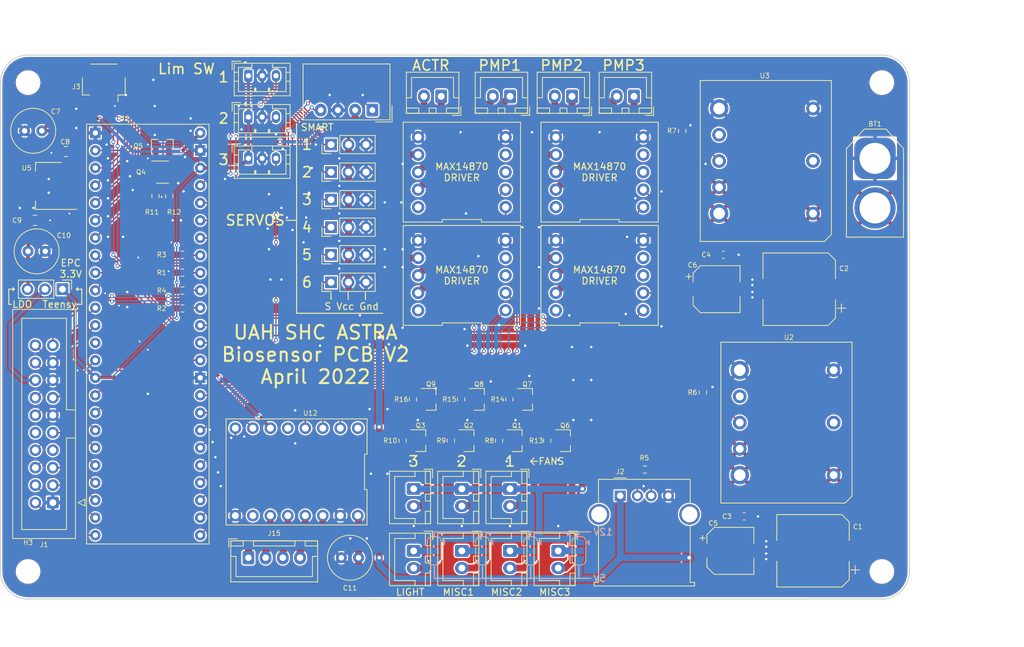
<source format=kicad_pcb>
(kicad_pcb (version 20171130) (host pcbnew "(5.1.10)-1")

  (general
    (thickness 1.6)
    (drawings 77)
    (tracks 794)
    (zones 0)
    (modules 80)
    (nets 80)
  )

  (page A4)
  (title_block
    (title "epc901 Breakout to Shield Adapter")
    (rev A)
    (company "(C)2020 Adrian Studer")
    (comment 1 "CERN Open Hardware Licence Version 2 - Permissive")
  )

  (layers
    (0 F.Cu signal hide)
    (31 B.Cu signal)
    (32 B.Adhes user)
    (33 F.Adhes user)
    (34 B.Paste user)
    (35 F.Paste user)
    (36 B.SilkS user)
    (37 F.SilkS user)
    (38 B.Mask user)
    (39 F.Mask user)
    (40 Dwgs.User user)
    (41 Cmts.User user)
    (42 Eco1.User user)
    (43 Eco2.User user)
    (44 Edge.Cuts user)
    (45 Margin user)
    (46 B.CrtYd user)
    (47 F.CrtYd user)
    (48 B.Fab user)
    (49 F.Fab user)
  )

  (setup
    (last_trace_width 0.25)
    (user_trace_width 0.1524)
    (user_trace_width 0.2)
    (user_trace_width 0.5)
    (user_trace_width 1)
    (trace_clearance 0.2)
    (zone_clearance 0.2)
    (zone_45_only no)
    (trace_min 0.1524)
    (via_size 0.6)
    (via_drill 0.35)
    (via_min_size 0.508)
    (via_min_drill 0.254)
    (user_via 0.508 0.254)
    (user_via 1 0.5)
    (uvia_size 0.3)
    (uvia_drill 0.1)
    (uvias_allowed no)
    (uvia_min_size 0.2)
    (uvia_min_drill 0.1)
    (edge_width 0.15)
    (segment_width 0.15)
    (pcb_text_width 0.3)
    (pcb_text_size 1.5 1.5)
    (mod_edge_width 0.15)
    (mod_text_size 1 1)
    (mod_text_width 0.15)
    (pad_size 4.064 4.064)
    (pad_drill 3.048)
    (pad_to_mask_clearance 0.0508)
    (aux_axis_origin 110.998 126.365)
    (grid_origin 110.998 126.365)
    (visible_elements 7FFDFFFF)
    (pcbplotparams
      (layerselection 0x00030_80000001)
      (usegerberextensions false)
      (usegerberattributes true)
      (usegerberadvancedattributes true)
      (creategerberjobfile true)
      (excludeedgelayer true)
      (linewidth 0.100000)
      (plotframeref false)
      (viasonmask false)
      (mode 1)
      (useauxorigin false)
      (hpglpennumber 1)
      (hpglpenspeed 20)
      (hpglpendiameter 15.000000)
      (psnegative false)
      (psa4output false)
      (plotreference true)
      (plotvalue true)
      (plotinvisibletext false)
      (padsonsilk false)
      (subtractmaskfromsilk false)
      (outputformat 1)
      (mirror false)
      (drillshape 1)
      (scaleselection 1)
      (outputdirectory ""))
  )

  (net 0 "")
  (net 1 +5V)
  (net 2 GND)
  (net 3 +3V3)
  (net 4 /V_BAT)
  (net 5 +12V)
  (net 6 +5VP)
  (net 7 /SCL)
  (net 8 /READ)
  (net 9 /VCC_3V3)
  (net 10 /ADC_CS)
  (net 11 /ADC_CLK)
  (net 12 /VIDEO_P)
  (net 13 /CLR_PIX)
  (net 14 /CLR_DATA)
  (net 15 /PWR_DOWN)
  (net 16 /SDA)
  (net 17 /ADC_DATA)
  (net 18 /VIDEO_N)
  (net 19 /SHUTTER)
  (net 20 /DATA_RDY)
  (net 21 /QWIIC_SCL)
  (net 22 /QWIIC_SDA)
  (net 23 "Net-(J5-Pad2)")
  (net 24 "Net-(J6-Pad2)")
  (net 25 "Net-(J7-Pad2)")
  (net 26 "Net-(J7-Pad1)")
  (net 27 "Net-(J8-Pad2)")
  (net 28 "Net-(J8-Pad1)")
  (net 29 "Net-(J9-Pad2)")
  (net 30 "Net-(J9-Pad1)")
  (net 31 "Net-(J10-Pad2)")
  (net 32 "Net-(J10-Pad1)")
  (net 33 "Net-(J11-Pad2)")
  (net 34 "Net-(J12-Pad2)")
  (net 35 "Net-(J13-Pad2)")
  (net 36 "Net-(J14-Pad2)")
  (net 37 "Net-(J14-Pad1)")
  (net 38 /M1_PWM)
  (net 39 /M2_PWM)
  (net 40 /M3_PWM)
  (net 41 /M4_PWM)
  (net 42 /M5_PWM)
  (net 43 /Hall_SW_1)
  (net 44 /Hall_SW_2)
  (net 45 /STEP_DIR)
  (net 46 /STEP_STEP)
  (net 47 /Lynx_TX)
  (net 48 /Lynx_RX)
  (net 49 /Hall_SW_3)
  (net 50 "Net-(C10-Pad1)")
  (net 51 "Net-(J4-Pad2)")
  (net 52 "Net-(J11-Pad1)")
  (net 53 "Net-(J12-Pad1)")
  (net 54 "Net-(J13-Pad1)")
  (net 55 /M6_PWM)
  (net 56 /FAN1)
  (net 57 /FAN2)
  (net 58 /FAN3)
  (net 59 /Pump_DIR)
  (net 60 /Act_DIR)
  (net 61 /Pump1_PWM)
  (net 62 /Pump2_PWM)
  (net 63 /Pump3_PWM)
  (net 64 /Act_PWM)
  (net 65 "Net-(J2-Pad3)")
  (net 66 "Net-(J2-Pad2)")
  (net 67 "Net-(J2-Pad5)")
  (net 68 "Net-(J15-Pad4)")
  (net 69 "Net-(J15-Pad3)")
  (net 70 "Net-(J15-Pad2)")
  (net 71 "Net-(J15-Pad1)")
  (net 72 "Net-(Q4-Pad4)")
  (net 73 "Net-(Q4-Pad1)")
  (net 74 /LIGHT)
  (net 75 /GEN1)
  (net 76 /GEN2)
  (net 77 /GEN3)
  (net 78 "Net-(R6-Pad1)")
  (net 79 "Net-(R7-Pad1)")

  (net_class Default "This is the default net class."
    (clearance 0.2)
    (trace_width 0.25)
    (via_dia 0.6)
    (via_drill 0.35)
    (uvia_dia 0.3)
    (uvia_drill 0.1)
    (add_net +12V)
    (add_net +3V3)
    (add_net +5V)
    (add_net +5VP)
    (add_net /ADC_CLK)
    (add_net /ADC_CS)
    (add_net /ADC_DATA)
    (add_net /Act_DIR)
    (add_net /Act_PWM)
    (add_net /CLR_DATA)
    (add_net /CLR_PIX)
    (add_net /DATA_RDY)
    (add_net /FAN1)
    (add_net /FAN2)
    (add_net /FAN3)
    (add_net /GEN1)
    (add_net /GEN2)
    (add_net /GEN3)
    (add_net /Hall_SW_1)
    (add_net /Hall_SW_2)
    (add_net /Hall_SW_3)
    (add_net /LIGHT)
    (add_net /Lynx_RX)
    (add_net /Lynx_TX)
    (add_net /M1_PWM)
    (add_net /M2_PWM)
    (add_net /M3_PWM)
    (add_net /M4_PWM)
    (add_net /M5_PWM)
    (add_net /M6_PWM)
    (add_net /PWR_DOWN)
    (add_net /Pump1_PWM)
    (add_net /Pump2_PWM)
    (add_net /Pump3_PWM)
    (add_net /Pump_DIR)
    (add_net /QWIIC_SCL)
    (add_net /QWIIC_SDA)
    (add_net /READ)
    (add_net /SCL)
    (add_net /SDA)
    (add_net /SHUTTER)
    (add_net /STEP_DIR)
    (add_net /STEP_STEP)
    (add_net /VCC_3V3)
    (add_net /VIDEO_N)
    (add_net /VIDEO_P)
    (add_net /V_BAT)
    (add_net GND)
    (add_net "Net-(C10-Pad1)")
    (add_net "Net-(J10-Pad1)")
    (add_net "Net-(J10-Pad2)")
    (add_net "Net-(J11-Pad1)")
    (add_net "Net-(J11-Pad2)")
    (add_net "Net-(J12-Pad1)")
    (add_net "Net-(J12-Pad2)")
    (add_net "Net-(J13-Pad1)")
    (add_net "Net-(J13-Pad2)")
    (add_net "Net-(J14-Pad1)")
    (add_net "Net-(J14-Pad2)")
    (add_net "Net-(J15-Pad1)")
    (add_net "Net-(J15-Pad2)")
    (add_net "Net-(J15-Pad3)")
    (add_net "Net-(J15-Pad4)")
    (add_net "Net-(J2-Pad2)")
    (add_net "Net-(J2-Pad3)")
    (add_net "Net-(J2-Pad5)")
    (add_net "Net-(J4-Pad2)")
    (add_net "Net-(J5-Pad2)")
    (add_net "Net-(J6-Pad2)")
    (add_net "Net-(J7-Pad1)")
    (add_net "Net-(J7-Pad2)")
    (add_net "Net-(J8-Pad1)")
    (add_net "Net-(J8-Pad2)")
    (add_net "Net-(J9-Pad1)")
    (add_net "Net-(J9-Pad2)")
    (add_net "Net-(Q4-Pad1)")
    (add_net "Net-(Q4-Pad4)")
    (add_net "Net-(R6-Pad1)")
    (add_net "Net-(R7-Pad1)")
  )

  (module MountingHole:MountingHole_3.2mm_M3 (layer F.Cu) (tedit 56D1B4CB) (tstamp 6258BB73)
    (at 236.998 181.365)
    (descr "Mounting Hole 3.2mm, no annular, M3")
    (tags "mounting hole 3.2mm no annular m3")
    (path /62B86972)
    (attr virtual)
    (fp_text reference H4 (at 0 -4.2) (layer F.SilkS) hide
      (effects (font (size 0.7 0.7) (thickness 0.1)))
    )
    (fp_text value MountingHole (at 0 4.2) (layer F.Fab)
      (effects (font (size 1 1) (thickness 0.15)))
    )
    (fp_circle (center 0 0) (end 3.45 0) (layer F.CrtYd) (width 0.05))
    (fp_circle (center 0 0) (end 3.2 0) (layer Cmts.User) (width 0.15))
    (fp_text user %R (at 0.3 0) (layer F.Fab)
      (effects (font (size 0.7 0.7) (thickness 0.1)))
    )
    (pad 1 np_thru_hole circle (at 0 0) (size 3.2 3.2) (drill 3.2) (layers *.Cu *.Mask))
  )

  (module Connector_JST:JST_PH_B3B-PH-K_1x03_P2.00mm_Vertical (layer F.Cu) (tedit 5B7745C2) (tstamp 625836C5)
    (at 144.998 121.365)
    (descr "JST PH series connector, B3B-PH-K (http://www.jst-mfg.com/product/pdf/eng/ePH.pdf), generated with kicad-footprint-generator")
    (tags "connector JST PH side entry")
    (path /6163199B)
    (fp_text reference U13 (at 2 -2.9) (layer F.SilkS) hide
      (effects (font (size 0.7 0.7) (thickness 0.1)))
    )
    (fp_text value AH1815-P-B (at 2 4) (layer F.Fab)
      (effects (font (size 1 1) (thickness 0.15)))
    )
    (fp_line (start 6.45 -2.2) (end -2.45 -2.2) (layer F.CrtYd) (width 0.05))
    (fp_line (start 6.45 3.3) (end 6.45 -2.2) (layer F.CrtYd) (width 0.05))
    (fp_line (start -2.45 3.3) (end 6.45 3.3) (layer F.CrtYd) (width 0.05))
    (fp_line (start -2.45 -2.2) (end -2.45 3.3) (layer F.CrtYd) (width 0.05))
    (fp_line (start 5.95 -1.7) (end -1.95 -1.7) (layer F.Fab) (width 0.1))
    (fp_line (start 5.95 2.8) (end 5.95 -1.7) (layer F.Fab) (width 0.1))
    (fp_line (start -1.95 2.8) (end 5.95 2.8) (layer F.Fab) (width 0.1))
    (fp_line (start -1.95 -1.7) (end -1.95 2.8) (layer F.Fab) (width 0.1))
    (fp_line (start -2.36 -2.11) (end -2.36 -0.86) (layer F.Fab) (width 0.1))
    (fp_line (start -1.11 -2.11) (end -2.36 -2.11) (layer F.Fab) (width 0.1))
    (fp_line (start -2.36 -2.11) (end -2.36 -0.86) (layer F.SilkS) (width 0.12))
    (fp_line (start -1.11 -2.11) (end -2.36 -2.11) (layer F.SilkS) (width 0.12))
    (fp_line (start 3 2.3) (end 3 1.8) (layer F.SilkS) (width 0.12))
    (fp_line (start 3.1 1.8) (end 3.1 2.3) (layer F.SilkS) (width 0.12))
    (fp_line (start 2.9 1.8) (end 3.1 1.8) (layer F.SilkS) (width 0.12))
    (fp_line (start 2.9 2.3) (end 2.9 1.8) (layer F.SilkS) (width 0.12))
    (fp_line (start 1 2.3) (end 1 1.8) (layer F.SilkS) (width 0.12))
    (fp_line (start 1.1 1.8) (end 1.1 2.3) (layer F.SilkS) (width 0.12))
    (fp_line (start 0.9 1.8) (end 1.1 1.8) (layer F.SilkS) (width 0.12))
    (fp_line (start 0.9 2.3) (end 0.9 1.8) (layer F.SilkS) (width 0.12))
    (fp_line (start 6.06 0.8) (end 5.45 0.8) (layer F.SilkS) (width 0.12))
    (fp_line (start 6.06 -0.5) (end 5.45 -0.5) (layer F.SilkS) (width 0.12))
    (fp_line (start -2.06 0.8) (end -1.45 0.8) (layer F.SilkS) (width 0.12))
    (fp_line (start -2.06 -0.5) (end -1.45 -0.5) (layer F.SilkS) (width 0.12))
    (fp_line (start 3.5 -1.2) (end 3.5 -1.81) (layer F.SilkS) (width 0.12))
    (fp_line (start 5.45 -1.2) (end 3.5 -1.2) (layer F.SilkS) (width 0.12))
    (fp_line (start 5.45 2.3) (end 5.45 -1.2) (layer F.SilkS) (width 0.12))
    (fp_line (start -1.45 2.3) (end 5.45 2.3) (layer F.SilkS) (width 0.12))
    (fp_line (start -1.45 -1.2) (end -1.45 2.3) (layer F.SilkS) (width 0.12))
    (fp_line (start 0.5 -1.2) (end -1.45 -1.2) (layer F.SilkS) (width 0.12))
    (fp_line (start 0.5 -1.81) (end 0.5 -1.2) (layer F.SilkS) (width 0.12))
    (fp_line (start -0.3 -1.91) (end -0.6 -1.91) (layer F.SilkS) (width 0.12))
    (fp_line (start -0.6 -2.01) (end -0.6 -1.81) (layer F.SilkS) (width 0.12))
    (fp_line (start -0.3 -2.01) (end -0.6 -2.01) (layer F.SilkS) (width 0.12))
    (fp_line (start -0.3 -1.81) (end -0.3 -2.01) (layer F.SilkS) (width 0.12))
    (fp_line (start 6.06 -1.81) (end -2.06 -1.81) (layer F.SilkS) (width 0.12))
    (fp_line (start 6.06 2.91) (end 6.06 -1.81) (layer F.SilkS) (width 0.12))
    (fp_line (start -2.06 2.91) (end 6.06 2.91) (layer F.SilkS) (width 0.12))
    (fp_line (start -2.06 -1.81) (end -2.06 2.91) (layer F.SilkS) (width 0.12))
    (fp_text user %R (at 2 1.5) (layer F.Fab)
      (effects (font (size 0.7 0.7) (thickness 0.1)))
    )
    (pad 3 thru_hole oval (at 4 0) (size 1.2 1.75) (drill 0.75) (layers *.Cu *.Mask)
      (net 49 /Hall_SW_3))
    (pad 2 thru_hole oval (at 2 0) (size 1.2 1.75) (drill 0.75) (layers *.Cu *.Mask)
      (net 2 GND))
    (pad 1 thru_hole roundrect (at 0 0) (size 1.2 1.75) (drill 0.75) (layers *.Cu *.Mask) (roundrect_rratio 0.208333)
      (net 3 +3V3))
    (model ${KISYS3DMOD}/Connector_JST.3dshapes/JST_PH_B3B-PH-K_1x03_P2.00mm_Vertical.wrl
      (at (xyz 0 0 0))
      (scale (xyz 1 1 1))
      (rotate (xyz 0 0 0))
    )
  )

  (module ASTRA_Footprints:DIP-16_500 (layer F.Cu) (tedit 0) (tstamp 625890FC)
    (at 151.993 166.9 180)
    (path /61804BCD)
    (fp_text reference U12 (at -2.005 8.535 180) (layer F.SilkS)
      (effects (font (size 0.7 0.7) (thickness 0.1)))
    )
    (fp_text value Pololu_Compact_TB67S249FTG (at 0 0) (layer F.Fab)
      (effects (font (size 1 1) (thickness 0.15)))
    )
    (fp_line (start -9.99 7.45) (end -9.99 -7.45) (layer F.CrtYd) (width 0.05))
    (fp_line (start 9.99 7.45) (end -9.99 7.45) (layer F.CrtYd) (width 0.05))
    (fp_line (start 9.99 -7.45) (end 9.99 7.45) (layer F.CrtYd) (width 0.05))
    (fp_line (start -9.99 -7.45) (end 9.99 -7.45) (layer F.CrtYd) (width 0.05))
    (fp_line (start -10.24 2.566666) (end -10.24 7.699999) (layer F.SilkS) (width 0.12))
    (fp_line (start -9.88 2.566666) (end -10.24 2.566666) (layer F.SilkS) (width 0.12))
    (fp_line (start -9.88 -2.566666) (end -9.88 2.566666) (layer F.SilkS) (width 0.12))
    (fp_line (start -10.24 -2.566666) (end -9.88 -2.566666) (layer F.SilkS) (width 0.12))
    (fp_line (start -10.24 -7.7) (end -10.24 -2.566666) (layer F.SilkS) (width 0.12))
    (fp_line (start 10.24 -7.699999) (end -10.24 -7.7) (layer F.SilkS) (width 0.12))
    (fp_line (start 10.24 7.7) (end 10.24 -7.699999) (layer F.SilkS) (width 0.12))
    (fp_line (start -10.24 7.699999) (end 10.24 7.7) (layer F.SilkS) (width 0.12))
    (pad 8 thru_hole circle (at 8.89 6.35 180) (size 1.7 1.7) (drill 1) (layers *.Cu *.Mask)
      (net 45 /STEP_DIR))
    (pad 9 thru_hole circle (at 8.89 -6.35 180) (size 1.7 1.7) (drill 1) (layers *.Cu *.Mask)
      (net 2 GND))
    (pad 7 thru_hole circle (at 6.35 6.35 180) (size 1.7 1.7) (drill 1) (layers *.Cu *.Mask)
      (net 46 /STEP_STEP))
    (pad 10 thru_hole circle (at 6.35 -6.35 180) (size 1.7 1.7) (drill 1) (layers *.Cu *.Mask))
    (pad 6 thru_hole circle (at 3.81 6.35 180) (size 1.7 1.7) (drill 1) (layers *.Cu *.Mask)
      (net 3 +3V3))
    (pad 11 thru_hole circle (at 3.81 -6.35 180) (size 1.7 1.7) (drill 1) (layers *.Cu *.Mask)
      (net 71 "Net-(J15-Pad1)"))
    (pad 5 thru_hole circle (at 1.27 6.35 180) (size 1.7 1.7) (drill 1) (layers *.Cu *.Mask))
    (pad 12 thru_hole circle (at 1.27 -6.35 180) (size 1.7 1.7) (drill 1) (layers *.Cu *.Mask)
      (net 70 "Net-(J15-Pad2)"))
    (pad 4 thru_hole circle (at -1.27 6.35 180) (size 1.7 1.7) (drill 1) (layers *.Cu *.Mask)
      (net 3 +3V3))
    (pad 13 thru_hole circle (at -1.27 -6.35 180) (size 1.7 1.7) (drill 1) (layers *.Cu *.Mask)
      (net 69 "Net-(J15-Pad3)"))
    (pad 3 thru_hole circle (at -3.81 6.35 180) (size 1.7 1.7) (drill 1) (layers *.Cu *.Mask)
      (net 3 +3V3))
    (pad 14 thru_hole circle (at -3.81 -6.35 180) (size 1.7 1.7) (drill 1) (layers *.Cu *.Mask)
      (net 68 "Net-(J15-Pad4)"))
    (pad 2 thru_hole circle (at -6.35 6.35 180) (size 1.7 1.7) (drill 1) (layers *.Cu *.Mask)
      (net 3 +3V3))
    (pad 15 thru_hole circle (at -6.35 -6.35 180) (size 1.7 1.7) (drill 1) (layers *.Cu *.Mask)
      (net 2 GND))
    (pad 1 thru_hole circle (at -8.89 6.35 180) (size 1.7 1.7) (drill 1) (layers *.Cu *.Mask))
    (pad 16 thru_hole circle (at -8.89 -6.35 180) (size 1.7 1.7) (drill 1) (layers *.Cu *.Mask)
      (net 4 /V_BAT))
  )

  (module ASTRA_Footprints:Pololu_2961 (layer F.Cu) (tedit 0) (tstamp 62583676)
    (at 195.998 138.365 90)
    (path /6261475D)
    (fp_text reference U11 (at -8.25 0) (layer F.SilkS) hide
      (effects (font (size 0.7 0.7) (thickness 0.1)))
    )
    (fp_text value MAX14870_Breakout (at 0 0 90) (layer F.Fab)
      (effects (font (size 1 1) (thickness 0.15)))
    )
    (fp_line (start -6.23 7.5) (end -6.23 -7.5) (layer F.CrtYd) (width 0.05))
    (fp_line (start 6.23 7.5) (end -6.23 7.5) (layer F.CrtYd) (width 0.05))
    (fp_line (start 6.23 -7.5) (end 6.23 7.5) (layer F.CrtYd) (width 0.05))
    (fp_line (start -6.23 -7.5) (end 6.23 -7.5) (layer F.CrtYd) (width 0.05))
    (fp_line (start -7.25 2.839999) (end -7.25 8.52) (layer F.SilkS) (width 0.12))
    (fp_line (start -6.89 2.839999) (end -7.25 2.839999) (layer F.SilkS) (width 0.12))
    (fp_line (start -6.89 -2.84) (end -6.89 2.839999) (layer F.SilkS) (width 0.12))
    (fp_line (start -7.25 -2.84) (end -6.89 -2.84) (layer F.SilkS) (width 0.12))
    (fp_line (start -7.249999 -8.52) (end -7.25 -2.84) (layer F.SilkS) (width 0.12))
    (fp_line (start 7.25 -8.52) (end -7.249999 -8.52) (layer F.SilkS) (width 0.12))
    (fp_line (start 7.249999 8.52) (end 7.25 -8.52) (layer F.SilkS) (width 0.12))
    (fp_line (start -7.25 8.52) (end 7.249999 8.52) (layer F.SilkS) (width 0.12))
    (pad 5 thru_hole circle (at 5.08 6.35 90) (size 1.8 1.8) (drill 1.02) (layers *.Cu *.Mask)
      (net 2 GND))
    (pad 6 thru_hole circle (at 5.08 -6.35 90) (size 1.8 1.8) (drill 1.02) (layers *.Cu *.Mask)
      (net 2 GND))
    (pad 4 thru_hole circle (at 2.54 6.35 90) (size 1.8 1.8) (drill 1.02) (layers *.Cu *.Mask))
    (pad 7 thru_hole circle (at 2.54 -6.35 90) (size 1.8 1.8) (drill 1.02) (layers *.Cu *.Mask)
      (net 5 +12V))
    (pad 3 thru_hole circle (at 0 6.35 90) (size 1.8 1.8) (drill 1.02) (layers *.Cu *.Mask))
    (pad 8 thru_hole circle (at 0 -6.35 90) (size 1.8 1.8) (drill 1.02) (layers *.Cu *.Mask)
      (net 36 "Net-(J14-Pad2)"))
    (pad 2 thru_hole circle (at -2.54 6.35 90) (size 1.8 1.8) (drill 1.02) (layers *.Cu *.Mask)
      (net 59 /Pump_DIR))
    (pad 9 thru_hole circle (at -2.54 -6.35 90) (size 1.8 1.8) (drill 1.02) (layers *.Cu *.Mask)
      (net 37 "Net-(J14-Pad1)"))
    (pad 1 thru_hole circle (at -5.08 6.35 90) (size 1.8 1.8) (drill 1.02) (layers *.Cu *.Mask)
      (net 63 /Pump3_PWM))
    (pad 10 thru_hole circle (at -5.08 -6.35 90) (size 1.8 1.8) (drill 1.02) (layers *.Cu *.Mask))
  )

  (module ASTRA_Footprints:Pololu_2961 (layer F.Cu) (tedit 0) (tstamp 6258365C)
    (at 195.998 123.365 90)
    (path /626078B3)
    (fp_text reference U10 (at -8.25 0) (layer F.SilkS) hide
      (effects (font (size 0.7 0.7) (thickness 0.1)))
    )
    (fp_text value MAX14870_Breakout (at 0 0 90) (layer F.Fab)
      (effects (font (size 1 1) (thickness 0.15)))
    )
    (fp_line (start -6.23 7.5) (end -6.23 -7.5) (layer F.CrtYd) (width 0.05))
    (fp_line (start 6.23 7.5) (end -6.23 7.5) (layer F.CrtYd) (width 0.05))
    (fp_line (start 6.23 -7.5) (end 6.23 7.5) (layer F.CrtYd) (width 0.05))
    (fp_line (start -6.23 -7.5) (end 6.23 -7.5) (layer F.CrtYd) (width 0.05))
    (fp_line (start -7.25 2.839999) (end -7.25 8.52) (layer F.SilkS) (width 0.12))
    (fp_line (start -6.89 2.839999) (end -7.25 2.839999) (layer F.SilkS) (width 0.12))
    (fp_line (start -6.89 -2.84) (end -6.89 2.839999) (layer F.SilkS) (width 0.12))
    (fp_line (start -7.25 -2.84) (end -6.89 -2.84) (layer F.SilkS) (width 0.12))
    (fp_line (start -7.249999 -8.52) (end -7.25 -2.84) (layer F.SilkS) (width 0.12))
    (fp_line (start 7.25 -8.52) (end -7.249999 -8.52) (layer F.SilkS) (width 0.12))
    (fp_line (start 7.249999 8.52) (end 7.25 -8.52) (layer F.SilkS) (width 0.12))
    (fp_line (start -7.25 8.52) (end 7.249999 8.52) (layer F.SilkS) (width 0.12))
    (pad 5 thru_hole circle (at 5.08 6.35 90) (size 1.8 1.8) (drill 1.02) (layers *.Cu *.Mask)
      (net 2 GND))
    (pad 6 thru_hole circle (at 5.08 -6.35 90) (size 1.8 1.8) (drill 1.02) (layers *.Cu *.Mask)
      (net 2 GND))
    (pad 4 thru_hole circle (at 2.54 6.35 90) (size 1.8 1.8) (drill 1.02) (layers *.Cu *.Mask))
    (pad 7 thru_hole circle (at 2.54 -6.35 90) (size 1.8 1.8) (drill 1.02) (layers *.Cu *.Mask)
      (net 5 +12V))
    (pad 3 thru_hole circle (at 0 6.35 90) (size 1.8 1.8) (drill 1.02) (layers *.Cu *.Mask))
    (pad 8 thru_hole circle (at 0 -6.35 90) (size 1.8 1.8) (drill 1.02) (layers *.Cu *.Mask)
      (net 35 "Net-(J13-Pad2)"))
    (pad 2 thru_hole circle (at -2.54 6.35 90) (size 1.8 1.8) (drill 1.02) (layers *.Cu *.Mask)
      (net 59 /Pump_DIR))
    (pad 9 thru_hole circle (at -2.54 -6.35 90) (size 1.8 1.8) (drill 1.02) (layers *.Cu *.Mask)
      (net 54 "Net-(J13-Pad1)"))
    (pad 1 thru_hole circle (at -5.08 6.35 90) (size 1.8 1.8) (drill 1.02) (layers *.Cu *.Mask)
      (net 62 /Pump2_PWM))
    (pad 10 thru_hole circle (at -5.08 -6.35 90) (size 1.8 1.8) (drill 1.02) (layers *.Cu *.Mask))
  )

  (module ASTRA_Footprints:Pololu_2961 (layer F.Cu) (tedit 0) (tstamp 62583642)
    (at 175.998 138.365 90)
    (path /625FC420)
    (fp_text reference U9 (at -8.25 0) (layer F.SilkS) hide
      (effects (font (size 0.7 0.7) (thickness 0.1)))
    )
    (fp_text value MAX14870_Breakout (at 0 0 90) (layer F.Fab)
      (effects (font (size 1 1) (thickness 0.15)))
    )
    (fp_line (start -6.23 7.5) (end -6.23 -7.5) (layer F.CrtYd) (width 0.05))
    (fp_line (start 6.23 7.5) (end -6.23 7.5) (layer F.CrtYd) (width 0.05))
    (fp_line (start 6.23 -7.5) (end 6.23 7.5) (layer F.CrtYd) (width 0.05))
    (fp_line (start -6.23 -7.5) (end 6.23 -7.5) (layer F.CrtYd) (width 0.05))
    (fp_line (start -7.25 2.839999) (end -7.25 8.52) (layer F.SilkS) (width 0.12))
    (fp_line (start -6.89 2.839999) (end -7.25 2.839999) (layer F.SilkS) (width 0.12))
    (fp_line (start -6.89 -2.84) (end -6.89 2.839999) (layer F.SilkS) (width 0.12))
    (fp_line (start -7.25 -2.84) (end -6.89 -2.84) (layer F.SilkS) (width 0.12))
    (fp_line (start -7.249999 -8.52) (end -7.25 -2.84) (layer F.SilkS) (width 0.12))
    (fp_line (start 7.25 -8.52) (end -7.249999 -8.52) (layer F.SilkS) (width 0.12))
    (fp_line (start 7.249999 8.52) (end 7.25 -8.52) (layer F.SilkS) (width 0.12))
    (fp_line (start -7.25 8.52) (end 7.249999 8.52) (layer F.SilkS) (width 0.12))
    (pad 5 thru_hole circle (at 5.08 6.35 90) (size 1.8 1.8) (drill 1.02) (layers *.Cu *.Mask)
      (net 2 GND))
    (pad 6 thru_hole circle (at 5.08 -6.35 90) (size 1.8 1.8) (drill 1.02) (layers *.Cu *.Mask)
      (net 2 GND))
    (pad 4 thru_hole circle (at 2.54 6.35 90) (size 1.8 1.8) (drill 1.02) (layers *.Cu *.Mask))
    (pad 7 thru_hole circle (at 2.54 -6.35 90) (size 1.8 1.8) (drill 1.02) (layers *.Cu *.Mask)
      (net 5 +12V))
    (pad 3 thru_hole circle (at 0 6.35 90) (size 1.8 1.8) (drill 1.02) (layers *.Cu *.Mask))
    (pad 8 thru_hole circle (at 0 -6.35 90) (size 1.8 1.8) (drill 1.02) (layers *.Cu *.Mask)
      (net 34 "Net-(J12-Pad2)"))
    (pad 2 thru_hole circle (at -2.54 6.35 90) (size 1.8 1.8) (drill 1.02) (layers *.Cu *.Mask)
      (net 59 /Pump_DIR))
    (pad 9 thru_hole circle (at -2.54 -6.35 90) (size 1.8 1.8) (drill 1.02) (layers *.Cu *.Mask)
      (net 53 "Net-(J12-Pad1)"))
    (pad 1 thru_hole circle (at -5.08 6.35 90) (size 1.8 1.8) (drill 1.02) (layers *.Cu *.Mask)
      (net 61 /Pump1_PWM))
    (pad 10 thru_hole circle (at -5.08 -6.35 90) (size 1.8 1.8) (drill 1.02) (layers *.Cu *.Mask))
  )

  (module ASTRA_Footprints:Pololu_2961 (layer F.Cu) (tedit 0) (tstamp 62583628)
    (at 175.998 123.365 90)
    (path /626440A2)
    (fp_text reference U8 (at -8.25 0) (layer F.SilkS) hide
      (effects (font (size 0.7 0.7) (thickness 0.1)))
    )
    (fp_text value MAX14870_Breakout (at 0 0 90) (layer F.Fab)
      (effects (font (size 1 1) (thickness 0.15)))
    )
    (fp_line (start -6.23 7.5) (end -6.23 -7.5) (layer F.CrtYd) (width 0.05))
    (fp_line (start 6.23 7.5) (end -6.23 7.5) (layer F.CrtYd) (width 0.05))
    (fp_line (start 6.23 -7.5) (end 6.23 7.5) (layer F.CrtYd) (width 0.05))
    (fp_line (start -6.23 -7.5) (end 6.23 -7.5) (layer F.CrtYd) (width 0.05))
    (fp_line (start -7.25 2.839999) (end -7.25 8.52) (layer F.SilkS) (width 0.12))
    (fp_line (start -6.89 2.839999) (end -7.25 2.839999) (layer F.SilkS) (width 0.12))
    (fp_line (start -6.89 -2.84) (end -6.89 2.839999) (layer F.SilkS) (width 0.12))
    (fp_line (start -7.25 -2.84) (end -6.89 -2.84) (layer F.SilkS) (width 0.12))
    (fp_line (start -7.249999 -8.52) (end -7.25 -2.84) (layer F.SilkS) (width 0.12))
    (fp_line (start 7.25 -8.52) (end -7.249999 -8.52) (layer F.SilkS) (width 0.12))
    (fp_line (start 7.249999 8.52) (end 7.25 -8.52) (layer F.SilkS) (width 0.12))
    (fp_line (start -7.25 8.52) (end 7.249999 8.52) (layer F.SilkS) (width 0.12))
    (pad 5 thru_hole circle (at 5.08 6.35 90) (size 1.8 1.8) (drill 1.02) (layers *.Cu *.Mask)
      (net 2 GND))
    (pad 6 thru_hole circle (at 5.08 -6.35 90) (size 1.8 1.8) (drill 1.02) (layers *.Cu *.Mask)
      (net 2 GND))
    (pad 4 thru_hole circle (at 2.54 6.35 90) (size 1.8 1.8) (drill 1.02) (layers *.Cu *.Mask))
    (pad 7 thru_hole circle (at 2.54 -6.35 90) (size 1.8 1.8) (drill 1.02) (layers *.Cu *.Mask)
      (net 5 +12V))
    (pad 3 thru_hole circle (at 0 6.35 90) (size 1.8 1.8) (drill 1.02) (layers *.Cu *.Mask))
    (pad 8 thru_hole circle (at 0 -6.35 90) (size 1.8 1.8) (drill 1.02) (layers *.Cu *.Mask)
      (net 33 "Net-(J11-Pad2)"))
    (pad 2 thru_hole circle (at -2.54 6.35 90) (size 1.8 1.8) (drill 1.02) (layers *.Cu *.Mask)
      (net 60 /Act_DIR))
    (pad 9 thru_hole circle (at -2.54 -6.35 90) (size 1.8 1.8) (drill 1.02) (layers *.Cu *.Mask)
      (net 52 "Net-(J11-Pad1)"))
    (pad 1 thru_hole circle (at -5.08 6.35 90) (size 1.8 1.8) (drill 1.02) (layers *.Cu *.Mask)
      (net 64 /Act_PWM))
    (pad 10 thru_hole circle (at -5.08 -6.35 90) (size 1.8 1.8) (drill 1.02) (layers *.Cu *.Mask))
  )

  (module Connector_JST:JST_PH_B3B-PH-K_1x03_P2.00mm_Vertical (layer F.Cu) (tedit 5B7745C2) (tstamp 6258360E)
    (at 144.998 115.365)
    (descr "JST PH series connector, B3B-PH-K (http://www.jst-mfg.com/product/pdf/eng/ePH.pdf), generated with kicad-footprint-generator")
    (tags "connector JST PH side entry")
    (path /61536234)
    (fp_text reference U7 (at 2 -2.9) (layer F.SilkS) hide
      (effects (font (size 0.7 0.7) (thickness 0.1)))
    )
    (fp_text value AH1815-P-B (at 2 4) (layer F.Fab)
      (effects (font (size 1 1) (thickness 0.15)))
    )
    (fp_line (start 6.45 -2.2) (end -2.45 -2.2) (layer F.CrtYd) (width 0.05))
    (fp_line (start 6.45 3.3) (end 6.45 -2.2) (layer F.CrtYd) (width 0.05))
    (fp_line (start -2.45 3.3) (end 6.45 3.3) (layer F.CrtYd) (width 0.05))
    (fp_line (start -2.45 -2.2) (end -2.45 3.3) (layer F.CrtYd) (width 0.05))
    (fp_line (start 5.95 -1.7) (end -1.95 -1.7) (layer F.Fab) (width 0.1))
    (fp_line (start 5.95 2.8) (end 5.95 -1.7) (layer F.Fab) (width 0.1))
    (fp_line (start -1.95 2.8) (end 5.95 2.8) (layer F.Fab) (width 0.1))
    (fp_line (start -1.95 -1.7) (end -1.95 2.8) (layer F.Fab) (width 0.1))
    (fp_line (start -2.36 -2.11) (end -2.36 -0.86) (layer F.Fab) (width 0.1))
    (fp_line (start -1.11 -2.11) (end -2.36 -2.11) (layer F.Fab) (width 0.1))
    (fp_line (start -2.36 -2.11) (end -2.36 -0.86) (layer F.SilkS) (width 0.12))
    (fp_line (start -1.11 -2.11) (end -2.36 -2.11) (layer F.SilkS) (width 0.12))
    (fp_line (start 3 2.3) (end 3 1.8) (layer F.SilkS) (width 0.12))
    (fp_line (start 3.1 1.8) (end 3.1 2.3) (layer F.SilkS) (width 0.12))
    (fp_line (start 2.9 1.8) (end 3.1 1.8) (layer F.SilkS) (width 0.12))
    (fp_line (start 2.9 2.3) (end 2.9 1.8) (layer F.SilkS) (width 0.12))
    (fp_line (start 1 2.3) (end 1 1.8) (layer F.SilkS) (width 0.12))
    (fp_line (start 1.1 1.8) (end 1.1 2.3) (layer F.SilkS) (width 0.12))
    (fp_line (start 0.9 1.8) (end 1.1 1.8) (layer F.SilkS) (width 0.12))
    (fp_line (start 0.9 2.3) (end 0.9 1.8) (layer F.SilkS) (width 0.12))
    (fp_line (start 6.06 0.8) (end 5.45 0.8) (layer F.SilkS) (width 0.12))
    (fp_line (start 6.06 -0.5) (end 5.45 -0.5) (layer F.SilkS) (width 0.12))
    (fp_line (start -2.06 0.8) (end -1.45 0.8) (layer F.SilkS) (width 0.12))
    (fp_line (start -2.06 -0.5) (end -1.45 -0.5) (layer F.SilkS) (width 0.12))
    (fp_line (start 3.5 -1.2) (end 3.5 -1.81) (layer F.SilkS) (width 0.12))
    (fp_line (start 5.45 -1.2) (end 3.5 -1.2) (layer F.SilkS) (width 0.12))
    (fp_line (start 5.45 2.3) (end 5.45 -1.2) (layer F.SilkS) (width 0.12))
    (fp_line (start -1.45 2.3) (end 5.45 2.3) (layer F.SilkS) (width 0.12))
    (fp_line (start -1.45 -1.2) (end -1.45 2.3) (layer F.SilkS) (width 0.12))
    (fp_line (start 0.5 -1.2) (end -1.45 -1.2) (layer F.SilkS) (width 0.12))
    (fp_line (start 0.5 -1.81) (end 0.5 -1.2) (layer F.SilkS) (width 0.12))
    (fp_line (start -0.3 -1.91) (end -0.6 -1.91) (layer F.SilkS) (width 0.12))
    (fp_line (start -0.6 -2.01) (end -0.6 -1.81) (layer F.SilkS) (width 0.12))
    (fp_line (start -0.3 -2.01) (end -0.6 -2.01) (layer F.SilkS) (width 0.12))
    (fp_line (start -0.3 -1.81) (end -0.3 -2.01) (layer F.SilkS) (width 0.12))
    (fp_line (start 6.06 -1.81) (end -2.06 -1.81) (layer F.SilkS) (width 0.12))
    (fp_line (start 6.06 2.91) (end 6.06 -1.81) (layer F.SilkS) (width 0.12))
    (fp_line (start -2.06 2.91) (end 6.06 2.91) (layer F.SilkS) (width 0.12))
    (fp_line (start -2.06 -1.81) (end -2.06 2.91) (layer F.SilkS) (width 0.12))
    (fp_text user %R (at 2 1.5) (layer F.Fab)
      (effects (font (size 0.7 0.7) (thickness 0.1)))
    )
    (pad 3 thru_hole oval (at 4 0) (size 1.2 1.75) (drill 0.75) (layers *.Cu *.Mask)
      (net 44 /Hall_SW_2))
    (pad 2 thru_hole oval (at 2 0) (size 1.2 1.75) (drill 0.75) (layers *.Cu *.Mask)
      (net 2 GND))
    (pad 1 thru_hole roundrect (at 0 0) (size 1.2 1.75) (drill 0.75) (layers *.Cu *.Mask) (roundrect_rratio 0.208333)
      (net 3 +3V3))
    (model ${KISYS3DMOD}/Connector_JST.3dshapes/JST_PH_B3B-PH-K_1x03_P2.00mm_Vertical.wrl
      (at (xyz 0 0 0))
      (scale (xyz 1 1 1))
      (rotate (xyz 0 0 0))
    )
  )

  (module Connector_JST:JST_PH_B3B-PH-K_1x03_P2.00mm_Vertical (layer F.Cu) (tedit 5B7745C2) (tstamp 625835DF)
    (at 144.998 109.365)
    (descr "JST PH series connector, B3B-PH-K (http://www.jst-mfg.com/product/pdf/eng/ePH.pdf), generated with kicad-footprint-generator")
    (tags "connector JST PH side entry")
    (path /61533662)
    (fp_text reference U6 (at 2 -2.9) (layer F.SilkS) hide
      (effects (font (size 0.7 0.7) (thickness 0.1)))
    )
    (fp_text value AH1815-P-B (at 2 4) (layer F.Fab)
      (effects (font (size 1 1) (thickness 0.15)))
    )
    (fp_line (start 6.45 -2.2) (end -2.45 -2.2) (layer F.CrtYd) (width 0.05))
    (fp_line (start 6.45 3.3) (end 6.45 -2.2) (layer F.CrtYd) (width 0.05))
    (fp_line (start -2.45 3.3) (end 6.45 3.3) (layer F.CrtYd) (width 0.05))
    (fp_line (start -2.45 -2.2) (end -2.45 3.3) (layer F.CrtYd) (width 0.05))
    (fp_line (start 5.95 -1.7) (end -1.95 -1.7) (layer F.Fab) (width 0.1))
    (fp_line (start 5.95 2.8) (end 5.95 -1.7) (layer F.Fab) (width 0.1))
    (fp_line (start -1.95 2.8) (end 5.95 2.8) (layer F.Fab) (width 0.1))
    (fp_line (start -1.95 -1.7) (end -1.95 2.8) (layer F.Fab) (width 0.1))
    (fp_line (start -2.36 -2.11) (end -2.36 -0.86) (layer F.Fab) (width 0.1))
    (fp_line (start -1.11 -2.11) (end -2.36 -2.11) (layer F.Fab) (width 0.1))
    (fp_line (start -2.36 -2.11) (end -2.36 -0.86) (layer F.SilkS) (width 0.12))
    (fp_line (start -1.11 -2.11) (end -2.36 -2.11) (layer F.SilkS) (width 0.12))
    (fp_line (start 3 2.3) (end 3 1.8) (layer F.SilkS) (width 0.12))
    (fp_line (start 3.1 1.8) (end 3.1 2.3) (layer F.SilkS) (width 0.12))
    (fp_line (start 2.9 1.8) (end 3.1 1.8) (layer F.SilkS) (width 0.12))
    (fp_line (start 2.9 2.3) (end 2.9 1.8) (layer F.SilkS) (width 0.12))
    (fp_line (start 1 2.3) (end 1 1.8) (layer F.SilkS) (width 0.12))
    (fp_line (start 1.1 1.8) (end 1.1 2.3) (layer F.SilkS) (width 0.12))
    (fp_line (start 0.9 1.8) (end 1.1 1.8) (layer F.SilkS) (width 0.12))
    (fp_line (start 0.9 2.3) (end 0.9 1.8) (layer F.SilkS) (width 0.12))
    (fp_line (start 6.06 0.8) (end 5.45 0.8) (layer F.SilkS) (width 0.12))
    (fp_line (start 6.06 -0.5) (end 5.45 -0.5) (layer F.SilkS) (width 0.12))
    (fp_line (start -2.06 0.8) (end -1.45 0.8) (layer F.SilkS) (width 0.12))
    (fp_line (start -2.06 -0.5) (end -1.45 -0.5) (layer F.SilkS) (width 0.12))
    (fp_line (start 3.5 -1.2) (end 3.5 -1.81) (layer F.SilkS) (width 0.12))
    (fp_line (start 5.45 -1.2) (end 3.5 -1.2) (layer F.SilkS) (width 0.12))
    (fp_line (start 5.45 2.3) (end 5.45 -1.2) (layer F.SilkS) (width 0.12))
    (fp_line (start -1.45 2.3) (end 5.45 2.3) (layer F.SilkS) (width 0.12))
    (fp_line (start -1.45 -1.2) (end -1.45 2.3) (layer F.SilkS) (width 0.12))
    (fp_line (start 0.5 -1.2) (end -1.45 -1.2) (layer F.SilkS) (width 0.12))
    (fp_line (start 0.5 -1.81) (end 0.5 -1.2) (layer F.SilkS) (width 0.12))
    (fp_line (start -0.3 -1.91) (end -0.6 -1.91) (layer F.SilkS) (width 0.12))
    (fp_line (start -0.6 -2.01) (end -0.6 -1.81) (layer F.SilkS) (width 0.12))
    (fp_line (start -0.3 -2.01) (end -0.6 -2.01) (layer F.SilkS) (width 0.12))
    (fp_line (start -0.3 -1.81) (end -0.3 -2.01) (layer F.SilkS) (width 0.12))
    (fp_line (start 6.06 -1.81) (end -2.06 -1.81) (layer F.SilkS) (width 0.12))
    (fp_line (start 6.06 2.91) (end 6.06 -1.81) (layer F.SilkS) (width 0.12))
    (fp_line (start -2.06 2.91) (end 6.06 2.91) (layer F.SilkS) (width 0.12))
    (fp_line (start -2.06 -1.81) (end -2.06 2.91) (layer F.SilkS) (width 0.12))
    (fp_text user %R (at 2 1.5) (layer F.Fab)
      (effects (font (size 0.7 0.7) (thickness 0.1)))
    )
    (pad 3 thru_hole oval (at 4 0) (size 1.2 1.75) (drill 0.75) (layers *.Cu *.Mask)
      (net 43 /Hall_SW_1))
    (pad 2 thru_hole oval (at 2 0) (size 1.2 1.75) (drill 0.75) (layers *.Cu *.Mask)
      (net 2 GND))
    (pad 1 thru_hole roundrect (at 0 0) (size 1.2 1.75) (drill 0.75) (layers *.Cu *.Mask) (roundrect_rratio 0.208333)
      (net 3 +3V3))
    (model ${KISYS3DMOD}/Connector_JST.3dshapes/JST_PH_B3B-PH-K_1x03_P2.00mm_Vertical.wrl
      (at (xyz 0 0 0))
      (scale (xyz 1 1 1))
      (rotate (xyz 0 0 0))
    )
  )

  (module Connector_Molex:Molex_SPOX_5268-04A_1x04_P2.50mm_Horizontal (layer F.Cu) (tedit 5D91FF17) (tstamp 62583586)
    (at 162.998 114.365 180)
    (descr "Molex SPOX Connector System, 5268-04A, 4 Pins per row (https://www.molex.com/pdm_docs/sd/022057045_sd.pdf), generated with kicad-footprint-generator")
    (tags "connector Molex SPOX horizontal")
    (path /614740FE)
    (fp_text reference U4 (at 3.75 -2.5) (layer F.SilkS) hide
      (effects (font (size 0.7 0.7) (thickness 0.1)))
    )
    (fp_text value LynxServo (at 3.75 7.8) (layer F.Fab)
      (effects (font (size 1 1) (thickness 0.15)))
    )
    (fp_line (start 10.45 -1.8) (end -2.95 -1.8) (layer F.CrtYd) (width 0.05))
    (fp_line (start 10.45 7.1) (end 10.45 -1.8) (layer F.CrtYd) (width 0.05))
    (fp_line (start -2.95 7.1) (end 10.45 7.1) (layer F.CrtYd) (width 0.05))
    (fp_line (start -2.95 -1.8) (end -2.95 7.1) (layer F.CrtYd) (width 0.05))
    (fp_line (start -1.742893 0) (end -2.45 -0.5) (layer F.Fab) (width 0.1))
    (fp_line (start -2.45 0.5) (end -1.742893 0) (layer F.Fab) (width 0.1))
    (fp_line (start -2.86 -1.71) (end -0.45 -1.71) (layer F.SilkS) (width 0.12))
    (fp_line (start -2.86 0.7) (end -2.86 -1.71) (layer F.SilkS) (width 0.12))
    (fp_line (start 10.06 -1.41) (end -2.56 -1.41) (layer F.SilkS) (width 0.12))
    (fp_line (start 10.06 6.71) (end 10.06 -1.41) (layer F.SilkS) (width 0.12))
    (fp_line (start -2.56 6.71) (end 10.06 6.71) (layer F.SilkS) (width 0.12))
    (fp_line (start -2.56 -1.41) (end -2.56 6.71) (layer F.SilkS) (width 0.12))
    (fp_line (start 9.95 -1.3) (end -2.45 -1.3) (layer F.Fab) (width 0.1))
    (fp_line (start 9.95 6.6) (end 9.95 -1.3) (layer F.Fab) (width 0.1))
    (fp_line (start -2.45 6.6) (end 9.95 6.6) (layer F.Fab) (width 0.1))
    (fp_line (start -2.45 -1.3) (end -2.45 6.6) (layer F.Fab) (width 0.1))
    (fp_text user %R (at 3.75 5.9) (layer F.Fab)
      (effects (font (size 0.7 0.7) (thickness 0.1)))
    )
    (pad 4 thru_hole oval (at 7.5 0 180) (size 1.7 1.85) (drill 0.85) (layers *.Cu *.Mask)
      (net 47 /Lynx_TX))
    (pad 3 thru_hole oval (at 5 0 180) (size 1.7 1.85) (drill 0.85) (layers *.Cu *.Mask)
      (net 2 GND))
    (pad 2 thru_hole oval (at 2.5 0 180) (size 1.7 1.85) (drill 0.85) (layers *.Cu *.Mask)
      (net 5 +12V))
    (pad 1 thru_hole roundrect (at 0 0 180) (size 1.7 1.85) (drill 0.85) (layers *.Cu *.Mask) (roundrect_rratio 0.147059)
      (net 48 /Lynx_RX))
    (model ${KISYS3DMOD}/Connector_Molex.3dshapes/Molex_SPOX_5268-04A_1x04_P2.50mm_Horizontal.wrl
      (at (xyz 0 0 0))
      (scale (xyz 1 1 1))
      (rotate (xyz 0 0 0))
    )
  )

  (module ASTRA_Footprints:Power_Supply_32nd_Brick (layer F.Cu) (tedit 6114440C) (tstamp 62586478)
    (at 226.998 129.365 180)
    (path /6147CEB5)
    (fp_text reference U3 (at 7 20) (layer F.SilkS)
      (effects (font (size 0.7 0.7) (thickness 0.1)))
    )
    (fp_text value TDK_I3A4W008A033V (at 11.43 -5.08) (layer F.Fab)
      (effects (font (size 1 1) (thickness 0.15)))
    )
    (fp_line (start -1.651 -4.064) (end 16.383 -4.064) (layer F.SilkS) (width 0.12))
    (fp_line (start 16.383 -4.064) (end 16.383 19.304) (layer F.SilkS) (width 0.12))
    (fp_line (start 16.383 19.304) (end -2.667 19.304) (layer F.SilkS) (width 0.12))
    (fp_line (start -2.667 19.304) (end -2.667 -3.048) (layer F.SilkS) (width 0.12))
    (fp_line (start -2.667 -3.048) (end -1.651 -4.064) (layer F.SilkS) (width 0.12))
    (fp_line (start -3.556 -5.08) (end -3.556 20.32) (layer F.CrtYd) (width 0.12))
    (fp_line (start -3.556 20.32) (end 17.272 20.32) (layer F.CrtYd) (width 0.12))
    (fp_line (start 17.272 20.32) (end 17.272 -5.08) (layer F.CrtYd) (width 0.12))
    (fp_line (start 17.272 -5.08) (end -3.556 -5.08) (layer F.CrtYd) (width 0.12))
    (pad 8 thru_hole circle (at 13.6398 0 180) (size 2.7 2.7) (drill 1.7) (layers *.Cu *.Mask)
      (net 5 +12V))
    (pad 7 thru_hole circle (at 13.6398 3.81 180) (size 2 2) (drill 1.15) (layers *.Cu *.Mask)
      (net 5 +12V))
    (pad 6 thru_hole circle (at 13.6398 7.62 180) (size 2 2) (drill 1.15) (layers *.Cu *.Mask)
      (net 79 "Net-(R7-Pad1)"))
    (pad 5 thru_hole circle (at 13.6398 11.43 180) (size 2 2) (drill 1.15) (layers *.Cu *.Mask))
    (pad 4 thru_hole circle (at 13.6398 15.24 180) (size 2.7 2.7) (drill 1.7) (layers *.Cu *.Mask)
      (net 2 GND))
    (pad 3 thru_hole circle (at 0 15.24 180) (size 2 2) (drill 1.15) (layers *.Cu *.Mask)
      (net 2 GND))
    (pad 2 thru_hole circle (at 0 7.62 180) (size 2 2) (drill 1.15) (layers *.Cu *.Mask))
    (pad 1 thru_hole circle (at 0 0 180) (size 2 2) (drill 1.15) (layers *.Cu *.Mask)
      (net 4 /V_BAT))
    (model ${KIPRJMOD}/ASTRA_Footprints.pretty/i3a_001_out_step.stp
      (offset (xyz -0.127 -11.1506 2.3368))
      (scale (xyz 1 1 1))
      (rotate (xyz -90 0 90))
    )
  )

  (module ASTRA_Footprints:Power_Supply_32nd_Brick (layer F.Cu) (tedit 6114440C) (tstamp 62588FE9)
    (at 229.998 167.365 180)
    (path /6147C1FC)
    (fp_text reference U2 (at 6.5 20) (layer F.SilkS)
      (effects (font (size 0.7 0.7) (thickness 0.1)))
    )
    (fp_text value TDK_I3A4W008A033V (at 11.43 -5.08) (layer F.Fab)
      (effects (font (size 1 1) (thickness 0.15)))
    )
    (fp_line (start -1.651 -4.064) (end 16.383 -4.064) (layer F.SilkS) (width 0.12))
    (fp_line (start 16.383 -4.064) (end 16.383 19.304) (layer F.SilkS) (width 0.12))
    (fp_line (start 16.383 19.304) (end -2.667 19.304) (layer F.SilkS) (width 0.12))
    (fp_line (start -2.667 19.304) (end -2.667 -3.048) (layer F.SilkS) (width 0.12))
    (fp_line (start -2.667 -3.048) (end -1.651 -4.064) (layer F.SilkS) (width 0.12))
    (fp_line (start -3.556 -5.08) (end -3.556 20.32) (layer F.CrtYd) (width 0.12))
    (fp_line (start -3.556 20.32) (end 17.272 20.32) (layer F.CrtYd) (width 0.12))
    (fp_line (start 17.272 20.32) (end 17.272 -5.08) (layer F.CrtYd) (width 0.12))
    (fp_line (start 17.272 -5.08) (end -3.556 -5.08) (layer F.CrtYd) (width 0.12))
    (pad 8 thru_hole circle (at 13.6398 0 180) (size 2.7 2.7) (drill 1.7) (layers *.Cu *.Mask)
      (net 6 +5VP))
    (pad 7 thru_hole circle (at 13.6398 3.81 180) (size 2 2) (drill 1.15) (layers *.Cu *.Mask)
      (net 6 +5VP))
    (pad 6 thru_hole circle (at 13.6398 7.62 180) (size 2 2) (drill 1.15) (layers *.Cu *.Mask)
      (net 78 "Net-(R6-Pad1)"))
    (pad 5 thru_hole circle (at 13.6398 11.43 180) (size 2 2) (drill 1.15) (layers *.Cu *.Mask))
    (pad 4 thru_hole circle (at 13.6398 15.24 180) (size 2.7 2.7) (drill 1.7) (layers *.Cu *.Mask)
      (net 2 GND))
    (pad 3 thru_hole circle (at 0 15.24 180) (size 2 2) (drill 1.15) (layers *.Cu *.Mask)
      (net 2 GND))
    (pad 2 thru_hole circle (at 0 7.62 180) (size 2 2) (drill 1.15) (layers *.Cu *.Mask))
    (pad 1 thru_hole circle (at 0 0 180) (size 2 2) (drill 1.15) (layers *.Cu *.Mask)
      (net 4 /V_BAT))
    (model ${KIPRJMOD}/ASTRA_Footprints.pretty/i3a_001_out_step.stp
      (offset (xyz -0.127 -11.1506 2.3368))
      (scale (xyz 1 1 1))
      (rotate (xyz -90 0 90))
    )
  )

  (module Resistor_SMD:R_0603_1608Metric (layer F.Cu) (tedit 5F68FEEE) (tstamp 62589021)
    (at 168.898 156.365 270)
    (descr "Resistor SMD 0603 (1608 Metric), square (rectangular) end terminal, IPC_7351 nominal, (Body size source: IPC-SM-782 page 72, https://www.pcb-3d.com/wordpress/wp-content/uploads/ipc-sm-782a_amendment_1_and_2.pdf), generated with kicad-footprint-generator")
    (tags resistor)
    (path /62A0D1FD)
    (attr smd)
    (fp_text reference R16 (at 0 1.7 180) (layer F.SilkS)
      (effects (font (size 0.7 0.7) (thickness 0.1)))
    )
    (fp_text value 10k (at 0 1.43 90) (layer F.Fab)
      (effects (font (size 1 1) (thickness 0.15)))
    )
    (fp_line (start 1.48 0.73) (end -1.48 0.73) (layer F.CrtYd) (width 0.05))
    (fp_line (start 1.48 -0.73) (end 1.48 0.73) (layer F.CrtYd) (width 0.05))
    (fp_line (start -1.48 -0.73) (end 1.48 -0.73) (layer F.CrtYd) (width 0.05))
    (fp_line (start -1.48 0.73) (end -1.48 -0.73) (layer F.CrtYd) (width 0.05))
    (fp_line (start -0.237258 0.5225) (end 0.237258 0.5225) (layer F.SilkS) (width 0.12))
    (fp_line (start -0.237258 -0.5225) (end 0.237258 -0.5225) (layer F.SilkS) (width 0.12))
    (fp_line (start 0.8 0.4125) (end -0.8 0.4125) (layer F.Fab) (width 0.1))
    (fp_line (start 0.8 -0.4125) (end 0.8 0.4125) (layer F.Fab) (width 0.1))
    (fp_line (start -0.8 -0.4125) (end 0.8 -0.4125) (layer F.Fab) (width 0.1))
    (fp_line (start -0.8 0.4125) (end -0.8 -0.4125) (layer F.Fab) (width 0.1))
    (fp_text user %R (at 0 0 90) (layer F.Fab)
      (effects (font (size 0.7 0.7) (thickness 0.1)))
    )
    (pad 2 smd roundrect (at 0.825 0 270) (size 0.8 0.95) (layers F.Cu F.Paste F.Mask) (roundrect_rratio 0.25)
      (net 2 GND))
    (pad 1 smd roundrect (at -0.825 0 270) (size 0.8 0.95) (layers F.Cu F.Paste F.Mask) (roundrect_rratio 0.25)
      (net 77 /GEN3))
    (model ${KISYS3DMOD}/Resistor_SMD.3dshapes/R_0603_1608Metric.wrl
      (at (xyz 0 0 0))
      (scale (xyz 1 1 1))
      (rotate (xyz 0 0 0))
    )
  )

  (module Resistor_SMD:R_0603_1608Metric (layer F.Cu) (tedit 5F68FEEE) (tstamp 6258914A)
    (at 175.898 156.365 270)
    (descr "Resistor SMD 0603 (1608 Metric), square (rectangular) end terminal, IPC_7351 nominal, (Body size source: IPC-SM-782 page 72, https://www.pcb-3d.com/wordpress/wp-content/uploads/ipc-sm-782a_amendment_1_and_2.pdf), generated with kicad-footprint-generator")
    (tags resistor)
    (path /629FD5CF)
    (attr smd)
    (fp_text reference R15 (at 0 1.7 180) (layer F.SilkS)
      (effects (font (size 0.7 0.7) (thickness 0.1)))
    )
    (fp_text value 10k (at 0 1.43 90) (layer F.Fab)
      (effects (font (size 1 1) (thickness 0.15)))
    )
    (fp_line (start 1.48 0.73) (end -1.48 0.73) (layer F.CrtYd) (width 0.05))
    (fp_line (start 1.48 -0.73) (end 1.48 0.73) (layer F.CrtYd) (width 0.05))
    (fp_line (start -1.48 -0.73) (end 1.48 -0.73) (layer F.CrtYd) (width 0.05))
    (fp_line (start -1.48 0.73) (end -1.48 -0.73) (layer F.CrtYd) (width 0.05))
    (fp_line (start -0.237258 0.5225) (end 0.237258 0.5225) (layer F.SilkS) (width 0.12))
    (fp_line (start -0.237258 -0.5225) (end 0.237258 -0.5225) (layer F.SilkS) (width 0.12))
    (fp_line (start 0.8 0.4125) (end -0.8 0.4125) (layer F.Fab) (width 0.1))
    (fp_line (start 0.8 -0.4125) (end 0.8 0.4125) (layer F.Fab) (width 0.1))
    (fp_line (start -0.8 -0.4125) (end 0.8 -0.4125) (layer F.Fab) (width 0.1))
    (fp_line (start -0.8 0.4125) (end -0.8 -0.4125) (layer F.Fab) (width 0.1))
    (fp_text user %R (at 0 0 90) (layer F.Fab)
      (effects (font (size 0.7 0.7) (thickness 0.1)))
    )
    (pad 2 smd roundrect (at 0.825 0 270) (size 0.8 0.95) (layers F.Cu F.Paste F.Mask) (roundrect_rratio 0.25)
      (net 2 GND))
    (pad 1 smd roundrect (at -0.825 0 270) (size 0.8 0.95) (layers F.Cu F.Paste F.Mask) (roundrect_rratio 0.25)
      (net 76 /GEN2))
    (model ${KISYS3DMOD}/Resistor_SMD.3dshapes/R_0603_1608Metric.wrl
      (at (xyz 0 0 0))
      (scale (xyz 1 1 1))
      (rotate (xyz 0 0 0))
    )
  )

  (module Resistor_SMD:R_0603_1608Metric (layer F.Cu) (tedit 5F68FEEE) (tstamp 625890BD)
    (at 182.898 156.365 270)
    (descr "Resistor SMD 0603 (1608 Metric), square (rectangular) end terminal, IPC_7351 nominal, (Body size source: IPC-SM-782 page 72, https://www.pcb-3d.com/wordpress/wp-content/uploads/ipc-sm-782a_amendment_1_and_2.pdf), generated with kicad-footprint-generator")
    (tags resistor)
    (path /615886D0)
    (attr smd)
    (fp_text reference R14 (at 0 1.7 180) (layer F.SilkS)
      (effects (font (size 0.7 0.7) (thickness 0.1)))
    )
    (fp_text value 10k (at 0 1.43 90) (layer F.Fab)
      (effects (font (size 1 1) (thickness 0.15)))
    )
    (fp_line (start 1.48 0.73) (end -1.48 0.73) (layer F.CrtYd) (width 0.05))
    (fp_line (start 1.48 -0.73) (end 1.48 0.73) (layer F.CrtYd) (width 0.05))
    (fp_line (start -1.48 -0.73) (end 1.48 -0.73) (layer F.CrtYd) (width 0.05))
    (fp_line (start -1.48 0.73) (end -1.48 -0.73) (layer F.CrtYd) (width 0.05))
    (fp_line (start -0.237258 0.5225) (end 0.237258 0.5225) (layer F.SilkS) (width 0.12))
    (fp_line (start -0.237258 -0.5225) (end 0.237258 -0.5225) (layer F.SilkS) (width 0.12))
    (fp_line (start 0.8 0.4125) (end -0.8 0.4125) (layer F.Fab) (width 0.1))
    (fp_line (start 0.8 -0.4125) (end 0.8 0.4125) (layer F.Fab) (width 0.1))
    (fp_line (start -0.8 -0.4125) (end 0.8 -0.4125) (layer F.Fab) (width 0.1))
    (fp_line (start -0.8 0.4125) (end -0.8 -0.4125) (layer F.Fab) (width 0.1))
    (fp_text user %R (at 0 0 90) (layer F.Fab)
      (effects (font (size 0.7 0.7) (thickness 0.1)))
    )
    (pad 2 smd roundrect (at 0.825 0 270) (size 0.8 0.95) (layers F.Cu F.Paste F.Mask) (roundrect_rratio 0.25)
      (net 2 GND))
    (pad 1 smd roundrect (at -0.825 0 270) (size 0.8 0.95) (layers F.Cu F.Paste F.Mask) (roundrect_rratio 0.25)
      (net 75 /GEN1))
    (model ${KISYS3DMOD}/Resistor_SMD.3dshapes/R_0603_1608Metric.wrl
      (at (xyz 0 0 0))
      (scale (xyz 1 1 1))
      (rotate (xyz 0 0 0))
    )
  )

  (module Resistor_SMD:R_0603_1608Metric (layer F.Cu) (tedit 5F68FEEE) (tstamp 62589051)
    (at 188.398 162.365 270)
    (descr "Resistor SMD 0603 (1608 Metric), square (rectangular) end terminal, IPC_7351 nominal, (Body size source: IPC-SM-782 page 72, https://www.pcb-3d.com/wordpress/wp-content/uploads/ipc-sm-782a_amendment_1_and_2.pdf), generated with kicad-footprint-generator")
    (tags resistor)
    (path /6156ED87)
    (attr smd)
    (fp_text reference R13 (at 0 1.6 180) (layer F.SilkS)
      (effects (font (size 0.7 0.7) (thickness 0.1)))
    )
    (fp_text value 10k (at 0 1.43 90) (layer F.Fab)
      (effects (font (size 1 1) (thickness 0.15)))
    )
    (fp_line (start 1.48 0.73) (end -1.48 0.73) (layer F.CrtYd) (width 0.05))
    (fp_line (start 1.48 -0.73) (end 1.48 0.73) (layer F.CrtYd) (width 0.05))
    (fp_line (start -1.48 -0.73) (end 1.48 -0.73) (layer F.CrtYd) (width 0.05))
    (fp_line (start -1.48 0.73) (end -1.48 -0.73) (layer F.CrtYd) (width 0.05))
    (fp_line (start -0.237258 0.5225) (end 0.237258 0.5225) (layer F.SilkS) (width 0.12))
    (fp_line (start -0.237258 -0.5225) (end 0.237258 -0.5225) (layer F.SilkS) (width 0.12))
    (fp_line (start 0.8 0.4125) (end -0.8 0.4125) (layer F.Fab) (width 0.1))
    (fp_line (start 0.8 -0.4125) (end 0.8 0.4125) (layer F.Fab) (width 0.1))
    (fp_line (start -0.8 -0.4125) (end 0.8 -0.4125) (layer F.Fab) (width 0.1))
    (fp_line (start -0.8 0.4125) (end -0.8 -0.4125) (layer F.Fab) (width 0.1))
    (fp_text user %R (at 0 0 90) (layer F.Fab)
      (effects (font (size 0.7 0.7) (thickness 0.1)))
    )
    (pad 2 smd roundrect (at 0.825 0 270) (size 0.8 0.95) (layers F.Cu F.Paste F.Mask) (roundrect_rratio 0.25)
      (net 2 GND))
    (pad 1 smd roundrect (at -0.825 0 270) (size 0.8 0.95) (layers F.Cu F.Paste F.Mask) (roundrect_rratio 0.25)
      (net 74 /LIGHT))
    (model ${KISYS3DMOD}/Resistor_SMD.3dshapes/R_0603_1608Metric.wrl
      (at (xyz 0 0 0))
      (scale (xyz 1 1 1))
      (rotate (xyz 0 0 0))
    )
  )

  (module Resistor_SMD:R_0603_1608Metric (layer F.Cu) (tedit 5F68FEEE) (tstamp 625891AA)
    (at 167.398 162.365 270)
    (descr "Resistor SMD 0603 (1608 Metric), square (rectangular) end terminal, IPC_7351 nominal, (Body size source: IPC-SM-782 page 72, https://www.pcb-3d.com/wordpress/wp-content/uploads/ipc-sm-782a_amendment_1_and_2.pdf), generated with kicad-footprint-generator")
    (tags resistor)
    (path /625CA4EC)
    (attr smd)
    (fp_text reference R10 (at 0 1.8 180) (layer F.SilkS)
      (effects (font (size 0.7 0.7) (thickness 0.1)))
    )
    (fp_text value 10k (at 0 1.43 90) (layer F.Fab)
      (effects (font (size 1 1) (thickness 0.15)))
    )
    (fp_line (start 1.48 0.73) (end -1.48 0.73) (layer F.CrtYd) (width 0.05))
    (fp_line (start 1.48 -0.73) (end 1.48 0.73) (layer F.CrtYd) (width 0.05))
    (fp_line (start -1.48 -0.73) (end 1.48 -0.73) (layer F.CrtYd) (width 0.05))
    (fp_line (start -1.48 0.73) (end -1.48 -0.73) (layer F.CrtYd) (width 0.05))
    (fp_line (start -0.237258 0.5225) (end 0.237258 0.5225) (layer F.SilkS) (width 0.12))
    (fp_line (start -0.237258 -0.5225) (end 0.237258 -0.5225) (layer F.SilkS) (width 0.12))
    (fp_line (start 0.8 0.4125) (end -0.8 0.4125) (layer F.Fab) (width 0.1))
    (fp_line (start 0.8 -0.4125) (end 0.8 0.4125) (layer F.Fab) (width 0.1))
    (fp_line (start -0.8 -0.4125) (end 0.8 -0.4125) (layer F.Fab) (width 0.1))
    (fp_line (start -0.8 0.4125) (end -0.8 -0.4125) (layer F.Fab) (width 0.1))
    (fp_text user %R (at 0 0 90) (layer F.Fab)
      (effects (font (size 0.7 0.7) (thickness 0.1)))
    )
    (pad 2 smd roundrect (at 0.825 0 270) (size 0.8 0.95) (layers F.Cu F.Paste F.Mask) (roundrect_rratio 0.25)
      (net 2 GND))
    (pad 1 smd roundrect (at -0.825 0 270) (size 0.8 0.95) (layers F.Cu F.Paste F.Mask) (roundrect_rratio 0.25)
      (net 58 /FAN3))
    (model ${KISYS3DMOD}/Resistor_SMD.3dshapes/R_0603_1608Metric.wrl
      (at (xyz 0 0 0))
      (scale (xyz 1 1 1))
      (rotate (xyz 0 0 0))
    )
  )

  (module Resistor_SMD:R_0603_1608Metric (layer F.Cu) (tedit 5F68FEEE) (tstamp 625892FA)
    (at 174.398 162.365 270)
    (descr "Resistor SMD 0603 (1608 Metric), square (rectangular) end terminal, IPC_7351 nominal, (Body size source: IPC-SM-782 page 72, https://www.pcb-3d.com/wordpress/wp-content/uploads/ipc-sm-782a_amendment_1_and_2.pdf), generated with kicad-footprint-generator")
    (tags resistor)
    (path /625B10ED)
    (attr smd)
    (fp_text reference R9 (at 0 1.4 180) (layer F.SilkS)
      (effects (font (size 0.7 0.7) (thickness 0.1)))
    )
    (fp_text value 10k (at 0 1.43 90) (layer F.Fab)
      (effects (font (size 1 1) (thickness 0.15)))
    )
    (fp_line (start 1.48 0.73) (end -1.48 0.73) (layer F.CrtYd) (width 0.05))
    (fp_line (start 1.48 -0.73) (end 1.48 0.73) (layer F.CrtYd) (width 0.05))
    (fp_line (start -1.48 -0.73) (end 1.48 -0.73) (layer F.CrtYd) (width 0.05))
    (fp_line (start -1.48 0.73) (end -1.48 -0.73) (layer F.CrtYd) (width 0.05))
    (fp_line (start -0.237258 0.5225) (end 0.237258 0.5225) (layer F.SilkS) (width 0.12))
    (fp_line (start -0.237258 -0.5225) (end 0.237258 -0.5225) (layer F.SilkS) (width 0.12))
    (fp_line (start 0.8 0.4125) (end -0.8 0.4125) (layer F.Fab) (width 0.1))
    (fp_line (start 0.8 -0.4125) (end 0.8 0.4125) (layer F.Fab) (width 0.1))
    (fp_line (start -0.8 -0.4125) (end 0.8 -0.4125) (layer F.Fab) (width 0.1))
    (fp_line (start -0.8 0.4125) (end -0.8 -0.4125) (layer F.Fab) (width 0.1))
    (fp_text user %R (at 0 0 90) (layer F.Fab)
      (effects (font (size 0.7 0.7) (thickness 0.1)))
    )
    (pad 2 smd roundrect (at 0.825 0 270) (size 0.8 0.95) (layers F.Cu F.Paste F.Mask) (roundrect_rratio 0.25)
      (net 2 GND))
    (pad 1 smd roundrect (at -0.825 0 270) (size 0.8 0.95) (layers F.Cu F.Paste F.Mask) (roundrect_rratio 0.25)
      (net 57 /FAN2))
    (model ${KISYS3DMOD}/Resistor_SMD.3dshapes/R_0603_1608Metric.wrl
      (at (xyz 0 0 0))
      (scale (xyz 1 1 1))
      (rotate (xyz 0 0 0))
    )
  )

  (module Resistor_SMD:R_0603_1608Metric (layer F.Cu) (tedit 5F68FEEE) (tstamp 6258917A)
    (at 181.398 162.365 270)
    (descr "Resistor SMD 0603 (1608 Metric), square (rectangular) end terminal, IPC_7351 nominal, (Body size source: IPC-SM-782 page 72, https://www.pcb-3d.com/wordpress/wp-content/uploads/ipc-sm-782a_amendment_1_and_2.pdf), generated with kicad-footprint-generator")
    (tags resistor)
    (path /615E84BE)
    (attr smd)
    (fp_text reference R8 (at 0 1.4 180) (layer F.SilkS)
      (effects (font (size 0.7 0.7) (thickness 0.1)))
    )
    (fp_text value 10k (at 0 1.43 90) (layer F.Fab)
      (effects (font (size 1 1) (thickness 0.15)))
    )
    (fp_line (start 1.48 0.73) (end -1.48 0.73) (layer F.CrtYd) (width 0.05))
    (fp_line (start 1.48 -0.73) (end 1.48 0.73) (layer F.CrtYd) (width 0.05))
    (fp_line (start -1.48 -0.73) (end 1.48 -0.73) (layer F.CrtYd) (width 0.05))
    (fp_line (start -1.48 0.73) (end -1.48 -0.73) (layer F.CrtYd) (width 0.05))
    (fp_line (start -0.237258 0.5225) (end 0.237258 0.5225) (layer F.SilkS) (width 0.12))
    (fp_line (start -0.237258 -0.5225) (end 0.237258 -0.5225) (layer F.SilkS) (width 0.12))
    (fp_line (start 0.8 0.4125) (end -0.8 0.4125) (layer F.Fab) (width 0.1))
    (fp_line (start 0.8 -0.4125) (end 0.8 0.4125) (layer F.Fab) (width 0.1))
    (fp_line (start -0.8 -0.4125) (end 0.8 -0.4125) (layer F.Fab) (width 0.1))
    (fp_line (start -0.8 0.4125) (end -0.8 -0.4125) (layer F.Fab) (width 0.1))
    (fp_text user %R (at 0 0 90) (layer F.Fab)
      (effects (font (size 0.7 0.7) (thickness 0.1)))
    )
    (pad 2 smd roundrect (at 0.825 0 270) (size 0.8 0.95) (layers F.Cu F.Paste F.Mask) (roundrect_rratio 0.25)
      (net 2 GND))
    (pad 1 smd roundrect (at -0.825 0 270) (size 0.8 0.95) (layers F.Cu F.Paste F.Mask) (roundrect_rratio 0.25)
      (net 56 /FAN1))
    (model ${KISYS3DMOD}/Resistor_SMD.3dshapes/R_0603_1608Metric.wrl
      (at (xyz 0 0 0))
      (scale (xyz 1 1 1))
      (rotate (xyz 0 0 0))
    )
  )

  (module Resistor_SMD:R_0603_1608Metric (layer F.Cu) (tedit 5F68FEEE) (tstamp 625833DE)
    (at 207.998 117.365 90)
    (descr "Resistor SMD 0603 (1608 Metric), square (rectangular) end terminal, IPC_7351 nominal, (Body size source: IPC-SM-782 page 72, https://www.pcb-3d.com/wordpress/wp-content/uploads/ipc-sm-782a_amendment_1_and_2.pdf), generated with kicad-footprint-generator")
    (tags resistor)
    (path /61510CA6)
    (attr smd)
    (fp_text reference R7 (at 0 -1.5 180) (layer F.SilkS)
      (effects (font (size 0.7 0.7) (thickness 0.1)))
    )
    (fp_text value 1.82k (at 0 1.43 90) (layer F.Fab)
      (effects (font (size 1 1) (thickness 0.15)))
    )
    (fp_line (start 1.48 0.73) (end -1.48 0.73) (layer F.CrtYd) (width 0.05))
    (fp_line (start 1.48 -0.73) (end 1.48 0.73) (layer F.CrtYd) (width 0.05))
    (fp_line (start -1.48 -0.73) (end 1.48 -0.73) (layer F.CrtYd) (width 0.05))
    (fp_line (start -1.48 0.73) (end -1.48 -0.73) (layer F.CrtYd) (width 0.05))
    (fp_line (start -0.237258 0.5225) (end 0.237258 0.5225) (layer F.SilkS) (width 0.12))
    (fp_line (start -0.237258 -0.5225) (end 0.237258 -0.5225) (layer F.SilkS) (width 0.12))
    (fp_line (start 0.8 0.4125) (end -0.8 0.4125) (layer F.Fab) (width 0.1))
    (fp_line (start 0.8 -0.4125) (end 0.8 0.4125) (layer F.Fab) (width 0.1))
    (fp_line (start -0.8 -0.4125) (end 0.8 -0.4125) (layer F.Fab) (width 0.1))
    (fp_line (start -0.8 0.4125) (end -0.8 -0.4125) (layer F.Fab) (width 0.1))
    (fp_text user %R (at 0 0 90) (layer F.Fab)
      (effects (font (size 0.7 0.7) (thickness 0.1)))
    )
    (pad 2 smd roundrect (at 0.825 0 90) (size 0.8 0.95) (layers F.Cu F.Paste F.Mask) (roundrect_rratio 0.25)
      (net 2 GND))
    (pad 1 smd roundrect (at -0.825 0 90) (size 0.8 0.95) (layers F.Cu F.Paste F.Mask) (roundrect_rratio 0.25)
      (net 79 "Net-(R7-Pad1)"))
    (model ${KISYS3DMOD}/Resistor_SMD.3dshapes/R_0603_1608Metric.wrl
      (at (xyz 0 0 0))
      (scale (xyz 1 1 1))
      (rotate (xyz 0 0 0))
    )
  )

  (module Resistor_SMD:R_0603_1608Metric (layer F.Cu) (tedit 5F68FEEE) (tstamp 6258932A)
    (at 210.998 155.365 90)
    (descr "Resistor SMD 0603 (1608 Metric), square (rectangular) end terminal, IPC_7351 nominal, (Body size source: IPC-SM-782 page 72, https://www.pcb-3d.com/wordpress/wp-content/uploads/ipc-sm-782a_amendment_1_and_2.pdf), generated with kicad-footprint-generator")
    (tags resistor)
    (path /6150B924)
    (attr smd)
    (fp_text reference R6 (at 0 -1.5 180) (layer F.SilkS)
      (effects (font (size 0.7 0.7) (thickness 0.1)))
    )
    (fp_text value 8.45k (at 0 1.43 90) (layer F.Fab)
      (effects (font (size 1 1) (thickness 0.15)))
    )
    (fp_line (start 1.48 0.73) (end -1.48 0.73) (layer F.CrtYd) (width 0.05))
    (fp_line (start 1.48 -0.73) (end 1.48 0.73) (layer F.CrtYd) (width 0.05))
    (fp_line (start -1.48 -0.73) (end 1.48 -0.73) (layer F.CrtYd) (width 0.05))
    (fp_line (start -1.48 0.73) (end -1.48 -0.73) (layer F.CrtYd) (width 0.05))
    (fp_line (start -0.237258 0.5225) (end 0.237258 0.5225) (layer F.SilkS) (width 0.12))
    (fp_line (start -0.237258 -0.5225) (end 0.237258 -0.5225) (layer F.SilkS) (width 0.12))
    (fp_line (start 0.8 0.4125) (end -0.8 0.4125) (layer F.Fab) (width 0.1))
    (fp_line (start 0.8 -0.4125) (end 0.8 0.4125) (layer F.Fab) (width 0.1))
    (fp_line (start -0.8 -0.4125) (end 0.8 -0.4125) (layer F.Fab) (width 0.1))
    (fp_line (start -0.8 0.4125) (end -0.8 -0.4125) (layer F.Fab) (width 0.1))
    (fp_text user %R (at 0 0 90) (layer F.Fab)
      (effects (font (size 0.7 0.7) (thickness 0.1)))
    )
    (pad 2 smd roundrect (at 0.825 0 90) (size 0.8 0.95) (layers F.Cu F.Paste F.Mask) (roundrect_rratio 0.25)
      (net 2 GND))
    (pad 1 smd roundrect (at -0.825 0 90) (size 0.8 0.95) (layers F.Cu F.Paste F.Mask) (roundrect_rratio 0.25)
      (net 78 "Net-(R6-Pad1)"))
    (model ${KISYS3DMOD}/Resistor_SMD.3dshapes/R_0603_1608Metric.wrl
      (at (xyz 0 0 0))
      (scale (xyz 1 1 1))
      (rotate (xyz 0 0 0))
    )
  )

  (module Resistor_SMD:R_0603_1608Metric (layer F.Cu) (tedit 5F68FEEE) (tstamp 625891DA)
    (at 202.598 166.565 180)
    (descr "Resistor SMD 0603 (1608 Metric), square (rectangular) end terminal, IPC_7351 nominal, (Body size source: IPC-SM-782 page 72, https://www.pcb-3d.com/wordpress/wp-content/uploads/ipc-sm-782a_amendment_1_and_2.pdf), generated with kicad-footprint-generator")
    (tags resistor)
    (path /614E12BB)
    (attr smd)
    (fp_text reference R5 (at 0.1 1.7) (layer F.SilkS)
      (effects (font (size 0.7 0.7) (thickness 0.1)))
    )
    (fp_text value 200 (at 0 1.43) (layer F.Fab)
      (effects (font (size 1 1) (thickness 0.15)))
    )
    (fp_line (start 1.48 0.73) (end -1.48 0.73) (layer F.CrtYd) (width 0.05))
    (fp_line (start 1.48 -0.73) (end 1.48 0.73) (layer F.CrtYd) (width 0.05))
    (fp_line (start -1.48 -0.73) (end 1.48 -0.73) (layer F.CrtYd) (width 0.05))
    (fp_line (start -1.48 0.73) (end -1.48 -0.73) (layer F.CrtYd) (width 0.05))
    (fp_line (start -0.237258 0.5225) (end 0.237258 0.5225) (layer F.SilkS) (width 0.12))
    (fp_line (start -0.237258 -0.5225) (end 0.237258 -0.5225) (layer F.SilkS) (width 0.12))
    (fp_line (start 0.8 0.4125) (end -0.8 0.4125) (layer F.Fab) (width 0.1))
    (fp_line (start 0.8 -0.4125) (end 0.8 0.4125) (layer F.Fab) (width 0.1))
    (fp_line (start -0.8 -0.4125) (end 0.8 -0.4125) (layer F.Fab) (width 0.1))
    (fp_line (start -0.8 0.4125) (end -0.8 -0.4125) (layer F.Fab) (width 0.1))
    (fp_text user %R (at 0 0) (layer F.Fab)
      (effects (font (size 0.7 0.7) (thickness 0.1)))
    )
    (pad 2 smd roundrect (at 0.825 0 180) (size 0.8 0.95) (layers F.Cu F.Paste F.Mask) (roundrect_rratio 0.25)
      (net 66 "Net-(J2-Pad2)"))
    (pad 1 smd roundrect (at -0.825 0 180) (size 0.8 0.95) (layers F.Cu F.Paste F.Mask) (roundrect_rratio 0.25)
      (net 65 "Net-(J2-Pad3)"))
    (model ${KISYS3DMOD}/Resistor_SMD.3dshapes/R_0603_1608Metric.wrl
      (at (xyz 0 0 0))
      (scale (xyz 1 1 1))
      (rotate (xyz 0 0 0))
    )
  )

  (module Package_TO_SOT_SMD:SOT-23 (layer F.Cu) (tedit 5A02FF57) (tstamp 62589085)
    (at 171.498 156.365)
    (descr "SOT-23, Standard")
    (tags SOT-23)
    (path /62A0C3C5)
    (attr smd)
    (fp_text reference Q9 (at 0 -2.2) (layer F.SilkS)
      (effects (font (size 0.7 0.7) (thickness 0.1)))
    )
    (fp_text value Q_NMOS_GSD (at 0 2.5) (layer F.Fab)
      (effects (font (size 1 1) (thickness 0.15)))
    )
    (fp_line (start 0.76 1.58) (end -0.7 1.58) (layer F.SilkS) (width 0.12))
    (fp_line (start 0.76 -1.58) (end -1.4 -1.58) (layer F.SilkS) (width 0.12))
    (fp_line (start -1.7 1.75) (end -1.7 -1.75) (layer F.CrtYd) (width 0.05))
    (fp_line (start 1.7 1.75) (end -1.7 1.75) (layer F.CrtYd) (width 0.05))
    (fp_line (start 1.7 -1.75) (end 1.7 1.75) (layer F.CrtYd) (width 0.05))
    (fp_line (start -1.7 -1.75) (end 1.7 -1.75) (layer F.CrtYd) (width 0.05))
    (fp_line (start 0.76 -1.58) (end 0.76 -0.65) (layer F.SilkS) (width 0.12))
    (fp_line (start 0.76 1.58) (end 0.76 0.65) (layer F.SilkS) (width 0.12))
    (fp_line (start -0.7 1.52) (end 0.7 1.52) (layer F.Fab) (width 0.1))
    (fp_line (start 0.7 -1.52) (end 0.7 1.52) (layer F.Fab) (width 0.1))
    (fp_line (start -0.7 -0.95) (end -0.15 -1.52) (layer F.Fab) (width 0.1))
    (fp_line (start -0.15 -1.52) (end 0.7 -1.52) (layer F.Fab) (width 0.1))
    (fp_line (start -0.7 -0.95) (end -0.7 1.5) (layer F.Fab) (width 0.1))
    (fp_text user %R (at 0 0 90) (layer F.Fab)
      (effects (font (size 0.7 0.7) (thickness 0.1)))
    )
    (pad 3 smd rect (at 1 0) (size 0.9 0.8) (layers F.Cu F.Paste F.Mask)
      (net 31 "Net-(J10-Pad2)"))
    (pad 2 smd rect (at -1 0.95) (size 0.9 0.8) (layers F.Cu F.Paste F.Mask)
      (net 2 GND))
    (pad 1 smd rect (at -1 -0.95) (size 0.9 0.8) (layers F.Cu F.Paste F.Mask)
      (net 77 /GEN3))
    (model ${KISYS3DMOD}/Package_TO_SOT_SMD.3dshapes/SOT-23.wrl
      (at (xyz 0 0 0))
      (scale (xyz 1 1 1))
      (rotate (xyz 0 0 0))
    )
  )

  (module Package_TO_SOT_SMD:SOT-23 (layer F.Cu) (tedit 5A02FF57) (tstamp 625892C2)
    (at 178.498 156.365)
    (descr "SOT-23, Standard")
    (tags SOT-23)
    (path /629FC843)
    (attr smd)
    (fp_text reference Q8 (at 0 -2.2) (layer F.SilkS)
      (effects (font (size 0.7 0.7) (thickness 0.1)))
    )
    (fp_text value Q_NMOS_GSD (at 0 2.5) (layer F.Fab)
      (effects (font (size 1 1) (thickness 0.15)))
    )
    (fp_line (start 0.76 1.58) (end -0.7 1.58) (layer F.SilkS) (width 0.12))
    (fp_line (start 0.76 -1.58) (end -1.4 -1.58) (layer F.SilkS) (width 0.12))
    (fp_line (start -1.7 1.75) (end -1.7 -1.75) (layer F.CrtYd) (width 0.05))
    (fp_line (start 1.7 1.75) (end -1.7 1.75) (layer F.CrtYd) (width 0.05))
    (fp_line (start 1.7 -1.75) (end 1.7 1.75) (layer F.CrtYd) (width 0.05))
    (fp_line (start -1.7 -1.75) (end 1.7 -1.75) (layer F.CrtYd) (width 0.05))
    (fp_line (start 0.76 -1.58) (end 0.76 -0.65) (layer F.SilkS) (width 0.12))
    (fp_line (start 0.76 1.58) (end 0.76 0.65) (layer F.SilkS) (width 0.12))
    (fp_line (start -0.7 1.52) (end 0.7 1.52) (layer F.Fab) (width 0.1))
    (fp_line (start 0.7 -1.52) (end 0.7 1.52) (layer F.Fab) (width 0.1))
    (fp_line (start -0.7 -0.95) (end -0.15 -1.52) (layer F.Fab) (width 0.1))
    (fp_line (start -0.15 -1.52) (end 0.7 -1.52) (layer F.Fab) (width 0.1))
    (fp_line (start -0.7 -0.95) (end -0.7 1.5) (layer F.Fab) (width 0.1))
    (fp_text user %R (at 0 0 90) (layer F.Fab)
      (effects (font (size 0.7 0.7) (thickness 0.1)))
    )
    (pad 3 smd rect (at 1 0) (size 0.9 0.8) (layers F.Cu F.Paste F.Mask)
      (net 29 "Net-(J9-Pad2)"))
    (pad 2 smd rect (at -1 0.95) (size 0.9 0.8) (layers F.Cu F.Paste F.Mask)
      (net 2 GND))
    (pad 1 smd rect (at -1 -0.95) (size 0.9 0.8) (layers F.Cu F.Paste F.Mask)
      (net 76 /GEN2))
    (model ${KISYS3DMOD}/Package_TO_SOT_SMD.3dshapes/SOT-23.wrl
      (at (xyz 0 0 0))
      (scale (xyz 1 1 1))
      (rotate (xyz 0 0 0))
    )
  )

  (module Package_TO_SOT_SMD:SOT-23 (layer F.Cu) (tedit 5A02FF57) (tstamp 6258935E)
    (at 185.498 156.365)
    (descr "SOT-23, Standard")
    (tags SOT-23)
    (path /615886A3)
    (attr smd)
    (fp_text reference Q7 (at 0 -2.2) (layer F.SilkS)
      (effects (font (size 0.7 0.7) (thickness 0.1)))
    )
    (fp_text value Q_NMOS_GSD (at 0 2.5) (layer F.Fab)
      (effects (font (size 1 1) (thickness 0.15)))
    )
    (fp_line (start 0.76 1.58) (end -0.7 1.58) (layer F.SilkS) (width 0.12))
    (fp_line (start 0.76 -1.58) (end -1.4 -1.58) (layer F.SilkS) (width 0.12))
    (fp_line (start -1.7 1.75) (end -1.7 -1.75) (layer F.CrtYd) (width 0.05))
    (fp_line (start 1.7 1.75) (end -1.7 1.75) (layer F.CrtYd) (width 0.05))
    (fp_line (start 1.7 -1.75) (end 1.7 1.75) (layer F.CrtYd) (width 0.05))
    (fp_line (start -1.7 -1.75) (end 1.7 -1.75) (layer F.CrtYd) (width 0.05))
    (fp_line (start 0.76 -1.58) (end 0.76 -0.65) (layer F.SilkS) (width 0.12))
    (fp_line (start 0.76 1.58) (end 0.76 0.65) (layer F.SilkS) (width 0.12))
    (fp_line (start -0.7 1.52) (end 0.7 1.52) (layer F.Fab) (width 0.1))
    (fp_line (start 0.7 -1.52) (end 0.7 1.52) (layer F.Fab) (width 0.1))
    (fp_line (start -0.7 -0.95) (end -0.15 -1.52) (layer F.Fab) (width 0.1))
    (fp_line (start -0.15 -1.52) (end 0.7 -1.52) (layer F.Fab) (width 0.1))
    (fp_line (start -0.7 -0.95) (end -0.7 1.5) (layer F.Fab) (width 0.1))
    (fp_text user %R (at 0 0 90) (layer F.Fab)
      (effects (font (size 0.7 0.7) (thickness 0.1)))
    )
    (pad 3 smd rect (at 1 0) (size 0.9 0.8) (layers F.Cu F.Paste F.Mask)
      (net 27 "Net-(J8-Pad2)"))
    (pad 2 smd rect (at -1 0.95) (size 0.9 0.8) (layers F.Cu F.Paste F.Mask)
      (net 2 GND))
    (pad 1 smd rect (at -1 -0.95) (size 0.9 0.8) (layers F.Cu F.Paste F.Mask)
      (net 75 /GEN1))
    (model ${KISYS3DMOD}/Package_TO_SOT_SMD.3dshapes/SOT-23.wrl
      (at (xyz 0 0 0))
      (scale (xyz 1 1 1))
      (rotate (xyz 0 0 0))
    )
  )

  (module Package_TO_SOT_SMD:SOT-23 (layer F.Cu) (tedit 5A02FF57) (tstamp 6258924A)
    (at 190.998 162.365)
    (descr "SOT-23, Standard")
    (tags SOT-23)
    (path /61475049)
    (attr smd)
    (fp_text reference Q6 (at 0 -2.2) (layer F.SilkS)
      (effects (font (size 0.7 0.7) (thickness 0.1)))
    )
    (fp_text value Q_NMOS_GSD (at 0 2.5) (layer F.Fab)
      (effects (font (size 1 1) (thickness 0.15)))
    )
    (fp_line (start 0.76 1.58) (end -0.7 1.58) (layer F.SilkS) (width 0.12))
    (fp_line (start 0.76 -1.58) (end -1.4 -1.58) (layer F.SilkS) (width 0.12))
    (fp_line (start -1.7 1.75) (end -1.7 -1.75) (layer F.CrtYd) (width 0.05))
    (fp_line (start 1.7 1.75) (end -1.7 1.75) (layer F.CrtYd) (width 0.05))
    (fp_line (start 1.7 -1.75) (end 1.7 1.75) (layer F.CrtYd) (width 0.05))
    (fp_line (start -1.7 -1.75) (end 1.7 -1.75) (layer F.CrtYd) (width 0.05))
    (fp_line (start 0.76 -1.58) (end 0.76 -0.65) (layer F.SilkS) (width 0.12))
    (fp_line (start 0.76 1.58) (end 0.76 0.65) (layer F.SilkS) (width 0.12))
    (fp_line (start -0.7 1.52) (end 0.7 1.52) (layer F.Fab) (width 0.1))
    (fp_line (start 0.7 -1.52) (end 0.7 1.52) (layer F.Fab) (width 0.1))
    (fp_line (start -0.7 -0.95) (end -0.15 -1.52) (layer F.Fab) (width 0.1))
    (fp_line (start -0.15 -1.52) (end 0.7 -1.52) (layer F.Fab) (width 0.1))
    (fp_line (start -0.7 -0.95) (end -0.7 1.5) (layer F.Fab) (width 0.1))
    (fp_text user %R (at 0 0 90) (layer F.Fab)
      (effects (font (size 0.7 0.7) (thickness 0.1)))
    )
    (pad 3 smd rect (at 1 0) (size 0.9 0.8) (layers F.Cu F.Paste F.Mask)
      (net 25 "Net-(J7-Pad2)"))
    (pad 2 smd rect (at -1 0.95) (size 0.9 0.8) (layers F.Cu F.Paste F.Mask)
      (net 2 GND))
    (pad 1 smd rect (at -1 -0.95) (size 0.9 0.8) (layers F.Cu F.Paste F.Mask)
      (net 74 /LIGHT))
    (model ${KISYS3DMOD}/Package_TO_SOT_SMD.3dshapes/SOT-23.wrl
      (at (xyz 0 0 0))
      (scale (xyz 1 1 1))
      (rotate (xyz 0 0 0))
    )
  )

  (module Package_TO_SOT_SMD:SOT-23 (layer F.Cu) (tedit 5A02FF57) (tstamp 6258920E)
    (at 169.998 162.365)
    (descr "SOT-23, Standard")
    (tags SOT-23)
    (path /625C94F6)
    (attr smd)
    (fp_text reference Q3 (at 0 -2.2) (layer F.SilkS)
      (effects (font (size 0.7 0.7) (thickness 0.1)))
    )
    (fp_text value Q_NMOS_GSD (at 0 2.5) (layer F.Fab)
      (effects (font (size 1 1) (thickness 0.15)))
    )
    (fp_line (start 0.76 1.58) (end -0.7 1.58) (layer F.SilkS) (width 0.12))
    (fp_line (start 0.76 -1.58) (end -1.4 -1.58) (layer F.SilkS) (width 0.12))
    (fp_line (start -1.7 1.75) (end -1.7 -1.75) (layer F.CrtYd) (width 0.05))
    (fp_line (start 1.7 1.75) (end -1.7 1.75) (layer F.CrtYd) (width 0.05))
    (fp_line (start 1.7 -1.75) (end 1.7 1.75) (layer F.CrtYd) (width 0.05))
    (fp_line (start -1.7 -1.75) (end 1.7 -1.75) (layer F.CrtYd) (width 0.05))
    (fp_line (start 0.76 -1.58) (end 0.76 -0.65) (layer F.SilkS) (width 0.12))
    (fp_line (start 0.76 1.58) (end 0.76 0.65) (layer F.SilkS) (width 0.12))
    (fp_line (start -0.7 1.52) (end 0.7 1.52) (layer F.Fab) (width 0.1))
    (fp_line (start 0.7 -1.52) (end 0.7 1.52) (layer F.Fab) (width 0.1))
    (fp_line (start -0.7 -0.95) (end -0.15 -1.52) (layer F.Fab) (width 0.1))
    (fp_line (start -0.15 -1.52) (end 0.7 -1.52) (layer F.Fab) (width 0.1))
    (fp_line (start -0.7 -0.95) (end -0.7 1.5) (layer F.Fab) (width 0.1))
    (fp_text user %R (at 0 0 90) (layer F.Fab)
      (effects (font (size 0.7 0.7) (thickness 0.1)))
    )
    (pad 3 smd rect (at 1 0) (size 0.9 0.8) (layers F.Cu F.Paste F.Mask)
      (net 24 "Net-(J6-Pad2)"))
    (pad 2 smd rect (at -1 0.95) (size 0.9 0.8) (layers F.Cu F.Paste F.Mask)
      (net 2 GND))
    (pad 1 smd rect (at -1 -0.95) (size 0.9 0.8) (layers F.Cu F.Paste F.Mask)
      (net 58 /FAN3))
    (model ${KISYS3DMOD}/Package_TO_SOT_SMD.3dshapes/SOT-23.wrl
      (at (xyz 0 0 0))
      (scale (xyz 1 1 1))
      (rotate (xyz 0 0 0))
    )
  )

  (module Package_TO_SOT_SMD:SOT-23 (layer F.Cu) (tedit 5A02FF57) (tstamp 62589286)
    (at 176.998 162.365)
    (descr "SOT-23, Standard")
    (tags SOT-23)
    (path /625B016F)
    (attr smd)
    (fp_text reference Q2 (at 0 -2.2) (layer F.SilkS)
      (effects (font (size 0.7 0.7) (thickness 0.1)))
    )
    (fp_text value Q_NMOS_GSD (at 0 2.5) (layer F.Fab)
      (effects (font (size 1 1) (thickness 0.15)))
    )
    (fp_line (start 0.76 1.58) (end -0.7 1.58) (layer F.SilkS) (width 0.12))
    (fp_line (start 0.76 -1.58) (end -1.4 -1.58) (layer F.SilkS) (width 0.12))
    (fp_line (start -1.7 1.75) (end -1.7 -1.75) (layer F.CrtYd) (width 0.05))
    (fp_line (start 1.7 1.75) (end -1.7 1.75) (layer F.CrtYd) (width 0.05))
    (fp_line (start 1.7 -1.75) (end 1.7 1.75) (layer F.CrtYd) (width 0.05))
    (fp_line (start -1.7 -1.75) (end 1.7 -1.75) (layer F.CrtYd) (width 0.05))
    (fp_line (start 0.76 -1.58) (end 0.76 -0.65) (layer F.SilkS) (width 0.12))
    (fp_line (start 0.76 1.58) (end 0.76 0.65) (layer F.SilkS) (width 0.12))
    (fp_line (start -0.7 1.52) (end 0.7 1.52) (layer F.Fab) (width 0.1))
    (fp_line (start 0.7 -1.52) (end 0.7 1.52) (layer F.Fab) (width 0.1))
    (fp_line (start -0.7 -0.95) (end -0.15 -1.52) (layer F.Fab) (width 0.1))
    (fp_line (start -0.15 -1.52) (end 0.7 -1.52) (layer F.Fab) (width 0.1))
    (fp_line (start -0.7 -0.95) (end -0.7 1.5) (layer F.Fab) (width 0.1))
    (fp_text user %R (at 0 0 90) (layer F.Fab)
      (effects (font (size 0.7 0.7) (thickness 0.1)))
    )
    (pad 3 smd rect (at 1 0) (size 0.9 0.8) (layers F.Cu F.Paste F.Mask)
      (net 23 "Net-(J5-Pad2)"))
    (pad 2 smd rect (at -1 0.95) (size 0.9 0.8) (layers F.Cu F.Paste F.Mask)
      (net 2 GND))
    (pad 1 smd rect (at -1 -0.95) (size 0.9 0.8) (layers F.Cu F.Paste F.Mask)
      (net 57 /FAN2))
    (model ${KISYS3DMOD}/Package_TO_SOT_SMD.3dshapes/SOT-23.wrl
      (at (xyz 0 0 0))
      (scale (xyz 1 1 1))
      (rotate (xyz 0 0 0))
    )
  )

  (module Package_TO_SOT_SMD:SOT-23 (layer F.Cu) (tedit 5A02FF57) (tstamp 6258939A)
    (at 183.998 162.365)
    (descr "SOT-23, Standard")
    (tags SOT-23)
    (path /615E8475)
    (attr smd)
    (fp_text reference Q1 (at 0 -2.2) (layer F.SilkS)
      (effects (font (size 0.7 0.7) (thickness 0.1)))
    )
    (fp_text value Q_NMOS_GSD (at 0 2.5) (layer F.Fab)
      (effects (font (size 1 1) (thickness 0.15)))
    )
    (fp_line (start 0.76 1.58) (end -0.7 1.58) (layer F.SilkS) (width 0.12))
    (fp_line (start 0.76 -1.58) (end -1.4 -1.58) (layer F.SilkS) (width 0.12))
    (fp_line (start -1.7 1.75) (end -1.7 -1.75) (layer F.CrtYd) (width 0.05))
    (fp_line (start 1.7 1.75) (end -1.7 1.75) (layer F.CrtYd) (width 0.05))
    (fp_line (start 1.7 -1.75) (end 1.7 1.75) (layer F.CrtYd) (width 0.05))
    (fp_line (start -1.7 -1.75) (end 1.7 -1.75) (layer F.CrtYd) (width 0.05))
    (fp_line (start 0.76 -1.58) (end 0.76 -0.65) (layer F.SilkS) (width 0.12))
    (fp_line (start 0.76 1.58) (end 0.76 0.65) (layer F.SilkS) (width 0.12))
    (fp_line (start -0.7 1.52) (end 0.7 1.52) (layer F.Fab) (width 0.1))
    (fp_line (start 0.7 -1.52) (end 0.7 1.52) (layer F.Fab) (width 0.1))
    (fp_line (start -0.7 -0.95) (end -0.15 -1.52) (layer F.Fab) (width 0.1))
    (fp_line (start -0.15 -1.52) (end 0.7 -1.52) (layer F.Fab) (width 0.1))
    (fp_line (start -0.7 -0.95) (end -0.7 1.5) (layer F.Fab) (width 0.1))
    (fp_text user %R (at 0 0 90) (layer F.Fab)
      (effects (font (size 0.7 0.7) (thickness 0.1)))
    )
    (pad 3 smd rect (at 1 0) (size 0.9 0.8) (layers F.Cu F.Paste F.Mask)
      (net 51 "Net-(J4-Pad2)"))
    (pad 2 smd rect (at -1 0.95) (size 0.9 0.8) (layers F.Cu F.Paste F.Mask)
      (net 2 GND))
    (pad 1 smd rect (at -1 -0.95) (size 0.9 0.8) (layers F.Cu F.Paste F.Mask)
      (net 56 /FAN1))
    (model ${KISYS3DMOD}/Package_TO_SOT_SMD.3dshapes/SOT-23.wrl
      (at (xyz 0 0 0))
      (scale (xyz 1 1 1))
      (rotate (xyz 0 0 0))
    )
  )

  (module Connector_PinHeader_2.54mm:PinHeader_1x03_P2.54mm_Vertical (layer F.Cu) (tedit 59FED5CC) (tstamp 625832AF)
    (at 156.998 139.365 90)
    (descr "Through hole straight pin header, 1x03, 2.54mm pitch, single row")
    (tags "Through hole pin header THT 1x03 2.54mm single row")
    (path /62597092)
    (fp_text reference M6 (at 0 -2.33 90) (layer F.SilkS) hide
      (effects (font (size 0.7 0.7) (thickness 0.1)))
    )
    (fp_text value Motor_Servo (at 0 7.41 90) (layer F.Fab)
      (effects (font (size 1 1) (thickness 0.15)))
    )
    (fp_line (start 1.8 -1.8) (end -1.8 -1.8) (layer F.CrtYd) (width 0.05))
    (fp_line (start 1.8 6.85) (end 1.8 -1.8) (layer F.CrtYd) (width 0.05))
    (fp_line (start -1.8 6.85) (end 1.8 6.85) (layer F.CrtYd) (width 0.05))
    (fp_line (start -1.8 -1.8) (end -1.8 6.85) (layer F.CrtYd) (width 0.05))
    (fp_line (start -1.33 -1.33) (end 0 -1.33) (layer F.SilkS) (width 0.12))
    (fp_line (start -1.33 0) (end -1.33 -1.33) (layer F.SilkS) (width 0.12))
    (fp_line (start -1.33 1.27) (end 1.33 1.27) (layer F.SilkS) (width 0.12))
    (fp_line (start 1.33 1.27) (end 1.33 6.41) (layer F.SilkS) (width 0.12))
    (fp_line (start -1.33 1.27) (end -1.33 6.41) (layer F.SilkS) (width 0.12))
    (fp_line (start -1.33 6.41) (end 1.33 6.41) (layer F.SilkS) (width 0.12))
    (fp_line (start -1.27 -0.635) (end -0.635 -1.27) (layer F.Fab) (width 0.1))
    (fp_line (start -1.27 6.35) (end -1.27 -0.635) (layer F.Fab) (width 0.1))
    (fp_line (start 1.27 6.35) (end -1.27 6.35) (layer F.Fab) (width 0.1))
    (fp_line (start 1.27 -1.27) (end 1.27 6.35) (layer F.Fab) (width 0.1))
    (fp_line (start -0.635 -1.27) (end 1.27 -1.27) (layer F.Fab) (width 0.1))
    (fp_text user %R (at 0 2.54) (layer F.Fab)
      (effects (font (size 0.7 0.7) (thickness 0.1)))
    )
    (pad 3 thru_hole oval (at 0 5.08 90) (size 1.7 1.7) (drill 1) (layers *.Cu *.Mask)
      (net 2 GND))
    (pad 2 thru_hole oval (at 0 2.54 90) (size 1.7 1.7) (drill 1) (layers *.Cu *.Mask)
      (net 6 +5VP))
    (pad 1 thru_hole rect (at 0 0 90) (size 1.7 1.7) (drill 1) (layers *.Cu *.Mask)
      (net 55 /M6_PWM))
    (model ${KISYS3DMOD}/Connector_PinHeader_2.54mm.3dshapes/PinHeader_1x03_P2.54mm_Vertical.wrl
      (at (xyz 0 0 0))
      (scale (xyz 1 1 1))
      (rotate (xyz 0 0 0))
    )
  )

  (module Connector_PinHeader_2.54mm:PinHeader_1x03_P2.54mm_Vertical (layer F.Cu) (tedit 59FED5CC) (tstamp 62583298)
    (at 156.998 135.365 90)
    (descr "Through hole straight pin header, 1x03, 2.54mm pitch, single row")
    (tags "Through hole pin header THT 1x03 2.54mm single row")
    (path /61472211)
    (fp_text reference M5 (at 0 -2.33 90) (layer F.SilkS) hide
      (effects (font (size 0.7 0.7) (thickness 0.1)))
    )
    (fp_text value Motor_Servo (at 0 7.41 90) (layer F.Fab)
      (effects (font (size 1 1) (thickness 0.15)))
    )
    (fp_line (start 1.8 -1.8) (end -1.8 -1.8) (layer F.CrtYd) (width 0.05))
    (fp_line (start 1.8 6.85) (end 1.8 -1.8) (layer F.CrtYd) (width 0.05))
    (fp_line (start -1.8 6.85) (end 1.8 6.85) (layer F.CrtYd) (width 0.05))
    (fp_line (start -1.8 -1.8) (end -1.8 6.85) (layer F.CrtYd) (width 0.05))
    (fp_line (start -1.33 -1.33) (end 0 -1.33) (layer F.SilkS) (width 0.12))
    (fp_line (start -1.33 0) (end -1.33 -1.33) (layer F.SilkS) (width 0.12))
    (fp_line (start -1.33 1.27) (end 1.33 1.27) (layer F.SilkS) (width 0.12))
    (fp_line (start 1.33 1.27) (end 1.33 6.41) (layer F.SilkS) (width 0.12))
    (fp_line (start -1.33 1.27) (end -1.33 6.41) (layer F.SilkS) (width 0.12))
    (fp_line (start -1.33 6.41) (end 1.33 6.41) (layer F.SilkS) (width 0.12))
    (fp_line (start -1.27 -0.635) (end -0.635 -1.27) (layer F.Fab) (width 0.1))
    (fp_line (start -1.27 6.35) (end -1.27 -0.635) (layer F.Fab) (width 0.1))
    (fp_line (start 1.27 6.35) (end -1.27 6.35) (layer F.Fab) (width 0.1))
    (fp_line (start 1.27 -1.27) (end 1.27 6.35) (layer F.Fab) (width 0.1))
    (fp_line (start -0.635 -1.27) (end 1.27 -1.27) (layer F.Fab) (width 0.1))
    (fp_text user %R (at 0 2.54) (layer F.Fab)
      (effects (font (size 0.7 0.7) (thickness 0.1)))
    )
    (pad 3 thru_hole oval (at 0 5.08 90) (size 1.7 1.7) (drill 1) (layers *.Cu *.Mask)
      (net 2 GND))
    (pad 2 thru_hole oval (at 0 2.54 90) (size 1.7 1.7) (drill 1) (layers *.Cu *.Mask)
      (net 6 +5VP))
    (pad 1 thru_hole rect (at 0 0 90) (size 1.7 1.7) (drill 1) (layers *.Cu *.Mask)
      (net 42 /M5_PWM))
    (model ${KISYS3DMOD}/Connector_PinHeader_2.54mm.3dshapes/PinHeader_1x03_P2.54mm_Vertical.wrl
      (at (xyz 0 0 0))
      (scale (xyz 1 1 1))
      (rotate (xyz 0 0 0))
    )
  )

  (module Connector_PinHeader_2.54mm:PinHeader_1x03_P2.54mm_Vertical (layer F.Cu) (tedit 59FED5CC) (tstamp 62583281)
    (at 156.998 131.365 90)
    (descr "Through hole straight pin header, 1x03, 2.54mm pitch, single row")
    (tags "Through hole pin header THT 1x03 2.54mm single row")
    (path /61471AE5)
    (fp_text reference M4 (at 0 -2.33 90) (layer F.SilkS) hide
      (effects (font (size 0.7 0.7) (thickness 0.1)))
    )
    (fp_text value Motor_Servo (at 0 7.41 90) (layer F.Fab)
      (effects (font (size 1 1) (thickness 0.15)))
    )
    (fp_line (start 1.8 -1.8) (end -1.8 -1.8) (layer F.CrtYd) (width 0.05))
    (fp_line (start 1.8 6.85) (end 1.8 -1.8) (layer F.CrtYd) (width 0.05))
    (fp_line (start -1.8 6.85) (end 1.8 6.85) (layer F.CrtYd) (width 0.05))
    (fp_line (start -1.8 -1.8) (end -1.8 6.85) (layer F.CrtYd) (width 0.05))
    (fp_line (start -1.33 -1.33) (end 0 -1.33) (layer F.SilkS) (width 0.12))
    (fp_line (start -1.33 0) (end -1.33 -1.33) (layer F.SilkS) (width 0.12))
    (fp_line (start -1.33 1.27) (end 1.33 1.27) (layer F.SilkS) (width 0.12))
    (fp_line (start 1.33 1.27) (end 1.33 6.41) (layer F.SilkS) (width 0.12))
    (fp_line (start -1.33 1.27) (end -1.33 6.41) (layer F.SilkS) (width 0.12))
    (fp_line (start -1.33 6.41) (end 1.33 6.41) (layer F.SilkS) (width 0.12))
    (fp_line (start -1.27 -0.635) (end -0.635 -1.27) (layer F.Fab) (width 0.1))
    (fp_line (start -1.27 6.35) (end -1.27 -0.635) (layer F.Fab) (width 0.1))
    (fp_line (start 1.27 6.35) (end -1.27 6.35) (layer F.Fab) (width 0.1))
    (fp_line (start 1.27 -1.27) (end 1.27 6.35) (layer F.Fab) (width 0.1))
    (fp_line (start -0.635 -1.27) (end 1.27 -1.27) (layer F.Fab) (width 0.1))
    (fp_text user %R (at 0 2.54) (layer F.Fab)
      (effects (font (size 0.7 0.7) (thickness 0.1)))
    )
    (pad 3 thru_hole oval (at 0 5.08 90) (size 1.7 1.7) (drill 1) (layers *.Cu *.Mask)
      (net 2 GND))
    (pad 2 thru_hole oval (at 0 2.54 90) (size 1.7 1.7) (drill 1) (layers *.Cu *.Mask)
      (net 6 +5VP))
    (pad 1 thru_hole rect (at 0 0 90) (size 1.7 1.7) (drill 1) (layers *.Cu *.Mask)
      (net 41 /M4_PWM))
    (model ${KISYS3DMOD}/Connector_PinHeader_2.54mm.3dshapes/PinHeader_1x03_P2.54mm_Vertical.wrl
      (at (xyz 0 0 0))
      (scale (xyz 1 1 1))
      (rotate (xyz 0 0 0))
    )
  )

  (module Connector_PinHeader_2.54mm:PinHeader_1x03_P2.54mm_Vertical (layer F.Cu) (tedit 59FED5CC) (tstamp 6258326A)
    (at 156.998 127.365 90)
    (descr "Through hole straight pin header, 1x03, 2.54mm pitch, single row")
    (tags "Through hole pin header THT 1x03 2.54mm single row")
    (path /6147162F)
    (fp_text reference M3 (at 0 -2.33 90) (layer F.SilkS) hide
      (effects (font (size 0.7 0.7) (thickness 0.1)))
    )
    (fp_text value Motor_Servo (at 0 7.41 90) (layer F.Fab)
      (effects (font (size 1 1) (thickness 0.15)))
    )
    (fp_line (start 1.8 -1.8) (end -1.8 -1.8) (layer F.CrtYd) (width 0.05))
    (fp_line (start 1.8 6.85) (end 1.8 -1.8) (layer F.CrtYd) (width 0.05))
    (fp_line (start -1.8 6.85) (end 1.8 6.85) (layer F.CrtYd) (width 0.05))
    (fp_line (start -1.8 -1.8) (end -1.8 6.85) (layer F.CrtYd) (width 0.05))
    (fp_line (start -1.33 -1.33) (end 0 -1.33) (layer F.SilkS) (width 0.12))
    (fp_line (start -1.33 0) (end -1.33 -1.33) (layer F.SilkS) (width 0.12))
    (fp_line (start -1.33 1.27) (end 1.33 1.27) (layer F.SilkS) (width 0.12))
    (fp_line (start 1.33 1.27) (end 1.33 6.41) (layer F.SilkS) (width 0.12))
    (fp_line (start -1.33 1.27) (end -1.33 6.41) (layer F.SilkS) (width 0.12))
    (fp_line (start -1.33 6.41) (end 1.33 6.41) (layer F.SilkS) (width 0.12))
    (fp_line (start -1.27 -0.635) (end -0.635 -1.27) (layer F.Fab) (width 0.1))
    (fp_line (start -1.27 6.35) (end -1.27 -0.635) (layer F.Fab) (width 0.1))
    (fp_line (start 1.27 6.35) (end -1.27 6.35) (layer F.Fab) (width 0.1))
    (fp_line (start 1.27 -1.27) (end 1.27 6.35) (layer F.Fab) (width 0.1))
    (fp_line (start -0.635 -1.27) (end 1.27 -1.27) (layer F.Fab) (width 0.1))
    (fp_text user %R (at 0 2.54) (layer F.Fab)
      (effects (font (size 0.7 0.7) (thickness 0.1)))
    )
    (pad 3 thru_hole oval (at 0 5.08 90) (size 1.7 1.7) (drill 1) (layers *.Cu *.Mask)
      (net 2 GND))
    (pad 2 thru_hole oval (at 0 2.54 90) (size 1.7 1.7) (drill 1) (layers *.Cu *.Mask)
      (net 6 +5VP))
    (pad 1 thru_hole rect (at 0 0 90) (size 1.7 1.7) (drill 1) (layers *.Cu *.Mask)
      (net 40 /M3_PWM))
    (model ${KISYS3DMOD}/Connector_PinHeader_2.54mm.3dshapes/PinHeader_1x03_P2.54mm_Vertical.wrl
      (at (xyz 0 0 0))
      (scale (xyz 1 1 1))
      (rotate (xyz 0 0 0))
    )
  )

  (module Connector_PinHeader_2.54mm:PinHeader_1x03_P2.54mm_Vertical (layer F.Cu) (tedit 59FED5CC) (tstamp 62583253)
    (at 156.998 123.365 90)
    (descr "Through hole straight pin header, 1x03, 2.54mm pitch, single row")
    (tags "Through hole pin header THT 1x03 2.54mm single row")
    (path /61470D45)
    (fp_text reference M2 (at 0 -2.33 90) (layer F.SilkS) hide
      (effects (font (size 0.7 0.7) (thickness 0.1)))
    )
    (fp_text value Motor_Servo (at 0 7.41 90) (layer F.Fab)
      (effects (font (size 1 1) (thickness 0.15)))
    )
    (fp_line (start 1.8 -1.8) (end -1.8 -1.8) (layer F.CrtYd) (width 0.05))
    (fp_line (start 1.8 6.85) (end 1.8 -1.8) (layer F.CrtYd) (width 0.05))
    (fp_line (start -1.8 6.85) (end 1.8 6.85) (layer F.CrtYd) (width 0.05))
    (fp_line (start -1.8 -1.8) (end -1.8 6.85) (layer F.CrtYd) (width 0.05))
    (fp_line (start -1.33 -1.33) (end 0 -1.33) (layer F.SilkS) (width 0.12))
    (fp_line (start -1.33 0) (end -1.33 -1.33) (layer F.SilkS) (width 0.12))
    (fp_line (start -1.33 1.27) (end 1.33 1.27) (layer F.SilkS) (width 0.12))
    (fp_line (start 1.33 1.27) (end 1.33 6.41) (layer F.SilkS) (width 0.12))
    (fp_line (start -1.33 1.27) (end -1.33 6.41) (layer F.SilkS) (width 0.12))
    (fp_line (start -1.33 6.41) (end 1.33 6.41) (layer F.SilkS) (width 0.12))
    (fp_line (start -1.27 -0.635) (end -0.635 -1.27) (layer F.Fab) (width 0.1))
    (fp_line (start -1.27 6.35) (end -1.27 -0.635) (layer F.Fab) (width 0.1))
    (fp_line (start 1.27 6.35) (end -1.27 6.35) (layer F.Fab) (width 0.1))
    (fp_line (start 1.27 -1.27) (end 1.27 6.35) (layer F.Fab) (width 0.1))
    (fp_line (start -0.635 -1.27) (end 1.27 -1.27) (layer F.Fab) (width 0.1))
    (fp_text user %R (at 0 2.54) (layer F.Fab)
      (effects (font (size 0.7 0.7) (thickness 0.1)))
    )
    (pad 3 thru_hole oval (at 0 5.08 90) (size 1.7 1.7) (drill 1) (layers *.Cu *.Mask)
      (net 2 GND))
    (pad 2 thru_hole oval (at 0 2.54 90) (size 1.7 1.7) (drill 1) (layers *.Cu *.Mask)
      (net 6 +5VP))
    (pad 1 thru_hole rect (at 0 0 90) (size 1.7 1.7) (drill 1) (layers *.Cu *.Mask)
      (net 39 /M2_PWM))
    (model ${KISYS3DMOD}/Connector_PinHeader_2.54mm.3dshapes/PinHeader_1x03_P2.54mm_Vertical.wrl
      (at (xyz 0 0 0))
      (scale (xyz 1 1 1))
      (rotate (xyz 0 0 0))
    )
  )

  (module Connector_PinHeader_2.54mm:PinHeader_1x03_P2.54mm_Vertical (layer F.Cu) (tedit 59FED5CC) (tstamp 6258323C)
    (at 156.998 119.365 90)
    (descr "Through hole straight pin header, 1x03, 2.54mm pitch, single row")
    (tags "Through hole pin header THT 1x03 2.54mm single row")
    (path /614701A5)
    (fp_text reference M1 (at 0 -2.33 90) (layer F.SilkS) hide
      (effects (font (size 0.7 0.7) (thickness 0.1)))
    )
    (fp_text value Motor_Servo (at 0 7.41 90) (layer F.Fab)
      (effects (font (size 1 1) (thickness 0.15)))
    )
    (fp_line (start 1.8 -1.8) (end -1.8 -1.8) (layer F.CrtYd) (width 0.05))
    (fp_line (start 1.8 6.85) (end 1.8 -1.8) (layer F.CrtYd) (width 0.05))
    (fp_line (start -1.8 6.85) (end 1.8 6.85) (layer F.CrtYd) (width 0.05))
    (fp_line (start -1.8 -1.8) (end -1.8 6.85) (layer F.CrtYd) (width 0.05))
    (fp_line (start -1.33 -1.33) (end 0 -1.33) (layer F.SilkS) (width 0.12))
    (fp_line (start -1.33 0) (end -1.33 -1.33) (layer F.SilkS) (width 0.12))
    (fp_line (start -1.33 1.27) (end 1.33 1.27) (layer F.SilkS) (width 0.12))
    (fp_line (start 1.33 1.27) (end 1.33 6.41) (layer F.SilkS) (width 0.12))
    (fp_line (start -1.33 1.27) (end -1.33 6.41) (layer F.SilkS) (width 0.12))
    (fp_line (start -1.33 6.41) (end 1.33 6.41) (layer F.SilkS) (width 0.12))
    (fp_line (start -1.27 -0.635) (end -0.635 -1.27) (layer F.Fab) (width 0.1))
    (fp_line (start -1.27 6.35) (end -1.27 -0.635) (layer F.Fab) (width 0.1))
    (fp_line (start 1.27 6.35) (end -1.27 6.35) (layer F.Fab) (width 0.1))
    (fp_line (start 1.27 -1.27) (end 1.27 6.35) (layer F.Fab) (width 0.1))
    (fp_line (start -0.635 -1.27) (end 1.27 -1.27) (layer F.Fab) (width 0.1))
    (fp_text user %R (at 0 2.54) (layer F.Fab)
      (effects (font (size 0.7 0.7) (thickness 0.1)))
    )
    (pad 3 thru_hole oval (at 0 5.08 90) (size 1.7 1.7) (drill 1) (layers *.Cu *.Mask)
      (net 2 GND))
    (pad 2 thru_hole oval (at 0 2.54 90) (size 1.7 1.7) (drill 1) (layers *.Cu *.Mask)
      (net 6 +5VP))
    (pad 1 thru_hole rect (at 0 0 90) (size 1.7 1.7) (drill 1) (layers *.Cu *.Mask)
      (net 38 /M1_PWM))
    (model ${KISYS3DMOD}/Connector_PinHeader_2.54mm.3dshapes/PinHeader_1x03_P2.54mm_Vertical.wrl
      (at (xyz 0 0 0))
      (scale (xyz 1 1 1))
      (rotate (xyz 0 0 0))
    )
  )

  (module Jumper:SolderJumper-3_P1.3mm_Open_RoundedPad1.0x1.5mm (layer B.Cu) (tedit 5B391EB7) (tstamp 62588AA4)
    (at 171.998 178.365 270)
    (descr "SMD Solder 3-pad Jumper, 1x1.5mm rounded Pads, 0.3mm gap, open")
    (tags "solder jumper open")
    (path /62A0D1D1)
    (attr virtual)
    (fp_text reference JP5 (at 0 1.8 90) (layer B.SilkS) hide
      (effects (font (size 0.7 0.7) (thickness 0.1)) (justify mirror))
    )
    (fp_text value SolderJumper_3_Open (at 0 -1.9 90) (layer B.Fab)
      (effects (font (size 1 1) (thickness 0.15)) (justify mirror))
    )
    (fp_line (start 2.3 -1.25) (end -2.3 -1.25) (layer B.CrtYd) (width 0.05))
    (fp_line (start 2.3 -1.25) (end 2.3 1.25) (layer B.CrtYd) (width 0.05))
    (fp_line (start -2.3 1.25) (end -2.3 -1.25) (layer B.CrtYd) (width 0.05))
    (fp_line (start -2.3 1.25) (end 2.3 1.25) (layer B.CrtYd) (width 0.05))
    (fp_line (start -1.4 1) (end 1.4 1) (layer B.SilkS) (width 0.12))
    (fp_line (start 2.05 0.3) (end 2.05 -0.3) (layer B.SilkS) (width 0.12))
    (fp_line (start 1.4 -1) (end -1.4 -1) (layer B.SilkS) (width 0.12))
    (fp_line (start -2.05 -0.3) (end -2.05 0.3) (layer B.SilkS) (width 0.12))
    (fp_line (start -1.2 -1.2) (end -1.5 -1.5) (layer B.SilkS) (width 0.12))
    (fp_line (start -1.5 -1.5) (end -0.9 -1.5) (layer B.SilkS) (width 0.12))
    (fp_line (start -1.2 -1.2) (end -0.9 -1.5) (layer B.SilkS) (width 0.12))
    (fp_arc (start -1.35 0.3) (end -1.35 1) (angle 90) (layer B.SilkS) (width 0.12))
    (fp_arc (start -1.35 -0.3) (end -2.05 -0.3) (angle 90) (layer B.SilkS) (width 0.12))
    (fp_arc (start 1.35 -0.3) (end 1.35 -1) (angle 90) (layer B.SilkS) (width 0.12))
    (fp_arc (start 1.35 0.3) (end 2.05 0.3) (angle 90) (layer B.SilkS) (width 0.12))
    (pad 2 smd rect (at 0 0 270) (size 1 1.5) (layers B.Cu B.Mask)
      (net 32 "Net-(J10-Pad1)"))
    (pad 3 smd custom (at 1.3 0 270) (size 1 0.5) (layers B.Cu B.Mask)
      (net 6 +5VP) (zone_connect 2)
      (options (clearance outline) (anchor rect))
      (primitives
        (gr_circle (center 0 -0.25) (end 0.5 -0.25) (width 0))
        (gr_circle (center 0 0.25) (end 0.5 0.25) (width 0))
        (gr_poly (pts
           (xy -0.55 0.75) (xy 0 0.75) (xy 0 -0.75) (xy -0.55 -0.75)) (width 0))
      ))
    (pad 1 smd custom (at -1.3 0 270) (size 1 0.5) (layers B.Cu B.Mask)
      (net 5 +12V) (zone_connect 2)
      (options (clearance outline) (anchor rect))
      (primitives
        (gr_circle (center 0 -0.25) (end 0.5 -0.25) (width 0))
        (gr_circle (center 0 0.25) (end 0.5 0.25) (width 0))
        (gr_poly (pts
           (xy 0.55 0.75) (xy 0 0.75) (xy 0 -0.75) (xy 0.55 -0.75)) (width 0))
      ))
  )

  (module Jumper:SolderJumper-3_P1.3mm_Open_RoundedPad1.0x1.5mm (layer B.Cu) (tedit 5B391EB7) (tstamp 62588AE3)
    (at 178.998 178.365 270)
    (descr "SMD Solder 3-pad Jumper, 1x1.5mm rounded Pads, 0.3mm gap, open")
    (tags "solder jumper open")
    (path /629FD5A3)
    (attr virtual)
    (fp_text reference JP3 (at 0 1.8 90) (layer B.SilkS) hide
      (effects (font (size 0.7 0.7) (thickness 0.1)) (justify mirror))
    )
    (fp_text value SolderJumper_3_Open (at 0 -1.9 90) (layer B.Fab)
      (effects (font (size 1 1) (thickness 0.15)) (justify mirror))
    )
    (fp_line (start 2.3 -1.25) (end -2.3 -1.25) (layer B.CrtYd) (width 0.05))
    (fp_line (start 2.3 -1.25) (end 2.3 1.25) (layer B.CrtYd) (width 0.05))
    (fp_line (start -2.3 1.25) (end -2.3 -1.25) (layer B.CrtYd) (width 0.05))
    (fp_line (start -2.3 1.25) (end 2.3 1.25) (layer B.CrtYd) (width 0.05))
    (fp_line (start -1.4 1) (end 1.4 1) (layer B.SilkS) (width 0.12))
    (fp_line (start 2.05 0.3) (end 2.05 -0.3) (layer B.SilkS) (width 0.12))
    (fp_line (start 1.4 -1) (end -1.4 -1) (layer B.SilkS) (width 0.12))
    (fp_line (start -2.05 -0.3) (end -2.05 0.3) (layer B.SilkS) (width 0.12))
    (fp_line (start -1.2 -1.2) (end -1.5 -1.5) (layer B.SilkS) (width 0.12))
    (fp_line (start -1.5 -1.5) (end -0.9 -1.5) (layer B.SilkS) (width 0.12))
    (fp_line (start -1.2 -1.2) (end -0.9 -1.5) (layer B.SilkS) (width 0.12))
    (fp_arc (start -1.35 0.3) (end -1.35 1) (angle 90) (layer B.SilkS) (width 0.12))
    (fp_arc (start -1.35 -0.3) (end -2.05 -0.3) (angle 90) (layer B.SilkS) (width 0.12))
    (fp_arc (start 1.35 -0.3) (end 1.35 -1) (angle 90) (layer B.SilkS) (width 0.12))
    (fp_arc (start 1.35 0.3) (end 2.05 0.3) (angle 90) (layer B.SilkS) (width 0.12))
    (pad 2 smd rect (at 0 0 270) (size 1 1.5) (layers B.Cu B.Mask)
      (net 30 "Net-(J9-Pad1)"))
    (pad 3 smd custom (at 1.3 0 270) (size 1 0.5) (layers B.Cu B.Mask)
      (net 6 +5VP) (zone_connect 2)
      (options (clearance outline) (anchor rect))
      (primitives
        (gr_circle (center 0 -0.25) (end 0.5 -0.25) (width 0))
        (gr_circle (center 0 0.25) (end 0.5 0.25) (width 0))
        (gr_poly (pts
           (xy -0.55 0.75) (xy 0 0.75) (xy 0 -0.75) (xy -0.55 -0.75)) (width 0))
      ))
    (pad 1 smd custom (at -1.3 0 270) (size 1 0.5) (layers B.Cu B.Mask)
      (net 5 +12V) (zone_connect 2)
      (options (clearance outline) (anchor rect))
      (primitives
        (gr_circle (center 0 -0.25) (end 0.5 -0.25) (width 0))
        (gr_circle (center 0 0.25) (end 0.5 0.25) (width 0))
        (gr_poly (pts
           (xy 0.55 0.75) (xy 0 0.75) (xy 0 -0.75) (xy 0.55 -0.75)) (width 0))
      ))
  )

  (module Jumper:SolderJumper-3_P1.3mm_Open_RoundedPad1.0x1.5mm (layer B.Cu) (tedit 5B391EB7) (tstamp 62588B22)
    (at 185.998 178.365 270)
    (descr "SMD Solder 3-pad Jumper, 1x1.5mm rounded Pads, 0.3mm gap, open")
    (tags "solder jumper open")
    (path /615886B5)
    (attr virtual)
    (fp_text reference JP2 (at 0 1.8 90) (layer B.SilkS) hide
      (effects (font (size 0.7 0.7) (thickness 0.1)) (justify mirror))
    )
    (fp_text value SolderJumper_3_Open (at 0 -1.9 90) (layer B.Fab)
      (effects (font (size 1 1) (thickness 0.15)) (justify mirror))
    )
    (fp_line (start 2.3 -1.25) (end -2.3 -1.25) (layer B.CrtYd) (width 0.05))
    (fp_line (start 2.3 -1.25) (end 2.3 1.25) (layer B.CrtYd) (width 0.05))
    (fp_line (start -2.3 1.25) (end -2.3 -1.25) (layer B.CrtYd) (width 0.05))
    (fp_line (start -2.3 1.25) (end 2.3 1.25) (layer B.CrtYd) (width 0.05))
    (fp_line (start -1.4 1) (end 1.4 1) (layer B.SilkS) (width 0.12))
    (fp_line (start 2.05 0.3) (end 2.05 -0.3) (layer B.SilkS) (width 0.12))
    (fp_line (start 1.4 -1) (end -1.4 -1) (layer B.SilkS) (width 0.12))
    (fp_line (start -2.05 -0.3) (end -2.05 0.3) (layer B.SilkS) (width 0.12))
    (fp_line (start -1.2 -1.2) (end -1.5 -1.5) (layer B.SilkS) (width 0.12))
    (fp_line (start -1.5 -1.5) (end -0.9 -1.5) (layer B.SilkS) (width 0.12))
    (fp_line (start -1.2 -1.2) (end -0.9 -1.5) (layer B.SilkS) (width 0.12))
    (fp_arc (start -1.35 0.3) (end -1.35 1) (angle 90) (layer B.SilkS) (width 0.12))
    (fp_arc (start -1.35 -0.3) (end -2.05 -0.3) (angle 90) (layer B.SilkS) (width 0.12))
    (fp_arc (start 1.35 -0.3) (end 1.35 -1) (angle 90) (layer B.SilkS) (width 0.12))
    (fp_arc (start 1.35 0.3) (end 2.05 0.3) (angle 90) (layer B.SilkS) (width 0.12))
    (pad 2 smd rect (at 0 0 270) (size 1 1.5) (layers B.Cu B.Mask)
      (net 28 "Net-(J8-Pad1)"))
    (pad 3 smd custom (at 1.3 0 270) (size 1 0.5) (layers B.Cu B.Mask)
      (net 6 +5VP) (zone_connect 2)
      (options (clearance outline) (anchor rect))
      (primitives
        (gr_circle (center 0 -0.25) (end 0.5 -0.25) (width 0))
        (gr_circle (center 0 0.25) (end 0.5 0.25) (width 0))
        (gr_poly (pts
           (xy -0.55 0.75) (xy 0 0.75) (xy 0 -0.75) (xy -0.55 -0.75)) (width 0))
      ))
    (pad 1 smd custom (at -1.3 0 270) (size 1 0.5) (layers B.Cu B.Mask)
      (net 5 +12V) (zone_connect 2)
      (options (clearance outline) (anchor rect))
      (primitives
        (gr_circle (center 0 -0.25) (end 0.5 -0.25) (width 0))
        (gr_circle (center 0 0.25) (end 0.5 0.25) (width 0))
        (gr_poly (pts
           (xy 0.55 0.75) (xy 0 0.75) (xy 0 -0.75) (xy 0.55 -0.75)) (width 0))
      ))
  )

  (module Jumper:SolderJumper-3_P1.3mm_Open_RoundedPad1.0x1.5mm (layer B.Cu) (tedit 5B391EB7) (tstamp 625889ED)
    (at 192.998 178.365 270)
    (descr "SMD Solder 3-pad Jumper, 1x1.5mm rounded Pads, 0.3mm gap, open")
    (tags "solder jumper open")
    (path /61562207)
    (attr virtual)
    (fp_text reference JP1 (at 0 1.8 90) (layer B.SilkS) hide
      (effects (font (size 0.7 0.7) (thickness 0.1)) (justify mirror))
    )
    (fp_text value SolderJumper_3_Open (at 0 -1.9 90) (layer B.Fab)
      (effects (font (size 1 1) (thickness 0.15)) (justify mirror))
    )
    (fp_line (start 2.3 -1.25) (end -2.3 -1.25) (layer B.CrtYd) (width 0.05))
    (fp_line (start 2.3 -1.25) (end 2.3 1.25) (layer B.CrtYd) (width 0.05))
    (fp_line (start -2.3 1.25) (end -2.3 -1.25) (layer B.CrtYd) (width 0.05))
    (fp_line (start -2.3 1.25) (end 2.3 1.25) (layer B.CrtYd) (width 0.05))
    (fp_line (start -1.4 1) (end 1.4 1) (layer B.SilkS) (width 0.12))
    (fp_line (start 2.05 0.3) (end 2.05 -0.3) (layer B.SilkS) (width 0.12))
    (fp_line (start 1.4 -1) (end -1.4 -1) (layer B.SilkS) (width 0.12))
    (fp_line (start -2.05 -0.3) (end -2.05 0.3) (layer B.SilkS) (width 0.12))
    (fp_line (start -1.2 -1.2) (end -1.5 -1.5) (layer B.SilkS) (width 0.12))
    (fp_line (start -1.5 -1.5) (end -0.9 -1.5) (layer B.SilkS) (width 0.12))
    (fp_line (start -1.2 -1.2) (end -0.9 -1.5) (layer B.SilkS) (width 0.12))
    (fp_arc (start -1.35 0.3) (end -1.35 1) (angle 90) (layer B.SilkS) (width 0.12))
    (fp_arc (start -1.35 -0.3) (end -2.05 -0.3) (angle 90) (layer B.SilkS) (width 0.12))
    (fp_arc (start 1.35 -0.3) (end 1.35 -1) (angle 90) (layer B.SilkS) (width 0.12))
    (fp_arc (start 1.35 0.3) (end 2.05 0.3) (angle 90) (layer B.SilkS) (width 0.12))
    (pad 2 smd rect (at 0 0 270) (size 1 1.5) (layers B.Cu B.Mask)
      (net 26 "Net-(J7-Pad1)"))
    (pad 3 smd custom (at 1.3 0 270) (size 1 0.5) (layers B.Cu B.Mask)
      (net 6 +5VP) (zone_connect 2)
      (options (clearance outline) (anchor rect))
      (primitives
        (gr_circle (center 0 -0.25) (end 0.5 -0.25) (width 0))
        (gr_circle (center 0 0.25) (end 0.5 0.25) (width 0))
        (gr_poly (pts
           (xy -0.55 0.75) (xy 0 0.75) (xy 0 -0.75) (xy -0.55 -0.75)) (width 0))
      ))
    (pad 1 smd custom (at -1.3 0 270) (size 1 0.5) (layers B.Cu B.Mask)
      (net 5 +12V) (zone_connect 2)
      (options (clearance outline) (anchor rect))
      (primitives
        (gr_circle (center 0 -0.25) (end 0.5 -0.25) (width 0))
        (gr_circle (center 0 0.25) (end 0.5 0.25) (width 0))
        (gr_poly (pts
           (xy 0.55 0.75) (xy 0 0.75) (xy 0 -0.75) (xy 0.55 -0.75)) (width 0))
      ))
  )

  (module Connector_JST:JST_XH_B4B-XH-A_1x04_P2.50mm_Vertical (layer F.Cu) (tedit 5C28146C) (tstamp 62588984)
    (at 144.998 179.365)
    (descr "JST XH series connector, B4B-XH-A (http://www.jst-mfg.com/product/pdf/eng/eXH.pdf), generated with kicad-footprint-generator")
    (tags "connector JST XH vertical")
    (path /6175A323)
    (fp_text reference J15 (at 3.75 -3.55) (layer F.SilkS)
      (effects (font (size 0.7 0.7) (thickness 0.1)))
    )
    (fp_text value Conn_01x04 (at 3.75 4.6) (layer F.Fab)
      (effects (font (size 1 1) (thickness 0.15)))
    )
    (fp_line (start -2.85 -2.75) (end -2.85 -1.5) (layer F.SilkS) (width 0.12))
    (fp_line (start -1.6 -2.75) (end -2.85 -2.75) (layer F.SilkS) (width 0.12))
    (fp_line (start 9.3 2.75) (end 3.75 2.75) (layer F.SilkS) (width 0.12))
    (fp_line (start 9.3 -0.2) (end 9.3 2.75) (layer F.SilkS) (width 0.12))
    (fp_line (start 10.05 -0.2) (end 9.3 -0.2) (layer F.SilkS) (width 0.12))
    (fp_line (start -1.8 2.75) (end 3.75 2.75) (layer F.SilkS) (width 0.12))
    (fp_line (start -1.8 -0.2) (end -1.8 2.75) (layer F.SilkS) (width 0.12))
    (fp_line (start -2.55 -0.2) (end -1.8 -0.2) (layer F.SilkS) (width 0.12))
    (fp_line (start 10.05 -2.45) (end 8.25 -2.45) (layer F.SilkS) (width 0.12))
    (fp_line (start 10.05 -1.7) (end 10.05 -2.45) (layer F.SilkS) (width 0.12))
    (fp_line (start 8.25 -1.7) (end 10.05 -1.7) (layer F.SilkS) (width 0.12))
    (fp_line (start 8.25 -2.45) (end 8.25 -1.7) (layer F.SilkS) (width 0.12))
    (fp_line (start -0.75 -2.45) (end -2.55 -2.45) (layer F.SilkS) (width 0.12))
    (fp_line (start -0.75 -1.7) (end -0.75 -2.45) (layer F.SilkS) (width 0.12))
    (fp_line (start -2.55 -1.7) (end -0.75 -1.7) (layer F.SilkS) (width 0.12))
    (fp_line (start -2.55 -2.45) (end -2.55 -1.7) (layer F.SilkS) (width 0.12))
    (fp_line (start 6.75 -2.45) (end 0.75 -2.45) (layer F.SilkS) (width 0.12))
    (fp_line (start 6.75 -1.7) (end 6.75 -2.45) (layer F.SilkS) (width 0.12))
    (fp_line (start 0.75 -1.7) (end 6.75 -1.7) (layer F.SilkS) (width 0.12))
    (fp_line (start 0.75 -2.45) (end 0.75 -1.7) (layer F.SilkS) (width 0.12))
    (fp_line (start 0 -1.35) (end 0.625 -2.35) (layer F.Fab) (width 0.1))
    (fp_line (start -0.625 -2.35) (end 0 -1.35) (layer F.Fab) (width 0.1))
    (fp_line (start 10.45 -2.85) (end -2.95 -2.85) (layer F.CrtYd) (width 0.05))
    (fp_line (start 10.45 3.9) (end 10.45 -2.85) (layer F.CrtYd) (width 0.05))
    (fp_line (start -2.95 3.9) (end 10.45 3.9) (layer F.CrtYd) (width 0.05))
    (fp_line (start -2.95 -2.85) (end -2.95 3.9) (layer F.CrtYd) (width 0.05))
    (fp_line (start 10.06 -2.46) (end -2.56 -2.46) (layer F.SilkS) (width 0.12))
    (fp_line (start 10.06 3.51) (end 10.06 -2.46) (layer F.SilkS) (width 0.12))
    (fp_line (start -2.56 3.51) (end 10.06 3.51) (layer F.SilkS) (width 0.12))
    (fp_line (start -2.56 -2.46) (end -2.56 3.51) (layer F.SilkS) (width 0.12))
    (fp_line (start 9.95 -2.35) (end -2.45 -2.35) (layer F.Fab) (width 0.1))
    (fp_line (start 9.95 3.4) (end 9.95 -2.35) (layer F.Fab) (width 0.1))
    (fp_line (start -2.45 3.4) (end 9.95 3.4) (layer F.Fab) (width 0.1))
    (fp_line (start -2.45 -2.35) (end -2.45 3.4) (layer F.Fab) (width 0.1))
    (fp_text user %R (at 3.75 2.7) (layer F.Fab)
      (effects (font (size 0.7 0.7) (thickness 0.1)))
    )
    (pad 4 thru_hole oval (at 7.5 0) (size 1.7 1.95) (drill 0.95) (layers *.Cu *.Mask)
      (net 68 "Net-(J15-Pad4)"))
    (pad 3 thru_hole oval (at 5 0) (size 1.7 1.95) (drill 0.95) (layers *.Cu *.Mask)
      (net 69 "Net-(J15-Pad3)"))
    (pad 2 thru_hole oval (at 2.5 0) (size 1.7 1.95) (drill 0.95) (layers *.Cu *.Mask)
      (net 70 "Net-(J15-Pad2)"))
    (pad 1 thru_hole roundrect (at 0 0) (size 1.7 1.95) (drill 0.95) (layers *.Cu *.Mask) (roundrect_rratio 0.147059)
      (net 71 "Net-(J15-Pad1)"))
    (model ${KISYS3DMOD}/Connector_JST.3dshapes/JST_XH_B4B-XH-A_1x04_P2.50mm_Vertical.wrl
      (at (xyz 0 0 0))
      (scale (xyz 1 1 1))
      (rotate (xyz 0 0 0))
    )
  )

  (module Connector_JST:JST_XH_B2B-XH-A_1x02_P2.50mm_Vertical (layer F.Cu) (tedit 5C28146C) (tstamp 6258318C)
    (at 200.998 112.365 180)
    (descr "JST XH series connector, B2B-XH-A (http://www.jst-mfg.com/product/pdf/eng/eXH.pdf), generated with kicad-footprint-generator")
    (tags "connector JST XH vertical")
    (path /62615577)
    (fp_text reference J14 (at 1.25 -3.55) (layer F.SilkS) hide
      (effects (font (size 0.7 0.7) (thickness 0.1)))
    )
    (fp_text value Conn_01x02 (at 1.25 4.6) (layer F.Fab)
      (effects (font (size 1 1) (thickness 0.15)))
    )
    (fp_line (start -2.85 -2.75) (end -2.85 -1.5) (layer F.SilkS) (width 0.12))
    (fp_line (start -1.6 -2.75) (end -2.85 -2.75) (layer F.SilkS) (width 0.12))
    (fp_line (start 4.3 2.75) (end 1.25 2.75) (layer F.SilkS) (width 0.12))
    (fp_line (start 4.3 -0.2) (end 4.3 2.75) (layer F.SilkS) (width 0.12))
    (fp_line (start 5.05 -0.2) (end 4.3 -0.2) (layer F.SilkS) (width 0.12))
    (fp_line (start -1.8 2.75) (end 1.25 2.75) (layer F.SilkS) (width 0.12))
    (fp_line (start -1.8 -0.2) (end -1.8 2.75) (layer F.SilkS) (width 0.12))
    (fp_line (start -2.55 -0.2) (end -1.8 -0.2) (layer F.SilkS) (width 0.12))
    (fp_line (start 5.05 -2.45) (end 3.25 -2.45) (layer F.SilkS) (width 0.12))
    (fp_line (start 5.05 -1.7) (end 5.05 -2.45) (layer F.SilkS) (width 0.12))
    (fp_line (start 3.25 -1.7) (end 5.05 -1.7) (layer F.SilkS) (width 0.12))
    (fp_line (start 3.25 -2.45) (end 3.25 -1.7) (layer F.SilkS) (width 0.12))
    (fp_line (start -0.75 -2.45) (end -2.55 -2.45) (layer F.SilkS) (width 0.12))
    (fp_line (start -0.75 -1.7) (end -0.75 -2.45) (layer F.SilkS) (width 0.12))
    (fp_line (start -2.55 -1.7) (end -0.75 -1.7) (layer F.SilkS) (width 0.12))
    (fp_line (start -2.55 -2.45) (end -2.55 -1.7) (layer F.SilkS) (width 0.12))
    (fp_line (start 1.75 -2.45) (end 0.75 -2.45) (layer F.SilkS) (width 0.12))
    (fp_line (start 1.75 -1.7) (end 1.75 -2.45) (layer F.SilkS) (width 0.12))
    (fp_line (start 0.75 -1.7) (end 1.75 -1.7) (layer F.SilkS) (width 0.12))
    (fp_line (start 0.75 -2.45) (end 0.75 -1.7) (layer F.SilkS) (width 0.12))
    (fp_line (start 0 -1.35) (end 0.625 -2.35) (layer F.Fab) (width 0.1))
    (fp_line (start -0.625 -2.35) (end 0 -1.35) (layer F.Fab) (width 0.1))
    (fp_line (start 5.45 -2.85) (end -2.95 -2.85) (layer F.CrtYd) (width 0.05))
    (fp_line (start 5.45 3.9) (end 5.45 -2.85) (layer F.CrtYd) (width 0.05))
    (fp_line (start -2.95 3.9) (end 5.45 3.9) (layer F.CrtYd) (width 0.05))
    (fp_line (start -2.95 -2.85) (end -2.95 3.9) (layer F.CrtYd) (width 0.05))
    (fp_line (start 5.06 -2.46) (end -2.56 -2.46) (layer F.SilkS) (width 0.12))
    (fp_line (start 5.06 3.51) (end 5.06 -2.46) (layer F.SilkS) (width 0.12))
    (fp_line (start -2.56 3.51) (end 5.06 3.51) (layer F.SilkS) (width 0.12))
    (fp_line (start -2.56 -2.46) (end -2.56 3.51) (layer F.SilkS) (width 0.12))
    (fp_line (start 4.95 -2.35) (end -2.45 -2.35) (layer F.Fab) (width 0.1))
    (fp_line (start 4.95 3.4) (end 4.95 -2.35) (layer F.Fab) (width 0.1))
    (fp_line (start -2.45 3.4) (end 4.95 3.4) (layer F.Fab) (width 0.1))
    (fp_line (start -2.45 -2.35) (end -2.45 3.4) (layer F.Fab) (width 0.1))
    (fp_text user %R (at 1.25 2.7) (layer F.Fab)
      (effects (font (size 0.7 0.7) (thickness 0.1)))
    )
    (pad 2 thru_hole oval (at 2.5 0 180) (size 1.7 2) (drill 1) (layers *.Cu *.Mask)
      (net 36 "Net-(J14-Pad2)"))
    (pad 1 thru_hole roundrect (at 0 0 180) (size 1.7 2) (drill 1) (layers *.Cu *.Mask) (roundrect_rratio 0.147059)
      (net 37 "Net-(J14-Pad1)"))
    (model ${KISYS3DMOD}/Connector_JST.3dshapes/JST_XH_B2B-XH-A_1x02_P2.50mm_Vertical.wrl
      (at (xyz 0 0 0))
      (scale (xyz 1 1 1))
      (rotate (xyz 0 0 0))
    )
  )

  (module Connector_JST:JST_XH_B2B-XH-A_1x02_P2.50mm_Vertical (layer F.Cu) (tedit 5C28146C) (tstamp 62583163)
    (at 191.998 112.365 180)
    (descr "JST XH series connector, B2B-XH-A (http://www.jst-mfg.com/product/pdf/eng/eXH.pdf), generated with kicad-footprint-generator")
    (tags "connector JST XH vertical")
    (path /62608671)
    (fp_text reference J13 (at 1.25 -3.55) (layer F.SilkS) hide
      (effects (font (size 0.7 0.7) (thickness 0.1)))
    )
    (fp_text value Conn_01x02 (at 1.25 4.6) (layer F.Fab)
      (effects (font (size 1 1) (thickness 0.15)))
    )
    (fp_line (start -2.85 -2.75) (end -2.85 -1.5) (layer F.SilkS) (width 0.12))
    (fp_line (start -1.6 -2.75) (end -2.85 -2.75) (layer F.SilkS) (width 0.12))
    (fp_line (start 4.3 2.75) (end 1.25 2.75) (layer F.SilkS) (width 0.12))
    (fp_line (start 4.3 -0.2) (end 4.3 2.75) (layer F.SilkS) (width 0.12))
    (fp_line (start 5.05 -0.2) (end 4.3 -0.2) (layer F.SilkS) (width 0.12))
    (fp_line (start -1.8 2.75) (end 1.25 2.75) (layer F.SilkS) (width 0.12))
    (fp_line (start -1.8 -0.2) (end -1.8 2.75) (layer F.SilkS) (width 0.12))
    (fp_line (start -2.55 -0.2) (end -1.8 -0.2) (layer F.SilkS) (width 0.12))
    (fp_line (start 5.05 -2.45) (end 3.25 -2.45) (layer F.SilkS) (width 0.12))
    (fp_line (start 5.05 -1.7) (end 5.05 -2.45) (layer F.SilkS) (width 0.12))
    (fp_line (start 3.25 -1.7) (end 5.05 -1.7) (layer F.SilkS) (width 0.12))
    (fp_line (start 3.25 -2.45) (end 3.25 -1.7) (layer F.SilkS) (width 0.12))
    (fp_line (start -0.75 -2.45) (end -2.55 -2.45) (layer F.SilkS) (width 0.12))
    (fp_line (start -0.75 -1.7) (end -0.75 -2.45) (layer F.SilkS) (width 0.12))
    (fp_line (start -2.55 -1.7) (end -0.75 -1.7) (layer F.SilkS) (width 0.12))
    (fp_line (start -2.55 -2.45) (end -2.55 -1.7) (layer F.SilkS) (width 0.12))
    (fp_line (start 1.75 -2.45) (end 0.75 -2.45) (layer F.SilkS) (width 0.12))
    (fp_line (start 1.75 -1.7) (end 1.75 -2.45) (layer F.SilkS) (width 0.12))
    (fp_line (start 0.75 -1.7) (end 1.75 -1.7) (layer F.SilkS) (width 0.12))
    (fp_line (start 0.75 -2.45) (end 0.75 -1.7) (layer F.SilkS) (width 0.12))
    (fp_line (start 0 -1.35) (end 0.625 -2.35) (layer F.Fab) (width 0.1))
    (fp_line (start -0.625 -2.35) (end 0 -1.35) (layer F.Fab) (width 0.1))
    (fp_line (start 5.45 -2.85) (end -2.95 -2.85) (layer F.CrtYd) (width 0.05))
    (fp_line (start 5.45 3.9) (end 5.45 -2.85) (layer F.CrtYd) (width 0.05))
    (fp_line (start -2.95 3.9) (end 5.45 3.9) (layer F.CrtYd) (width 0.05))
    (fp_line (start -2.95 -2.85) (end -2.95 3.9) (layer F.CrtYd) (width 0.05))
    (fp_line (start 5.06 -2.46) (end -2.56 -2.46) (layer F.SilkS) (width 0.12))
    (fp_line (start 5.06 3.51) (end 5.06 -2.46) (layer F.SilkS) (width 0.12))
    (fp_line (start -2.56 3.51) (end 5.06 3.51) (layer F.SilkS) (width 0.12))
    (fp_line (start -2.56 -2.46) (end -2.56 3.51) (layer F.SilkS) (width 0.12))
    (fp_line (start 4.95 -2.35) (end -2.45 -2.35) (layer F.Fab) (width 0.1))
    (fp_line (start 4.95 3.4) (end 4.95 -2.35) (layer F.Fab) (width 0.1))
    (fp_line (start -2.45 3.4) (end 4.95 3.4) (layer F.Fab) (width 0.1))
    (fp_line (start -2.45 -2.35) (end -2.45 3.4) (layer F.Fab) (width 0.1))
    (fp_text user %R (at 1.25 2.7) (layer F.Fab)
      (effects (font (size 0.7 0.7) (thickness 0.1)))
    )
    (pad 2 thru_hole oval (at 2.5 0 180) (size 1.7 2) (drill 1) (layers *.Cu *.Mask)
      (net 35 "Net-(J13-Pad2)"))
    (pad 1 thru_hole roundrect (at 0 0 180) (size 1.7 2) (drill 1) (layers *.Cu *.Mask) (roundrect_rratio 0.147059)
      (net 54 "Net-(J13-Pad1)"))
    (model ${KISYS3DMOD}/Connector_JST.3dshapes/JST_XH_B2B-XH-A_1x02_P2.50mm_Vertical.wrl
      (at (xyz 0 0 0))
      (scale (xyz 1 1 1))
      (rotate (xyz 0 0 0))
    )
  )

  (module Connector_JST:JST_XH_B2B-XH-A_1x02_P2.50mm_Vertical (layer F.Cu) (tedit 5C28146C) (tstamp 6258313A)
    (at 182.998 112.365 180)
    (descr "JST XH series connector, B2B-XH-A (http://www.jst-mfg.com/product/pdf/eng/eXH.pdf), generated with kicad-footprint-generator")
    (tags "connector JST XH vertical")
    (path /625FD182)
    (fp_text reference J12 (at 1.25 -3.55) (layer F.SilkS) hide
      (effects (font (size 0.7 0.7) (thickness 0.1)))
    )
    (fp_text value Conn_01x02 (at 1.25 4.6) (layer F.Fab)
      (effects (font (size 1 1) (thickness 0.15)))
    )
    (fp_line (start -2.85 -2.75) (end -2.85 -1.5) (layer F.SilkS) (width 0.12))
    (fp_line (start -1.6 -2.75) (end -2.85 -2.75) (layer F.SilkS) (width 0.12))
    (fp_line (start 4.3 2.75) (end 1.25 2.75) (layer F.SilkS) (width 0.12))
    (fp_line (start 4.3 -0.2) (end 4.3 2.75) (layer F.SilkS) (width 0.12))
    (fp_line (start 5.05 -0.2) (end 4.3 -0.2) (layer F.SilkS) (width 0.12))
    (fp_line (start -1.8 2.75) (end 1.25 2.75) (layer F.SilkS) (width 0.12))
    (fp_line (start -1.8 -0.2) (end -1.8 2.75) (layer F.SilkS) (width 0.12))
    (fp_line (start -2.55 -0.2) (end -1.8 -0.2) (layer F.SilkS) (width 0.12))
    (fp_line (start 5.05 -2.45) (end 3.25 -2.45) (layer F.SilkS) (width 0.12))
    (fp_line (start 5.05 -1.7) (end 5.05 -2.45) (layer F.SilkS) (width 0.12))
    (fp_line (start 3.25 -1.7) (end 5.05 -1.7) (layer F.SilkS) (width 0.12))
    (fp_line (start 3.25 -2.45) (end 3.25 -1.7) (layer F.SilkS) (width 0.12))
    (fp_line (start -0.75 -2.45) (end -2.55 -2.45) (layer F.SilkS) (width 0.12))
    (fp_line (start -0.75 -1.7) (end -0.75 -2.45) (layer F.SilkS) (width 0.12))
    (fp_line (start -2.55 -1.7) (end -0.75 -1.7) (layer F.SilkS) (width 0.12))
    (fp_line (start -2.55 -2.45) (end -2.55 -1.7) (layer F.SilkS) (width 0.12))
    (fp_line (start 1.75 -2.45) (end 0.75 -2.45) (layer F.SilkS) (width 0.12))
    (fp_line (start 1.75 -1.7) (end 1.75 -2.45) (layer F.SilkS) (width 0.12))
    (fp_line (start 0.75 -1.7) (end 1.75 -1.7) (layer F.SilkS) (width 0.12))
    (fp_line (start 0.75 -2.45) (end 0.75 -1.7) (layer F.SilkS) (width 0.12))
    (fp_line (start 0 -1.35) (end 0.625 -2.35) (layer F.Fab) (width 0.1))
    (fp_line (start -0.625 -2.35) (end 0 -1.35) (layer F.Fab) (width 0.1))
    (fp_line (start 5.45 -2.85) (end -2.95 -2.85) (layer F.CrtYd) (width 0.05))
    (fp_line (start 5.45 3.9) (end 5.45 -2.85) (layer F.CrtYd) (width 0.05))
    (fp_line (start -2.95 3.9) (end 5.45 3.9) (layer F.CrtYd) (width 0.05))
    (fp_line (start -2.95 -2.85) (end -2.95 3.9) (layer F.CrtYd) (width 0.05))
    (fp_line (start 5.06 -2.46) (end -2.56 -2.46) (layer F.SilkS) (width 0.12))
    (fp_line (start 5.06 3.51) (end 5.06 -2.46) (layer F.SilkS) (width 0.12))
    (fp_line (start -2.56 3.51) (end 5.06 3.51) (layer F.SilkS) (width 0.12))
    (fp_line (start -2.56 -2.46) (end -2.56 3.51) (layer F.SilkS) (width 0.12))
    (fp_line (start 4.95 -2.35) (end -2.45 -2.35) (layer F.Fab) (width 0.1))
    (fp_line (start 4.95 3.4) (end 4.95 -2.35) (layer F.Fab) (width 0.1))
    (fp_line (start -2.45 3.4) (end 4.95 3.4) (layer F.Fab) (width 0.1))
    (fp_line (start -2.45 -2.35) (end -2.45 3.4) (layer F.Fab) (width 0.1))
    (fp_text user %R (at 1.25 2.7) (layer F.Fab)
      (effects (font (size 0.7 0.7) (thickness 0.1)))
    )
    (pad 2 thru_hole oval (at 2.5 0 180) (size 1.7 2) (drill 1) (layers *.Cu *.Mask)
      (net 34 "Net-(J12-Pad2)"))
    (pad 1 thru_hole roundrect (at 0 0 180) (size 1.7 2) (drill 1) (layers *.Cu *.Mask) (roundrect_rratio 0.147059)
      (net 53 "Net-(J12-Pad1)"))
    (model ${KISYS3DMOD}/Connector_JST.3dshapes/JST_XH_B2B-XH-A_1x02_P2.50mm_Vertical.wrl
      (at (xyz 0 0 0))
      (scale (xyz 1 1 1))
      (rotate (xyz 0 0 0))
    )
  )

  (module Connector_JST:JST_XH_B2B-XH-A_1x02_P2.50mm_Vertical (layer F.Cu) (tedit 5C28146C) (tstamp 62583111)
    (at 172.998 112.365 180)
    (descr "JST XH series connector, B2B-XH-A (http://www.jst-mfg.com/product/pdf/eng/eXH.pdf), generated with kicad-footprint-generator")
    (tags "connector JST XH vertical")
    (path /625AAD50)
    (fp_text reference J11 (at 1.25 -3.55) (layer F.SilkS) hide
      (effects (font (size 0.7 0.7) (thickness 0.1)))
    )
    (fp_text value Conn_01x02 (at 1.25 4.6) (layer F.Fab)
      (effects (font (size 1 1) (thickness 0.15)))
    )
    (fp_line (start -2.85 -2.75) (end -2.85 -1.5) (layer F.SilkS) (width 0.12))
    (fp_line (start -1.6 -2.75) (end -2.85 -2.75) (layer F.SilkS) (width 0.12))
    (fp_line (start 4.3 2.75) (end 1.25 2.75) (layer F.SilkS) (width 0.12))
    (fp_line (start 4.3 -0.2) (end 4.3 2.75) (layer F.SilkS) (width 0.12))
    (fp_line (start 5.05 -0.2) (end 4.3 -0.2) (layer F.SilkS) (width 0.12))
    (fp_line (start -1.8 2.75) (end 1.25 2.75) (layer F.SilkS) (width 0.12))
    (fp_line (start -1.8 -0.2) (end -1.8 2.75) (layer F.SilkS) (width 0.12))
    (fp_line (start -2.55 -0.2) (end -1.8 -0.2) (layer F.SilkS) (width 0.12))
    (fp_line (start 5.05 -2.45) (end 3.25 -2.45) (layer F.SilkS) (width 0.12))
    (fp_line (start 5.05 -1.7) (end 5.05 -2.45) (layer F.SilkS) (width 0.12))
    (fp_line (start 3.25 -1.7) (end 5.05 -1.7) (layer F.SilkS) (width 0.12))
    (fp_line (start 3.25 -2.45) (end 3.25 -1.7) (layer F.SilkS) (width 0.12))
    (fp_line (start -0.75 -2.45) (end -2.55 -2.45) (layer F.SilkS) (width 0.12))
    (fp_line (start -0.75 -1.7) (end -0.75 -2.45) (layer F.SilkS) (width 0.12))
    (fp_line (start -2.55 -1.7) (end -0.75 -1.7) (layer F.SilkS) (width 0.12))
    (fp_line (start -2.55 -2.45) (end -2.55 -1.7) (layer F.SilkS) (width 0.12))
    (fp_line (start 1.75 -2.45) (end 0.75 -2.45) (layer F.SilkS) (width 0.12))
    (fp_line (start 1.75 -1.7) (end 1.75 -2.45) (layer F.SilkS) (width 0.12))
    (fp_line (start 0.75 -1.7) (end 1.75 -1.7) (layer F.SilkS) (width 0.12))
    (fp_line (start 0.75 -2.45) (end 0.75 -1.7) (layer F.SilkS) (width 0.12))
    (fp_line (start 0 -1.35) (end 0.625 -2.35) (layer F.Fab) (width 0.1))
    (fp_line (start -0.625 -2.35) (end 0 -1.35) (layer F.Fab) (width 0.1))
    (fp_line (start 5.45 -2.85) (end -2.95 -2.85) (layer F.CrtYd) (width 0.05))
    (fp_line (start 5.45 3.9) (end 5.45 -2.85) (layer F.CrtYd) (width 0.05))
    (fp_line (start -2.95 3.9) (end 5.45 3.9) (layer F.CrtYd) (width 0.05))
    (fp_line (start -2.95 -2.85) (end -2.95 3.9) (layer F.CrtYd) (width 0.05))
    (fp_line (start 5.06 -2.46) (end -2.56 -2.46) (layer F.SilkS) (width 0.12))
    (fp_line (start 5.06 3.51) (end 5.06 -2.46) (layer F.SilkS) (width 0.12))
    (fp_line (start -2.56 3.51) (end 5.06 3.51) (layer F.SilkS) (width 0.12))
    (fp_line (start -2.56 -2.46) (end -2.56 3.51) (layer F.SilkS) (width 0.12))
    (fp_line (start 4.95 -2.35) (end -2.45 -2.35) (layer F.Fab) (width 0.1))
    (fp_line (start 4.95 3.4) (end 4.95 -2.35) (layer F.Fab) (width 0.1))
    (fp_line (start -2.45 3.4) (end 4.95 3.4) (layer F.Fab) (width 0.1))
    (fp_line (start -2.45 -2.35) (end -2.45 3.4) (layer F.Fab) (width 0.1))
    (fp_text user %R (at 1.25 2.7) (layer F.Fab)
      (effects (font (size 0.7 0.7) (thickness 0.1)))
    )
    (pad 2 thru_hole oval (at 2.5 0 180) (size 1.7 2) (drill 1) (layers *.Cu *.Mask)
      (net 33 "Net-(J11-Pad2)"))
    (pad 1 thru_hole roundrect (at 0 0 180) (size 1.7 2) (drill 1) (layers *.Cu *.Mask) (roundrect_rratio 0.147059)
      (net 52 "Net-(J11-Pad1)"))
    (model ${KISYS3DMOD}/Connector_JST.3dshapes/JST_XH_B2B-XH-A_1x02_P2.50mm_Vertical.wrl
      (at (xyz 0 0 0))
      (scale (xyz 1 1 1))
      (rotate (xyz 0 0 0))
    )
  )

  (module Connector_JST:JST_XH_B2B-XH-A_1x02_P2.50mm_Vertical (layer F.Cu) (tedit 5C28146C) (tstamp 62588B74)
    (at 168.998 178.365 270)
    (descr "JST XH series connector, B2B-XH-A (http://www.jst-mfg.com/product/pdf/eng/eXH.pdf), generated with kicad-footprint-generator")
    (tags "connector JST XH vertical")
    (path /62A0D1BC)
    (fp_text reference J10 (at 1.25 -3.55 90) (layer F.SilkS) hide
      (effects (font (size 0.7 0.7) (thickness 0.1)))
    )
    (fp_text value Conn_01x02 (at 1.25 4.6 90) (layer F.Fab)
      (effects (font (size 1 1) (thickness 0.15)))
    )
    (fp_line (start -2.85 -2.75) (end -2.85 -1.5) (layer F.SilkS) (width 0.12))
    (fp_line (start -1.6 -2.75) (end -2.85 -2.75) (layer F.SilkS) (width 0.12))
    (fp_line (start 4.3 2.75) (end 1.25 2.75) (layer F.SilkS) (width 0.12))
    (fp_line (start 4.3 -0.2) (end 4.3 2.75) (layer F.SilkS) (width 0.12))
    (fp_line (start 5.05 -0.2) (end 4.3 -0.2) (layer F.SilkS) (width 0.12))
    (fp_line (start -1.8 2.75) (end 1.25 2.75) (layer F.SilkS) (width 0.12))
    (fp_line (start -1.8 -0.2) (end -1.8 2.75) (layer F.SilkS) (width 0.12))
    (fp_line (start -2.55 -0.2) (end -1.8 -0.2) (layer F.SilkS) (width 0.12))
    (fp_line (start 5.05 -2.45) (end 3.25 -2.45) (layer F.SilkS) (width 0.12))
    (fp_line (start 5.05 -1.7) (end 5.05 -2.45) (layer F.SilkS) (width 0.12))
    (fp_line (start 3.25 -1.7) (end 5.05 -1.7) (layer F.SilkS) (width 0.12))
    (fp_line (start 3.25 -2.45) (end 3.25 -1.7) (layer F.SilkS) (width 0.12))
    (fp_line (start -0.75 -2.45) (end -2.55 -2.45) (layer F.SilkS) (width 0.12))
    (fp_line (start -0.75 -1.7) (end -0.75 -2.45) (layer F.SilkS) (width 0.12))
    (fp_line (start -2.55 -1.7) (end -0.75 -1.7) (layer F.SilkS) (width 0.12))
    (fp_line (start -2.55 -2.45) (end -2.55 -1.7) (layer F.SilkS) (width 0.12))
    (fp_line (start 1.75 -2.45) (end 0.75 -2.45) (layer F.SilkS) (width 0.12))
    (fp_line (start 1.75 -1.7) (end 1.75 -2.45) (layer F.SilkS) (width 0.12))
    (fp_line (start 0.75 -1.7) (end 1.75 -1.7) (layer F.SilkS) (width 0.12))
    (fp_line (start 0.75 -2.45) (end 0.75 -1.7) (layer F.SilkS) (width 0.12))
    (fp_line (start 0 -1.35) (end 0.625 -2.35) (layer F.Fab) (width 0.1))
    (fp_line (start -0.625 -2.35) (end 0 -1.35) (layer F.Fab) (width 0.1))
    (fp_line (start 5.45 -2.85) (end -2.95 -2.85) (layer F.CrtYd) (width 0.05))
    (fp_line (start 5.45 3.9) (end 5.45 -2.85) (layer F.CrtYd) (width 0.05))
    (fp_line (start -2.95 3.9) (end 5.45 3.9) (layer F.CrtYd) (width 0.05))
    (fp_line (start -2.95 -2.85) (end -2.95 3.9) (layer F.CrtYd) (width 0.05))
    (fp_line (start 5.06 -2.46) (end -2.56 -2.46) (layer F.SilkS) (width 0.12))
    (fp_line (start 5.06 3.51) (end 5.06 -2.46) (layer F.SilkS) (width 0.12))
    (fp_line (start -2.56 3.51) (end 5.06 3.51) (layer F.SilkS) (width 0.12))
    (fp_line (start -2.56 -2.46) (end -2.56 3.51) (layer F.SilkS) (width 0.12))
    (fp_line (start 4.95 -2.35) (end -2.45 -2.35) (layer F.Fab) (width 0.1))
    (fp_line (start 4.95 3.4) (end 4.95 -2.35) (layer F.Fab) (width 0.1))
    (fp_line (start -2.45 3.4) (end 4.95 3.4) (layer F.Fab) (width 0.1))
    (fp_line (start -2.45 -2.35) (end -2.45 3.4) (layer F.Fab) (width 0.1))
    (fp_text user %R (at 1.25 2.7 90) (layer F.Fab)
      (effects (font (size 0.7 0.7) (thickness 0.1)))
    )
    (pad 2 thru_hole oval (at 2.5 0 270) (size 1.7 2) (drill 1) (layers *.Cu *.Mask)
      (net 31 "Net-(J10-Pad2)"))
    (pad 1 thru_hole roundrect (at 0 0 270) (size 1.7 2) (drill 1) (layers *.Cu *.Mask) (roundrect_rratio 0.147059)
      (net 32 "Net-(J10-Pad1)"))
    (model ${KISYS3DMOD}/Connector_JST.3dshapes/JST_XH_B2B-XH-A_1x02_P2.50mm_Vertical.wrl
      (at (xyz 0 0 0))
      (scale (xyz 1 1 1))
      (rotate (xyz 0 0 0))
    )
  )

  (module Connector_JST:JST_XH_B2B-XH-A_1x02_P2.50mm_Vertical (layer F.Cu) (tedit 5C28146C) (tstamp 62588A3F)
    (at 175.998 178.365 270)
    (descr "JST XH series connector, B2B-XH-A (http://www.jst-mfg.com/product/pdf/eng/eXH.pdf), generated with kicad-footprint-generator")
    (tags "connector JST XH vertical")
    (path /629FD58E)
    (fp_text reference J9 (at 1.25 -3.55 90) (layer F.SilkS) hide
      (effects (font (size 0.7 0.7) (thickness 0.1)))
    )
    (fp_text value Conn_01x02 (at 1.25 4.6 90) (layer F.Fab)
      (effects (font (size 1 1) (thickness 0.15)))
    )
    (fp_line (start -2.85 -2.75) (end -2.85 -1.5) (layer F.SilkS) (width 0.12))
    (fp_line (start -1.6 -2.75) (end -2.85 -2.75) (layer F.SilkS) (width 0.12))
    (fp_line (start 4.3 2.75) (end 1.25 2.75) (layer F.SilkS) (width 0.12))
    (fp_line (start 4.3 -0.2) (end 4.3 2.75) (layer F.SilkS) (width 0.12))
    (fp_line (start 5.05 -0.2) (end 4.3 -0.2) (layer F.SilkS) (width 0.12))
    (fp_line (start -1.8 2.75) (end 1.25 2.75) (layer F.SilkS) (width 0.12))
    (fp_line (start -1.8 -0.2) (end -1.8 2.75) (layer F.SilkS) (width 0.12))
    (fp_line (start -2.55 -0.2) (end -1.8 -0.2) (layer F.SilkS) (width 0.12))
    (fp_line (start 5.05 -2.45) (end 3.25 -2.45) (layer F.SilkS) (width 0.12))
    (fp_line (start 5.05 -1.7) (end 5.05 -2.45) (layer F.SilkS) (width 0.12))
    (fp_line (start 3.25 -1.7) (end 5.05 -1.7) (layer F.SilkS) (width 0.12))
    (fp_line (start 3.25 -2.45) (end 3.25 -1.7) (layer F.SilkS) (width 0.12))
    (fp_line (start -0.75 -2.45) (end -2.55 -2.45) (layer F.SilkS) (width 0.12))
    (fp_line (start -0.75 -1.7) (end -0.75 -2.45) (layer F.SilkS) (width 0.12))
    (fp_line (start -2.55 -1.7) (end -0.75 -1.7) (layer F.SilkS) (width 0.12))
    (fp_line (start -2.55 -2.45) (end -2.55 -1.7) (layer F.SilkS) (width 0.12))
    (fp_line (start 1.75 -2.45) (end 0.75 -2.45) (layer F.SilkS) (width 0.12))
    (fp_line (start 1.75 -1.7) (end 1.75 -2.45) (layer F.SilkS) (width 0.12))
    (fp_line (start 0.75 -1.7) (end 1.75 -1.7) (layer F.SilkS) (width 0.12))
    (fp_line (start 0.75 -2.45) (end 0.75 -1.7) (layer F.SilkS) (width 0.12))
    (fp_line (start 0 -1.35) (end 0.625 -2.35) (layer F.Fab) (width 0.1))
    (fp_line (start -0.625 -2.35) (end 0 -1.35) (layer F.Fab) (width 0.1))
    (fp_line (start 5.45 -2.85) (end -2.95 -2.85) (layer F.CrtYd) (width 0.05))
    (fp_line (start 5.45 3.9) (end 5.45 -2.85) (layer F.CrtYd) (width 0.05))
    (fp_line (start -2.95 3.9) (end 5.45 3.9) (layer F.CrtYd) (width 0.05))
    (fp_line (start -2.95 -2.85) (end -2.95 3.9) (layer F.CrtYd) (width 0.05))
    (fp_line (start 5.06 -2.46) (end -2.56 -2.46) (layer F.SilkS) (width 0.12))
    (fp_line (start 5.06 3.51) (end 5.06 -2.46) (layer F.SilkS) (width 0.12))
    (fp_line (start -2.56 3.51) (end 5.06 3.51) (layer F.SilkS) (width 0.12))
    (fp_line (start -2.56 -2.46) (end -2.56 3.51) (layer F.SilkS) (width 0.12))
    (fp_line (start 4.95 -2.35) (end -2.45 -2.35) (layer F.Fab) (width 0.1))
    (fp_line (start 4.95 3.4) (end 4.95 -2.35) (layer F.Fab) (width 0.1))
    (fp_line (start -2.45 3.4) (end 4.95 3.4) (layer F.Fab) (width 0.1))
    (fp_line (start -2.45 -2.35) (end -2.45 3.4) (layer F.Fab) (width 0.1))
    (fp_text user %R (at 1.25 2.7 90) (layer F.Fab)
      (effects (font (size 0.7 0.7) (thickness 0.1)))
    )
    (pad 2 thru_hole oval (at 2.5 0 270) (size 1.7 2) (drill 1) (layers *.Cu *.Mask)
      (net 29 "Net-(J9-Pad2)"))
    (pad 1 thru_hole roundrect (at 0 0 270) (size 1.7 2) (drill 1) (layers *.Cu *.Mask) (roundrect_rratio 0.147059)
      (net 30 "Net-(J9-Pad1)"))
    (model ${KISYS3DMOD}/Connector_JST.3dshapes/JST_XH_B2B-XH-A_1x02_P2.50mm_Vertical.wrl
      (at (xyz 0 0 0))
      (scale (xyz 1 1 1))
      (rotate (xyz 0 0 0))
    )
  )

  (module Connector_JST:JST_XH_B2B-XH-A_1x02_P2.50mm_Vertical (layer F.Cu) (tedit 5C28146C) (tstamp 62588BEC)
    (at 182.998 178.365 270)
    (descr "JST XH series connector, B2B-XH-A (http://www.jst-mfg.com/product/pdf/eng/eXH.pdf), generated with kicad-footprint-generator")
    (tags "connector JST XH vertical")
    (path /615886A9)
    (fp_text reference J8 (at 1.25 -3.55 90) (layer F.SilkS) hide
      (effects (font (size 0.7 0.7) (thickness 0.1)))
    )
    (fp_text value Conn_01x02 (at 1.25 4.6 90) (layer F.Fab)
      (effects (font (size 1 1) (thickness 0.15)))
    )
    (fp_line (start -2.85 -2.75) (end -2.85 -1.5) (layer F.SilkS) (width 0.12))
    (fp_line (start -1.6 -2.75) (end -2.85 -2.75) (layer F.SilkS) (width 0.12))
    (fp_line (start 4.3 2.75) (end 1.25 2.75) (layer F.SilkS) (width 0.12))
    (fp_line (start 4.3 -0.2) (end 4.3 2.75) (layer F.SilkS) (width 0.12))
    (fp_line (start 5.05 -0.2) (end 4.3 -0.2) (layer F.SilkS) (width 0.12))
    (fp_line (start -1.8 2.75) (end 1.25 2.75) (layer F.SilkS) (width 0.12))
    (fp_line (start -1.8 -0.2) (end -1.8 2.75) (layer F.SilkS) (width 0.12))
    (fp_line (start -2.55 -0.2) (end -1.8 -0.2) (layer F.SilkS) (width 0.12))
    (fp_line (start 5.05 -2.45) (end 3.25 -2.45) (layer F.SilkS) (width 0.12))
    (fp_line (start 5.05 -1.7) (end 5.05 -2.45) (layer F.SilkS) (width 0.12))
    (fp_line (start 3.25 -1.7) (end 5.05 -1.7) (layer F.SilkS) (width 0.12))
    (fp_line (start 3.25 -2.45) (end 3.25 -1.7) (layer F.SilkS) (width 0.12))
    (fp_line (start -0.75 -2.45) (end -2.55 -2.45) (layer F.SilkS) (width 0.12))
    (fp_line (start -0.75 -1.7) (end -0.75 -2.45) (layer F.SilkS) (width 0.12))
    (fp_line (start -2.55 -1.7) (end -0.75 -1.7) (layer F.SilkS) (width 0.12))
    (fp_line (start -2.55 -2.45) (end -2.55 -1.7) (layer F.SilkS) (width 0.12))
    (fp_line (start 1.75 -2.45) (end 0.75 -2.45) (layer F.SilkS) (width 0.12))
    (fp_line (start 1.75 -1.7) (end 1.75 -2.45) (layer F.SilkS) (width 0.12))
    (fp_line (start 0.75 -1.7) (end 1.75 -1.7) (layer F.SilkS) (width 0.12))
    (fp_line (start 0.75 -2.45) (end 0.75 -1.7) (layer F.SilkS) (width 0.12))
    (fp_line (start 0 -1.35) (end 0.625 -2.35) (layer F.Fab) (width 0.1))
    (fp_line (start -0.625 -2.35) (end 0 -1.35) (layer F.Fab) (width 0.1))
    (fp_line (start 5.45 -2.85) (end -2.95 -2.85) (layer F.CrtYd) (width 0.05))
    (fp_line (start 5.45 3.9) (end 5.45 -2.85) (layer F.CrtYd) (width 0.05))
    (fp_line (start -2.95 3.9) (end 5.45 3.9) (layer F.CrtYd) (width 0.05))
    (fp_line (start -2.95 -2.85) (end -2.95 3.9) (layer F.CrtYd) (width 0.05))
    (fp_line (start 5.06 -2.46) (end -2.56 -2.46) (layer F.SilkS) (width 0.12))
    (fp_line (start 5.06 3.51) (end 5.06 -2.46) (layer F.SilkS) (width 0.12))
    (fp_line (start -2.56 3.51) (end 5.06 3.51) (layer F.SilkS) (width 0.12))
    (fp_line (start -2.56 -2.46) (end -2.56 3.51) (layer F.SilkS) (width 0.12))
    (fp_line (start 4.95 -2.35) (end -2.45 -2.35) (layer F.Fab) (width 0.1))
    (fp_line (start 4.95 3.4) (end 4.95 -2.35) (layer F.Fab) (width 0.1))
    (fp_line (start -2.45 3.4) (end 4.95 3.4) (layer F.Fab) (width 0.1))
    (fp_line (start -2.45 -2.35) (end -2.45 3.4) (layer F.Fab) (width 0.1))
    (fp_text user %R (at 1.25 2.7 90) (layer F.Fab)
      (effects (font (size 0.7 0.7) (thickness 0.1)))
    )
    (pad 2 thru_hole oval (at 2.5 0 270) (size 1.7 2) (drill 1) (layers *.Cu *.Mask)
      (net 27 "Net-(J8-Pad2)"))
    (pad 1 thru_hole roundrect (at 0 0 270) (size 1.7 2) (drill 1) (layers *.Cu *.Mask) (roundrect_rratio 0.147059)
      (net 28 "Net-(J8-Pad1)"))
    (model ${KISYS3DMOD}/Connector_JST.3dshapes/JST_XH_B2B-XH-A_1x02_P2.50mm_Vertical.wrl
      (at (xyz 0 0 0))
      (scale (xyz 1 1 1))
      (rotate (xyz 0 0 0))
    )
  )

  (module Connector_JST:JST_XH_B2B-XH-A_1x02_P2.50mm_Vertical (layer F.Cu) (tedit 5C28146C) (tstamp 62588C64)
    (at 189.998 178.365 270)
    (descr "JST XH series connector, B2B-XH-A (http://www.jst-mfg.com/product/pdf/eng/eXH.pdf), generated with kicad-footprint-generator")
    (tags "connector JST XH vertical")
    (path /61560326)
    (fp_text reference J7 (at 1.25 -3.55 90) (layer F.SilkS) hide
      (effects (font (size 0.7 0.7) (thickness 0.1)))
    )
    (fp_text value Conn_01x02 (at 1.25 4.6 90) (layer F.Fab)
      (effects (font (size 1 1) (thickness 0.15)))
    )
    (fp_line (start -2.85 -2.75) (end -2.85 -1.5) (layer F.SilkS) (width 0.12))
    (fp_line (start -1.6 -2.75) (end -2.85 -2.75) (layer F.SilkS) (width 0.12))
    (fp_line (start 4.3 2.75) (end 1.25 2.75) (layer F.SilkS) (width 0.12))
    (fp_line (start 4.3 -0.2) (end 4.3 2.75) (layer F.SilkS) (width 0.12))
    (fp_line (start 5.05 -0.2) (end 4.3 -0.2) (layer F.SilkS) (width 0.12))
    (fp_line (start -1.8 2.75) (end 1.25 2.75) (layer F.SilkS) (width 0.12))
    (fp_line (start -1.8 -0.2) (end -1.8 2.75) (layer F.SilkS) (width 0.12))
    (fp_line (start -2.55 -0.2) (end -1.8 -0.2) (layer F.SilkS) (width 0.12))
    (fp_line (start 5.05 -2.45) (end 3.25 -2.45) (layer F.SilkS) (width 0.12))
    (fp_line (start 5.05 -1.7) (end 5.05 -2.45) (layer F.SilkS) (width 0.12))
    (fp_line (start 3.25 -1.7) (end 5.05 -1.7) (layer F.SilkS) (width 0.12))
    (fp_line (start 3.25 -2.45) (end 3.25 -1.7) (layer F.SilkS) (width 0.12))
    (fp_line (start -0.75 -2.45) (end -2.55 -2.45) (layer F.SilkS) (width 0.12))
    (fp_line (start -0.75 -1.7) (end -0.75 -2.45) (layer F.SilkS) (width 0.12))
    (fp_line (start -2.55 -1.7) (end -0.75 -1.7) (layer F.SilkS) (width 0.12))
    (fp_line (start -2.55 -2.45) (end -2.55 -1.7) (layer F.SilkS) (width 0.12))
    (fp_line (start 1.75 -2.45) (end 0.75 -2.45) (layer F.SilkS) (width 0.12))
    (fp_line (start 1.75 -1.7) (end 1.75 -2.45) (layer F.SilkS) (width 0.12))
    (fp_line (start 0.75 -1.7) (end 1.75 -1.7) (layer F.SilkS) (width 0.12))
    (fp_line (start 0.75 -2.45) (end 0.75 -1.7) (layer F.SilkS) (width 0.12))
    (fp_line (start 0 -1.35) (end 0.625 -2.35) (layer F.Fab) (width 0.1))
    (fp_line (start -0.625 -2.35) (end 0 -1.35) (layer F.Fab) (width 0.1))
    (fp_line (start 5.45 -2.85) (end -2.95 -2.85) (layer F.CrtYd) (width 0.05))
    (fp_line (start 5.45 3.9) (end 5.45 -2.85) (layer F.CrtYd) (width 0.05))
    (fp_line (start -2.95 3.9) (end 5.45 3.9) (layer F.CrtYd) (width 0.05))
    (fp_line (start -2.95 -2.85) (end -2.95 3.9) (layer F.CrtYd) (width 0.05))
    (fp_line (start 5.06 -2.46) (end -2.56 -2.46) (layer F.SilkS) (width 0.12))
    (fp_line (start 5.06 3.51) (end 5.06 -2.46) (layer F.SilkS) (width 0.12))
    (fp_line (start -2.56 3.51) (end 5.06 3.51) (layer F.SilkS) (width 0.12))
    (fp_line (start -2.56 -2.46) (end -2.56 3.51) (layer F.SilkS) (width 0.12))
    (fp_line (start 4.95 -2.35) (end -2.45 -2.35) (layer F.Fab) (width 0.1))
    (fp_line (start 4.95 3.4) (end 4.95 -2.35) (layer F.Fab) (width 0.1))
    (fp_line (start -2.45 3.4) (end 4.95 3.4) (layer F.Fab) (width 0.1))
    (fp_line (start -2.45 -2.35) (end -2.45 3.4) (layer F.Fab) (width 0.1))
    (fp_text user %R (at 1.25 2.7 90) (layer F.Fab)
      (effects (font (size 0.7 0.7) (thickness 0.1)))
    )
    (pad 2 thru_hole oval (at 2.5 0 270) (size 1.7 2) (drill 1) (layers *.Cu *.Mask)
      (net 25 "Net-(J7-Pad2)"))
    (pad 1 thru_hole roundrect (at 0 0 270) (size 1.7 2) (drill 1) (layers *.Cu *.Mask) (roundrect_rratio 0.147059)
      (net 26 "Net-(J7-Pad1)"))
    (model ${KISYS3DMOD}/Connector_JST.3dshapes/JST_XH_B2B-XH-A_1x02_P2.50mm_Vertical.wrl
      (at (xyz 0 0 0))
      (scale (xyz 1 1 1))
      (rotate (xyz 0 0 0))
    )
  )

  (module Connector_JST:JST_XH_B2B-XH-A_1x02_P2.50mm_Vertical (layer F.Cu) (tedit 5C28146C) (tstamp 62588F85)
    (at 168.998 169.365 270)
    (descr "JST XH series connector, B2B-XH-A (http://www.jst-mfg.com/product/pdf/eng/eXH.pdf), generated with kicad-footprint-generator")
    (tags "connector JST XH vertical")
    (path /625CA4C1)
    (fp_text reference J6 (at 1.25 -3.55 90) (layer F.SilkS) hide
      (effects (font (size 0.7 0.7) (thickness 0.1)))
    )
    (fp_text value Conn_01x02 (at 1.25 4.6 90) (layer F.Fab)
      (effects (font (size 1 1) (thickness 0.15)))
    )
    (fp_line (start -2.85 -2.75) (end -2.85 -1.5) (layer F.SilkS) (width 0.12))
    (fp_line (start -1.6 -2.75) (end -2.85 -2.75) (layer F.SilkS) (width 0.12))
    (fp_line (start 4.3 2.75) (end 1.25 2.75) (layer F.SilkS) (width 0.12))
    (fp_line (start 4.3 -0.2) (end 4.3 2.75) (layer F.SilkS) (width 0.12))
    (fp_line (start 5.05 -0.2) (end 4.3 -0.2) (layer F.SilkS) (width 0.12))
    (fp_line (start -1.8 2.75) (end 1.25 2.75) (layer F.SilkS) (width 0.12))
    (fp_line (start -1.8 -0.2) (end -1.8 2.75) (layer F.SilkS) (width 0.12))
    (fp_line (start -2.55 -0.2) (end -1.8 -0.2) (layer F.SilkS) (width 0.12))
    (fp_line (start 5.05 -2.45) (end 3.25 -2.45) (layer F.SilkS) (width 0.12))
    (fp_line (start 5.05 -1.7) (end 5.05 -2.45) (layer F.SilkS) (width 0.12))
    (fp_line (start 3.25 -1.7) (end 5.05 -1.7) (layer F.SilkS) (width 0.12))
    (fp_line (start 3.25 -2.45) (end 3.25 -1.7) (layer F.SilkS) (width 0.12))
    (fp_line (start -0.75 -2.45) (end -2.55 -2.45) (layer F.SilkS) (width 0.12))
    (fp_line (start -0.75 -1.7) (end -0.75 -2.45) (layer F.SilkS) (width 0.12))
    (fp_line (start -2.55 -1.7) (end -0.75 -1.7) (layer F.SilkS) (width 0.12))
    (fp_line (start -2.55 -2.45) (end -2.55 -1.7) (layer F.SilkS) (width 0.12))
    (fp_line (start 1.75 -2.45) (end 0.75 -2.45) (layer F.SilkS) (width 0.12))
    (fp_line (start 1.75 -1.7) (end 1.75 -2.45) (layer F.SilkS) (width 0.12))
    (fp_line (start 0.75 -1.7) (end 1.75 -1.7) (layer F.SilkS) (width 0.12))
    (fp_line (start 0.75 -2.45) (end 0.75 -1.7) (layer F.SilkS) (width 0.12))
    (fp_line (start 0 -1.35) (end 0.625 -2.35) (layer F.Fab) (width 0.1))
    (fp_line (start -0.625 -2.35) (end 0 -1.35) (layer F.Fab) (width 0.1))
    (fp_line (start 5.45 -2.85) (end -2.95 -2.85) (layer F.CrtYd) (width 0.05))
    (fp_line (start 5.45 3.9) (end 5.45 -2.85) (layer F.CrtYd) (width 0.05))
    (fp_line (start -2.95 3.9) (end 5.45 3.9) (layer F.CrtYd) (width 0.05))
    (fp_line (start -2.95 -2.85) (end -2.95 3.9) (layer F.CrtYd) (width 0.05))
    (fp_line (start 5.06 -2.46) (end -2.56 -2.46) (layer F.SilkS) (width 0.12))
    (fp_line (start 5.06 3.51) (end 5.06 -2.46) (layer F.SilkS) (width 0.12))
    (fp_line (start -2.56 3.51) (end 5.06 3.51) (layer F.SilkS) (width 0.12))
    (fp_line (start -2.56 -2.46) (end -2.56 3.51) (layer F.SilkS) (width 0.12))
    (fp_line (start 4.95 -2.35) (end -2.45 -2.35) (layer F.Fab) (width 0.1))
    (fp_line (start 4.95 3.4) (end 4.95 -2.35) (layer F.Fab) (width 0.1))
    (fp_line (start -2.45 3.4) (end 4.95 3.4) (layer F.Fab) (width 0.1))
    (fp_line (start -2.45 -2.35) (end -2.45 3.4) (layer F.Fab) (width 0.1))
    (fp_text user %R (at 1.25 2.7 90) (layer F.Fab)
      (effects (font (size 0.7 0.7) (thickness 0.1)))
    )
    (pad 2 thru_hole oval (at 2.5 0 270) (size 1.7 2) (drill 1) (layers *.Cu *.Mask)
      (net 24 "Net-(J6-Pad2)"))
    (pad 1 thru_hole roundrect (at 0 0 270) (size 1.7 2) (drill 1) (layers *.Cu *.Mask) (roundrect_rratio 0.147059)
      (net 5 +12V))
    (model ${KISYS3DMOD}/Connector_JST.3dshapes/JST_XH_B2B-XH-A_1x02_P2.50mm_Vertical.wrl
      (at (xyz 0 0 0))
      (scale (xyz 1 1 1))
      (rotate (xyz 0 0 0))
    )
  )

  (module Connector_JST:JST_XH_B2B-XH-A_1x02_P2.50mm_Vertical (layer F.Cu) (tedit 5C28146C) (tstamp 62588CDC)
    (at 175.998 169.365 270)
    (descr "JST XH series connector, B2B-XH-A (http://www.jst-mfg.com/product/pdf/eng/eXH.pdf), generated with kicad-footprint-generator")
    (tags "connector JST XH vertical")
    (path /625B10C2)
    (fp_text reference J5 (at 1.25 -3.55 90) (layer F.SilkS) hide
      (effects (font (size 0.7 0.7) (thickness 0.1)))
    )
    (fp_text value Conn_01x02 (at 1.25 4.6 90) (layer F.Fab)
      (effects (font (size 1 1) (thickness 0.15)))
    )
    (fp_line (start -2.85 -2.75) (end -2.85 -1.5) (layer F.SilkS) (width 0.12))
    (fp_line (start -1.6 -2.75) (end -2.85 -2.75) (layer F.SilkS) (width 0.12))
    (fp_line (start 4.3 2.75) (end 1.25 2.75) (layer F.SilkS) (width 0.12))
    (fp_line (start 4.3 -0.2) (end 4.3 2.75) (layer F.SilkS) (width 0.12))
    (fp_line (start 5.05 -0.2) (end 4.3 -0.2) (layer F.SilkS) (width 0.12))
    (fp_line (start -1.8 2.75) (end 1.25 2.75) (layer F.SilkS) (width 0.12))
    (fp_line (start -1.8 -0.2) (end -1.8 2.75) (layer F.SilkS) (width 0.12))
    (fp_line (start -2.55 -0.2) (end -1.8 -0.2) (layer F.SilkS) (width 0.12))
    (fp_line (start 5.05 -2.45) (end 3.25 -2.45) (layer F.SilkS) (width 0.12))
    (fp_line (start 5.05 -1.7) (end 5.05 -2.45) (layer F.SilkS) (width 0.12))
    (fp_line (start 3.25 -1.7) (end 5.05 -1.7) (layer F.SilkS) (width 0.12))
    (fp_line (start 3.25 -2.45) (end 3.25 -1.7) (layer F.SilkS) (width 0.12))
    (fp_line (start -0.75 -2.45) (end -2.55 -2.45) (layer F.SilkS) (width 0.12))
    (fp_line (start -0.75 -1.7) (end -0.75 -2.45) (layer F.SilkS) (width 0.12))
    (fp_line (start -2.55 -1.7) (end -0.75 -1.7) (layer F.SilkS) (width 0.12))
    (fp_line (start -2.55 -2.45) (end -2.55 -1.7) (layer F.SilkS) (width 0.12))
    (fp_line (start 1.75 -2.45) (end 0.75 -2.45) (layer F.SilkS) (width 0.12))
    (fp_line (start 1.75 -1.7) (end 1.75 -2.45) (layer F.SilkS) (width 0.12))
    (fp_line (start 0.75 -1.7) (end 1.75 -1.7) (layer F.SilkS) (width 0.12))
    (fp_line (start 0.75 -2.45) (end 0.75 -1.7) (layer F.SilkS) (width 0.12))
    (fp_line (start 0 -1.35) (end 0.625 -2.35) (layer F.Fab) (width 0.1))
    (fp_line (start -0.625 -2.35) (end 0 -1.35) (layer F.Fab) (width 0.1))
    (fp_line (start 5.45 -2.85) (end -2.95 -2.85) (layer F.CrtYd) (width 0.05))
    (fp_line (start 5.45 3.9) (end 5.45 -2.85) (layer F.CrtYd) (width 0.05))
    (fp_line (start -2.95 3.9) (end 5.45 3.9) (layer F.CrtYd) (width 0.05))
    (fp_line (start -2.95 -2.85) (end -2.95 3.9) (layer F.CrtYd) (width 0.05))
    (fp_line (start 5.06 -2.46) (end -2.56 -2.46) (layer F.SilkS) (width 0.12))
    (fp_line (start 5.06 3.51) (end 5.06 -2.46) (layer F.SilkS) (width 0.12))
    (fp_line (start -2.56 3.51) (end 5.06 3.51) (layer F.SilkS) (width 0.12))
    (fp_line (start -2.56 -2.46) (end -2.56 3.51) (layer F.SilkS) (width 0.12))
    (fp_line (start 4.95 -2.35) (end -2.45 -2.35) (layer F.Fab) (width 0.1))
    (fp_line (start 4.95 3.4) (end 4.95 -2.35) (layer F.Fab) (width 0.1))
    (fp_line (start -2.45 3.4) (end 4.95 3.4) (layer F.Fab) (width 0.1))
    (fp_line (start -2.45 -2.35) (end -2.45 3.4) (layer F.Fab) (width 0.1))
    (fp_text user %R (at 1.25 2.7 90) (layer F.Fab)
      (effects (font (size 0.7 0.7) (thickness 0.1)))
    )
    (pad 2 thru_hole oval (at 2.5 0 270) (size 1.7 2) (drill 1) (layers *.Cu *.Mask)
      (net 23 "Net-(J5-Pad2)"))
    (pad 1 thru_hole roundrect (at 0 0 270) (size 1.7 2) (drill 1) (layers *.Cu *.Mask) (roundrect_rratio 0.147059)
      (net 5 +12V))
    (model ${KISYS3DMOD}/Connector_JST.3dshapes/JST_XH_B2B-XH-A_1x02_P2.50mm_Vertical.wrl
      (at (xyz 0 0 0))
      (scale (xyz 1 1 1))
      (rotate (xyz 0 0 0))
    )
  )

  (module Connector_JST:JST_XH_B2B-XH-A_1x02_P2.50mm_Vertical (layer F.Cu) (tedit 5C28146C) (tstamp 62588F0D)
    (at 182.998 169.365 270)
    (descr "JST XH series connector, B2B-XH-A (http://www.jst-mfg.com/product/pdf/eng/eXH.pdf), generated with kicad-footprint-generator")
    (tags "connector JST XH vertical")
    (path /615E847F)
    (fp_text reference J4 (at 1.25 -3.55 90) (layer F.SilkS) hide
      (effects (font (size 0.7 0.7) (thickness 0.1)))
    )
    (fp_text value Conn_01x02 (at 1.25 4.6 90) (layer F.Fab)
      (effects (font (size 1 1) (thickness 0.15)))
    )
    (fp_line (start -2.85 -2.75) (end -2.85 -1.5) (layer F.SilkS) (width 0.12))
    (fp_line (start -1.6 -2.75) (end -2.85 -2.75) (layer F.SilkS) (width 0.12))
    (fp_line (start 4.3 2.75) (end 1.25 2.75) (layer F.SilkS) (width 0.12))
    (fp_line (start 4.3 -0.2) (end 4.3 2.75) (layer F.SilkS) (width 0.12))
    (fp_line (start 5.05 -0.2) (end 4.3 -0.2) (layer F.SilkS) (width 0.12))
    (fp_line (start -1.8 2.75) (end 1.25 2.75) (layer F.SilkS) (width 0.12))
    (fp_line (start -1.8 -0.2) (end -1.8 2.75) (layer F.SilkS) (width 0.12))
    (fp_line (start -2.55 -0.2) (end -1.8 -0.2) (layer F.SilkS) (width 0.12))
    (fp_line (start 5.05 -2.45) (end 3.25 -2.45) (layer F.SilkS) (width 0.12))
    (fp_line (start 5.05 -1.7) (end 5.05 -2.45) (layer F.SilkS) (width 0.12))
    (fp_line (start 3.25 -1.7) (end 5.05 -1.7) (layer F.SilkS) (width 0.12))
    (fp_line (start 3.25 -2.45) (end 3.25 -1.7) (layer F.SilkS) (width 0.12))
    (fp_line (start -0.75 -2.45) (end -2.55 -2.45) (layer F.SilkS) (width 0.12))
    (fp_line (start -0.75 -1.7) (end -0.75 -2.45) (layer F.SilkS) (width 0.12))
    (fp_line (start -2.55 -1.7) (end -0.75 -1.7) (layer F.SilkS) (width 0.12))
    (fp_line (start -2.55 -2.45) (end -2.55 -1.7) (layer F.SilkS) (width 0.12))
    (fp_line (start 1.75 -2.45) (end 0.75 -2.45) (layer F.SilkS) (width 0.12))
    (fp_line (start 1.75 -1.7) (end 1.75 -2.45) (layer F.SilkS) (width 0.12))
    (fp_line (start 0.75 -1.7) (end 1.75 -1.7) (layer F.SilkS) (width 0.12))
    (fp_line (start 0.75 -2.45) (end 0.75 -1.7) (layer F.SilkS) (width 0.12))
    (fp_line (start 0 -1.35) (end 0.625 -2.35) (layer F.Fab) (width 0.1))
    (fp_line (start -0.625 -2.35) (end 0 -1.35) (layer F.Fab) (width 0.1))
    (fp_line (start 5.45 -2.85) (end -2.95 -2.85) (layer F.CrtYd) (width 0.05))
    (fp_line (start 5.45 3.9) (end 5.45 -2.85) (layer F.CrtYd) (width 0.05))
    (fp_line (start -2.95 3.9) (end 5.45 3.9) (layer F.CrtYd) (width 0.05))
    (fp_line (start -2.95 -2.85) (end -2.95 3.9) (layer F.CrtYd) (width 0.05))
    (fp_line (start 5.06 -2.46) (end -2.56 -2.46) (layer F.SilkS) (width 0.12))
    (fp_line (start 5.06 3.51) (end 5.06 -2.46) (layer F.SilkS) (width 0.12))
    (fp_line (start -2.56 3.51) (end 5.06 3.51) (layer F.SilkS) (width 0.12))
    (fp_line (start -2.56 -2.46) (end -2.56 3.51) (layer F.SilkS) (width 0.12))
    (fp_line (start 4.95 -2.35) (end -2.45 -2.35) (layer F.Fab) (width 0.1))
    (fp_line (start 4.95 3.4) (end 4.95 -2.35) (layer F.Fab) (width 0.1))
    (fp_line (start -2.45 3.4) (end 4.95 3.4) (layer F.Fab) (width 0.1))
    (fp_line (start -2.45 -2.35) (end -2.45 3.4) (layer F.Fab) (width 0.1))
    (fp_text user %R (at 1.25 2.7 90) (layer F.Fab)
      (effects (font (size 0.7 0.7) (thickness 0.1)))
    )
    (pad 2 thru_hole oval (at 2.5 0 270) (size 1.7 2) (drill 1) (layers *.Cu *.Mask)
      (net 51 "Net-(J4-Pad2)"))
    (pad 1 thru_hole roundrect (at 0 0 270) (size 1.7 2) (drill 1) (layers *.Cu *.Mask) (roundrect_rratio 0.147059)
      (net 5 +12V))
    (model ${KISYS3DMOD}/Connector_JST.3dshapes/JST_XH_B2B-XH-A_1x02_P2.50mm_Vertical.wrl
      (at (xyz 0 0 0))
      (scale (xyz 1 1 1))
      (rotate (xyz 0 0 0))
    )
  )

  (module Connector_USB:USB_A_Molex_67643_Horizontal (layer F.Cu) (tedit 5EA03975) (tstamp 62588D58)
    (at 198.998 170.365)
    (descr "USB type A, Horizontal, https://www.molex.com/pdm_docs/sd/676433910_sd.pdf")
    (tags "USB_A Female Connector receptacle")
    (path /614DD939)
    (fp_text reference J2 (at 0 -3.5) (layer F.SilkS)
      (effects (font (size 0.7 0.7) (thickness 0.1)))
    )
    (fp_text value USB_A (at 3.5 14.5) (layer F.Fab)
      (effects (font (size 1 1) (thickness 0.15)))
    )
    (fp_line (start 0 -1.27) (end 1 -2.27) (layer F.Fab) (width 0.1))
    (fp_line (start -1 -2.27) (end 0 -1.27) (layer F.Fab) (width 0.1))
    (fp_line (start -0.9 -2.6) (end 0.9 -2.6) (layer F.SilkS) (width 0.12))
    (fp_line (start -3.05 12.69) (end -3.7 12.69) (layer F.Fab) (width 0.1))
    (fp_line (start 10.81 12.58) (end 10.16 12.58) (layer F.SilkS) (width 0.12))
    (fp_line (start -3.81 12.58) (end -3.81 13.1) (layer F.SilkS) (width 0.12))
    (fp_line (start 10.16 4.47) (end 10.16 12.58) (layer F.SilkS) (width 0.12))
    (fp_line (start -3.81 13.1) (end 10.81 13.1) (layer F.SilkS) (width 0.12))
    (fp_line (start 10.81 13.1) (end 10.81 12.58) (layer F.SilkS) (width 0.12))
    (fp_line (start -3.05 12.69) (end -3.05 -2.27) (layer F.Fab) (width 0.1))
    (fp_line (start 10.16 -2.38) (end 10.16 0.95) (layer F.SilkS) (width 0.12))
    (fp_line (start -3.16 -2.38) (end -3.16 0.95) (layer F.SilkS) (width 0.12))
    (fp_line (start -3.16 -2.38) (end 10.16 -2.38) (layer F.SilkS) (width 0.12))
    (fp_line (start -3.55 12.19) (end -3.55 4.66) (layer F.CrtYd) (width 0.05))
    (fp_line (start -4.2 12.19) (end -3.55 12.19) (layer F.CrtYd) (width 0.05))
    (fp_line (start -4.2 13.49) (end -4.2 12.19) (layer F.CrtYd) (width 0.05))
    (fp_line (start 10.55 12.19) (end 10.55 4.66) (layer F.CrtYd) (width 0.05))
    (fp_line (start 11.2 12.19) (end 10.55 12.19) (layer F.CrtYd) (width 0.05))
    (fp_line (start 11.2 13.49) (end 11.2 12.19) (layer F.CrtYd) (width 0.05))
    (fp_line (start -4.2 13.49) (end 11.2 13.49) (layer F.CrtYd) (width 0.05))
    (fp_line (start -3.55 -2.77) (end -3.55 0.76) (layer F.CrtYd) (width 0.05))
    (fp_line (start 10.55 -2.77) (end 10.55 0.76) (layer F.CrtYd) (width 0.05))
    (fp_line (start -3.55 -2.77) (end 10.55 -2.77) (layer F.CrtYd) (width 0.05))
    (fp_line (start -3.05 9.27) (end 10.05 9.27) (layer F.Fab) (width 0.1))
    (fp_line (start 10.7 12.69) (end 10.05 12.69) (layer F.Fab) (width 0.1))
    (fp_line (start 10.7 12.99) (end 10.7 12.69) (layer F.Fab) (width 0.1))
    (fp_line (start -3.7 12.99) (end 10.7 12.99) (layer F.Fab) (width 0.1))
    (fp_line (start -3.7 12.69) (end -3.7 12.99) (layer F.Fab) (width 0.1))
    (fp_line (start -3.16 12.58) (end -3.81 12.58) (layer F.SilkS) (width 0.12))
    (fp_line (start -3.16 12.58) (end -3.16 4.47) (layer F.SilkS) (width 0.12))
    (fp_line (start 10.05 -2.27) (end 10.05 12.69) (layer F.Fab) (width 0.1))
    (fp_line (start -3.05 -2.27) (end 10.05 -2.27) (layer F.Fab) (width 0.1))
    (fp_arc (start 10.07 2.71) (end 10.55 4.66) (angle -152.3426981) (layer F.CrtYd) (width 0.05))
    (fp_arc (start -3.07 2.71) (end -3.55 0.76) (angle -152.3426981) (layer F.CrtYd) (width 0.05))
    (fp_text user %R (at 3.5 3.7) (layer F.Fab)
      (effects (font (size 0.7 0.7) (thickness 0.1)))
    )
    (pad 4 thru_hole circle (at 7 0) (size 1.6 1.6) (drill 0.95) (layers *.Cu *.Mask)
      (net 2 GND))
    (pad 3 thru_hole circle (at 4.5 0) (size 1.6 1.6) (drill 0.95) (layers *.Cu *.Mask)
      (net 65 "Net-(J2-Pad3)"))
    (pad 2 thru_hole circle (at 2.5 0) (size 1.6 1.6) (drill 0.95) (layers *.Cu *.Mask)
      (net 66 "Net-(J2-Pad2)"))
    (pad 1 thru_hole rect (at 0 0) (size 1.6 1.5) (drill 0.95) (layers *.Cu *.Mask)
      (net 6 +5VP))
    (pad 5 thru_hole circle (at 10.07 2.71) (size 3 3) (drill 2.3) (layers *.Cu *.Mask)
      (net 67 "Net-(J2-Pad5)"))
    (pad 5 thru_hole circle (at -3.07 2.71) (size 3 3) (drill 2.3) (layers *.Cu *.Mask)
      (net 67 "Net-(J2-Pad5)"))
    (model ${KISYS3DMOD}/Connector_USB.3dshapes/USB_A_Molex_67643_Horizontal.wrl
      (at (xyz 0 0 0))
      (scale (xyz 1 1 1))
      (rotate (xyz 0 0 0))
    )
  )

  (module MountingHole:MountingHole_3.2mm_M3 (layer F.Cu) (tedit 56D1B4CB) (tstamp 62582F12)
    (at 112.998 181.365)
    (descr "Mounting Hole 3.2mm, no annular, M3")
    (tags "mounting hole 3.2mm no annular m3")
    (path /619B5149)
    (attr virtual)
    (fp_text reference H3 (at 0 -4.2) (layer F.SilkS)
      (effects (font (size 0.7 0.7) (thickness 0.1)))
    )
    (fp_text value MountingHole (at 0 4.2) (layer F.Fab)
      (effects (font (size 1 1) (thickness 0.15)))
    )
    (fp_circle (center 0 0) (end 3.45 0) (layer F.CrtYd) (width 0.05))
    (fp_circle (center 0 0) (end 3.2 0) (layer Cmts.User) (width 0.15))
    (fp_text user %R (at 0.3 0) (layer F.Fab)
      (effects (font (size 0.7 0.7) (thickness 0.1)))
    )
    (pad 1 np_thru_hole circle (at 0 0) (size 3.2 3.2) (drill 3.2) (layers *.Cu *.Mask))
  )

  (module MountingHole:MountingHole_3.2mm_M3 (layer F.Cu) (tedit 56D1B4CB) (tstamp 62582F0A)
    (at 236.998 110.365)
    (descr "Mounting Hole 3.2mm, no annular, M3")
    (tags "mounting hole 3.2mm no annular m3")
    (path /619B4FAD)
    (attr virtual)
    (fp_text reference H2 (at 0 -4.2) (layer F.SilkS) hide
      (effects (font (size 0.7 0.7) (thickness 0.1)))
    )
    (fp_text value MountingHole (at 0 4.2) (layer F.Fab)
      (effects (font (size 1 1) (thickness 0.15)))
    )
    (fp_circle (center 0 0) (end 3.45 0) (layer F.CrtYd) (width 0.05))
    (fp_circle (center 0 0) (end 3.2 0) (layer Cmts.User) (width 0.15))
    (fp_text user %R (at 0.3 0) (layer F.Fab)
      (effects (font (size 0.7 0.7) (thickness 0.1)))
    )
    (pad 1 np_thru_hole circle (at 0 0) (size 3.2 3.2) (drill 3.2) (layers *.Cu *.Mask))
  )

  (module Capacitor_THT:C_Radial_D6.3mm_H7.0mm_P2.50mm (layer F.Cu) (tedit 5BC5C9B9) (tstamp 62588EA3)
    (at 160.998 179.365 180)
    (descr "C, Radial series, Radial, pin pitch=2.50mm, diameter=6.3mm, height=7mm, Non-Polar Electrolytic Capacitor")
    (tags "C Radial series Radial pin pitch 2.50mm diameter 6.3mm height 7mm Non-Polar Electrolytic Capacitor")
    (path /6184B4B4)
    (fp_text reference C11 (at 1.25 -4.4) (layer F.SilkS)
      (effects (font (size 0.7 0.7) (thickness 0.1)))
    )
    (fp_text value 100uF (at 1.25 4.4) (layer F.Fab)
      (effects (font (size 1 1) (thickness 0.15)))
    )
    (fp_circle (center 1.25 0) (end 4.65 0) (layer F.CrtYd) (width 0.05))
    (fp_circle (center 1.25 0) (end 4.52 0) (layer F.SilkS) (width 0.12))
    (fp_circle (center 1.25 0) (end 4.4 0) (layer F.Fab) (width 0.1))
    (fp_text user %R (at 1.25 0) (layer F.Fab)
      (effects (font (size 0.7 0.7) (thickness 0.1)))
    )
    (pad 2 thru_hole circle (at 2.5 0 180) (size 1.6 1.6) (drill 0.8) (layers *.Cu *.Mask)
      (net 2 GND))
    (pad 1 thru_hole circle (at 0 0 180) (size 1.6 1.6) (drill 0.8) (layers *.Cu *.Mask)
      (net 4 /V_BAT))
    (model ${KISYS3DMOD}/Capacitor_THT.3dshapes/C_Radial_D6.3mm_H7.0mm_P2.50mm.wrl
      (at (xyz 0 0 0))
      (scale (xyz 1 1 1))
      (rotate (xyz 0 0 0))
    )
  )

  (module Capacitor_SMD:CP_Elec_6.3x5.9 (layer F.Cu) (tedit 5BCA39D0) (tstamp 62582E86)
    (at 212.998 140.365)
    (descr "SMD capacitor, aluminum electrolytic, Panasonic C6, 6.3x5.9mm")
    (tags "capacitor electrolytic")
    (path /626EE563)
    (attr smd)
    (fp_text reference C6 (at -3.5 -3.5) (layer F.SilkS)
      (effects (font (size 0.7 0.7) (thickness 0.1)))
    )
    (fp_text value 22u (at 0 4.35) (layer F.Fab)
      (effects (font (size 1 1) (thickness 0.15)))
    )
    (fp_line (start -4.8 1.05) (end -3.55 1.05) (layer F.CrtYd) (width 0.05))
    (fp_line (start -4.8 -1.05) (end -4.8 1.05) (layer F.CrtYd) (width 0.05))
    (fp_line (start -3.55 -1.05) (end -4.8 -1.05) (layer F.CrtYd) (width 0.05))
    (fp_line (start -3.55 1.05) (end -3.55 2.4) (layer F.CrtYd) (width 0.05))
    (fp_line (start -3.55 -2.4) (end -3.55 -1.05) (layer F.CrtYd) (width 0.05))
    (fp_line (start -3.55 -2.4) (end -2.4 -3.55) (layer F.CrtYd) (width 0.05))
    (fp_line (start -3.55 2.4) (end -2.4 3.55) (layer F.CrtYd) (width 0.05))
    (fp_line (start -2.4 -3.55) (end 3.55 -3.55) (layer F.CrtYd) (width 0.05))
    (fp_line (start -2.4 3.55) (end 3.55 3.55) (layer F.CrtYd) (width 0.05))
    (fp_line (start 3.55 1.05) (end 3.55 3.55) (layer F.CrtYd) (width 0.05))
    (fp_line (start 4.8 1.05) (end 3.55 1.05) (layer F.CrtYd) (width 0.05))
    (fp_line (start 4.8 -1.05) (end 4.8 1.05) (layer F.CrtYd) (width 0.05))
    (fp_line (start 3.55 -1.05) (end 4.8 -1.05) (layer F.CrtYd) (width 0.05))
    (fp_line (start 3.55 -3.55) (end 3.55 -1.05) (layer F.CrtYd) (width 0.05))
    (fp_line (start -4.04375 -2.24125) (end -4.04375 -1.45375) (layer F.SilkS) (width 0.12))
    (fp_line (start -4.4375 -1.8475) (end -3.65 -1.8475) (layer F.SilkS) (width 0.12))
    (fp_line (start -3.41 2.345563) (end -2.345563 3.41) (layer F.SilkS) (width 0.12))
    (fp_line (start -3.41 -2.345563) (end -2.345563 -3.41) (layer F.SilkS) (width 0.12))
    (fp_line (start -3.41 -2.345563) (end -3.41 -1.06) (layer F.SilkS) (width 0.12))
    (fp_line (start -3.41 2.345563) (end -3.41 1.06) (layer F.SilkS) (width 0.12))
    (fp_line (start -2.345563 3.41) (end 3.41 3.41) (layer F.SilkS) (width 0.12))
    (fp_line (start -2.345563 -3.41) (end 3.41 -3.41) (layer F.SilkS) (width 0.12))
    (fp_line (start 3.41 -3.41) (end 3.41 -1.06) (layer F.SilkS) (width 0.12))
    (fp_line (start 3.41 3.41) (end 3.41 1.06) (layer F.SilkS) (width 0.12))
    (fp_line (start -2.389838 -1.645) (end -2.389838 -1.015) (layer F.Fab) (width 0.1))
    (fp_line (start -2.704838 -1.33) (end -2.074838 -1.33) (layer F.Fab) (width 0.1))
    (fp_line (start -3.3 2.3) (end -2.3 3.3) (layer F.Fab) (width 0.1))
    (fp_line (start -3.3 -2.3) (end -2.3 -3.3) (layer F.Fab) (width 0.1))
    (fp_line (start -3.3 -2.3) (end -3.3 2.3) (layer F.Fab) (width 0.1))
    (fp_line (start -2.3 3.3) (end 3.3 3.3) (layer F.Fab) (width 0.1))
    (fp_line (start -2.3 -3.3) (end 3.3 -3.3) (layer F.Fab) (width 0.1))
    (fp_line (start 3.3 -3.3) (end 3.3 3.3) (layer F.Fab) (width 0.1))
    (fp_circle (center 0 0) (end 3.15 0) (layer F.Fab) (width 0.1))
    (fp_text user %R (at 0 0) (layer F.Fab)
      (effects (font (size 0.7 0.7) (thickness 0.1)))
    )
    (pad 2 smd roundrect (at 2.8 0) (size 3.5 1.6) (layers F.Cu F.Paste F.Mask) (roundrect_rratio 0.15625)
      (net 2 GND))
    (pad 1 smd roundrect (at -2.8 0) (size 3.5 1.6) (layers F.Cu F.Paste F.Mask) (roundrect_rratio 0.15625)
      (net 5 +12V))
    (model ${KISYS3DMOD}/Capacitor_SMD.3dshapes/CP_Elec_6.3x5.9.wrl
      (at (xyz 0 0 0))
      (scale (xyz 1 1 1))
      (rotate (xyz 0 0 0))
    )
  )

  (module Capacitor_SMD:CP_Elec_6.3x5.9 (layer F.Cu) (tedit 5BCA39D0) (tstamp 62588DD7)
    (at 214.998 178.365)
    (descr "SMD capacitor, aluminum electrolytic, Panasonic C6, 6.3x5.9mm")
    (tags "capacitor electrolytic")
    (path /6267555D)
    (attr smd)
    (fp_text reference C5 (at -2.5 -4) (layer F.SilkS)
      (effects (font (size 0.7 0.7) (thickness 0.1)))
    )
    (fp_text value 22u (at 0 4.35) (layer F.Fab)
      (effects (font (size 1 1) (thickness 0.15)))
    )
    (fp_line (start -4.8 1.05) (end -3.55 1.05) (layer F.CrtYd) (width 0.05))
    (fp_line (start -4.8 -1.05) (end -4.8 1.05) (layer F.CrtYd) (width 0.05))
    (fp_line (start -3.55 -1.05) (end -4.8 -1.05) (layer F.CrtYd) (width 0.05))
    (fp_line (start -3.55 1.05) (end -3.55 2.4) (layer F.CrtYd) (width 0.05))
    (fp_line (start -3.55 -2.4) (end -3.55 -1.05) (layer F.CrtYd) (width 0.05))
    (fp_line (start -3.55 -2.4) (end -2.4 -3.55) (layer F.CrtYd) (width 0.05))
    (fp_line (start -3.55 2.4) (end -2.4 3.55) (layer F.CrtYd) (width 0.05))
    (fp_line (start -2.4 -3.55) (end 3.55 -3.55) (layer F.CrtYd) (width 0.05))
    (fp_line (start -2.4 3.55) (end 3.55 3.55) (layer F.CrtYd) (width 0.05))
    (fp_line (start 3.55 1.05) (end 3.55 3.55) (layer F.CrtYd) (width 0.05))
    (fp_line (start 4.8 1.05) (end 3.55 1.05) (layer F.CrtYd) (width 0.05))
    (fp_line (start 4.8 -1.05) (end 4.8 1.05) (layer F.CrtYd) (width 0.05))
    (fp_line (start 3.55 -1.05) (end 4.8 -1.05) (layer F.CrtYd) (width 0.05))
    (fp_line (start 3.55 -3.55) (end 3.55 -1.05) (layer F.CrtYd) (width 0.05))
    (fp_line (start -4.04375 -2.24125) (end -4.04375 -1.45375) (layer F.SilkS) (width 0.12))
    (fp_line (start -4.4375 -1.8475) (end -3.65 -1.8475) (layer F.SilkS) (width 0.12))
    (fp_line (start -3.41 2.345563) (end -2.345563 3.41) (layer F.SilkS) (width 0.12))
    (fp_line (start -3.41 -2.345563) (end -2.345563 -3.41) (layer F.SilkS) (width 0.12))
    (fp_line (start -3.41 -2.345563) (end -3.41 -1.06) (layer F.SilkS) (width 0.12))
    (fp_line (start -3.41 2.345563) (end -3.41 1.06) (layer F.SilkS) (width 0.12))
    (fp_line (start -2.345563 3.41) (end 3.41 3.41) (layer F.SilkS) (width 0.12))
    (fp_line (start -2.345563 -3.41) (end 3.41 -3.41) (layer F.SilkS) (width 0.12))
    (fp_line (start 3.41 -3.41) (end 3.41 -1.06) (layer F.SilkS) (width 0.12))
    (fp_line (start 3.41 3.41) (end 3.41 1.06) (layer F.SilkS) (width 0.12))
    (fp_line (start -2.389838 -1.645) (end -2.389838 -1.015) (layer F.Fab) (width 0.1))
    (fp_line (start -2.704838 -1.33) (end -2.074838 -1.33) (layer F.Fab) (width 0.1))
    (fp_line (start -3.3 2.3) (end -2.3 3.3) (layer F.Fab) (width 0.1))
    (fp_line (start -3.3 -2.3) (end -2.3 -3.3) (layer F.Fab) (width 0.1))
    (fp_line (start -3.3 -2.3) (end -3.3 2.3) (layer F.Fab) (width 0.1))
    (fp_line (start -2.3 3.3) (end 3.3 3.3) (layer F.Fab) (width 0.1))
    (fp_line (start -2.3 -3.3) (end 3.3 -3.3) (layer F.Fab) (width 0.1))
    (fp_line (start 3.3 -3.3) (end 3.3 3.3) (layer F.Fab) (width 0.1))
    (fp_circle (center 0 0) (end 3.15 0) (layer F.Fab) (width 0.1))
    (fp_text user %R (at 0 0) (layer F.Fab)
      (effects (font (size 0.7 0.7) (thickness 0.1)))
    )
    (pad 2 smd roundrect (at 2.8 0) (size 3.5 1.6) (layers F.Cu F.Paste F.Mask) (roundrect_rratio 0.15625)
      (net 2 GND))
    (pad 1 smd roundrect (at -2.8 0) (size 3.5 1.6) (layers F.Cu F.Paste F.Mask) (roundrect_rratio 0.15625)
      (net 6 +5VP))
    (model ${KISYS3DMOD}/Capacitor_SMD.3dshapes/CP_Elec_6.3x5.9.wrl
      (at (xyz 0 0 0))
      (scale (xyz 1 1 1))
      (rotate (xyz 0 0 0))
    )
  )

  (module Capacitor_SMD:C_0603_1608Metric (layer F.Cu) (tedit 5F68FEEE) (tstamp 62582E36)
    (at 213.998 135.365)
    (descr "Capacitor SMD 0603 (1608 Metric), square (rectangular) end terminal, IPC_7351 nominal, (Body size source: IPC-SM-782 page 76, https://www.pcb-3d.com/wordpress/wp-content/uploads/ipc-sm-782a_amendment_1_and_2.pdf), generated with kicad-footprint-generator")
    (tags capacitor)
    (path /626ED6D9)
    (attr smd)
    (fp_text reference C4 (at -2.5 0) (layer F.SilkS)
      (effects (font (size 0.7 0.7) (thickness 0.1)))
    )
    (fp_text value 0.1u (at 0 1.43) (layer F.Fab)
      (effects (font (size 1 1) (thickness 0.15)))
    )
    (fp_line (start 1.48 0.73) (end -1.48 0.73) (layer F.CrtYd) (width 0.05))
    (fp_line (start 1.48 -0.73) (end 1.48 0.73) (layer F.CrtYd) (width 0.05))
    (fp_line (start -1.48 -0.73) (end 1.48 -0.73) (layer F.CrtYd) (width 0.05))
    (fp_line (start -1.48 0.73) (end -1.48 -0.73) (layer F.CrtYd) (width 0.05))
    (fp_line (start -0.14058 0.51) (end 0.14058 0.51) (layer F.SilkS) (width 0.12))
    (fp_line (start -0.14058 -0.51) (end 0.14058 -0.51) (layer F.SilkS) (width 0.12))
    (fp_line (start 0.8 0.4) (end -0.8 0.4) (layer F.Fab) (width 0.1))
    (fp_line (start 0.8 -0.4) (end 0.8 0.4) (layer F.Fab) (width 0.1))
    (fp_line (start -0.8 -0.4) (end 0.8 -0.4) (layer F.Fab) (width 0.1))
    (fp_line (start -0.8 0.4) (end -0.8 -0.4) (layer F.Fab) (width 0.1))
    (fp_text user %R (at 0 0) (layer F.Fab)
      (effects (font (size 0.7 0.7) (thickness 0.1)))
    )
    (pad 2 smd roundrect (at 0.775 0) (size 0.9 0.95) (layers F.Cu F.Paste F.Mask) (roundrect_rratio 0.25)
      (net 2 GND))
    (pad 1 smd roundrect (at -0.775 0) (size 0.9 0.95) (layers F.Cu F.Paste F.Mask) (roundrect_rratio 0.25)
      (net 5 +12V))
    (model ${KISYS3DMOD}/Capacitor_SMD.3dshapes/C_0603_1608Metric.wrl
      (at (xyz 0 0 0))
      (scale (xyz 1 1 1))
      (rotate (xyz 0 0 0))
    )
  )

  (module Capacitor_SMD:C_0603_1608Metric (layer F.Cu) (tedit 5F68FEEE) (tstamp 62588EC5)
    (at 216.998 173.365)
    (descr "Capacitor SMD 0603 (1608 Metric), square (rectangular) end terminal, IPC_7351 nominal, (Body size source: IPC-SM-782 page 76, https://www.pcb-3d.com/wordpress/wp-content/uploads/ipc-sm-782a_amendment_1_and_2.pdf), generated with kicad-footprint-generator")
    (tags capacitor)
    (path /62674264)
    (attr smd)
    (fp_text reference C3 (at -2.5 0) (layer F.SilkS)
      (effects (font (size 0.7 0.7) (thickness 0.1)))
    )
    (fp_text value 0.1u (at 0 1.43) (layer F.Fab)
      (effects (font (size 1 1) (thickness 0.15)))
    )
    (fp_line (start 1.48 0.73) (end -1.48 0.73) (layer F.CrtYd) (width 0.05))
    (fp_line (start 1.48 -0.73) (end 1.48 0.73) (layer F.CrtYd) (width 0.05))
    (fp_line (start -1.48 -0.73) (end 1.48 -0.73) (layer F.CrtYd) (width 0.05))
    (fp_line (start -1.48 0.73) (end -1.48 -0.73) (layer F.CrtYd) (width 0.05))
    (fp_line (start -0.14058 0.51) (end 0.14058 0.51) (layer F.SilkS) (width 0.12))
    (fp_line (start -0.14058 -0.51) (end 0.14058 -0.51) (layer F.SilkS) (width 0.12))
    (fp_line (start 0.8 0.4) (end -0.8 0.4) (layer F.Fab) (width 0.1))
    (fp_line (start 0.8 -0.4) (end 0.8 0.4) (layer F.Fab) (width 0.1))
    (fp_line (start -0.8 -0.4) (end 0.8 -0.4) (layer F.Fab) (width 0.1))
    (fp_line (start -0.8 0.4) (end -0.8 -0.4) (layer F.Fab) (width 0.1))
    (fp_text user %R (at 0 0) (layer F.Fab)
      (effects (font (size 0.7 0.7) (thickness 0.1)))
    )
    (pad 2 smd roundrect (at 0.775 0) (size 0.9 0.95) (layers F.Cu F.Paste F.Mask) (roundrect_rratio 0.25)
      (net 2 GND))
    (pad 1 smd roundrect (at -0.775 0) (size 0.9 0.95) (layers F.Cu F.Paste F.Mask) (roundrect_rratio 0.25)
      (net 6 +5VP))
    (model ${KISYS3DMOD}/Capacitor_SMD.3dshapes/C_0603_1608Metric.wrl
      (at (xyz 0 0 0))
      (scale (xyz 1 1 1))
      (rotate (xyz 0 0 0))
    )
  )

  (module Capacitor_SMD:CP_Elec_10x10 (layer F.Cu) (tedit 5BCA39D1) (tstamp 62582E14)
    (at 224.998 140.365 180)
    (descr "SMD capacitor, aluminum electrolytic, Nichicon, 10.0x10.0mm")
    (tags "capacitor electrolytic")
    (path /615028DB)
    (attr smd)
    (fp_text reference C2 (at -6.5 3) (layer F.SilkS)
      (effects (font (size 0.7 0.7) (thickness 0.1)))
    )
    (fp_text value 33u (at 0 6.2) (layer F.Fab)
      (effects (font (size 1 1) (thickness 0.15)))
    )
    (fp_line (start -6.25 1.5) (end -5.4 1.5) (layer F.CrtYd) (width 0.05))
    (fp_line (start -6.25 -1.5) (end -6.25 1.5) (layer F.CrtYd) (width 0.05))
    (fp_line (start -5.4 -1.5) (end -6.25 -1.5) (layer F.CrtYd) (width 0.05))
    (fp_line (start -5.4 1.5) (end -5.4 4.25) (layer F.CrtYd) (width 0.05))
    (fp_line (start -5.4 -4.25) (end -5.4 -1.5) (layer F.CrtYd) (width 0.05))
    (fp_line (start -5.4 -4.25) (end -4.25 -5.4) (layer F.CrtYd) (width 0.05))
    (fp_line (start -5.4 4.25) (end -4.25 5.4) (layer F.CrtYd) (width 0.05))
    (fp_line (start -4.25 -5.4) (end 5.4 -5.4) (layer F.CrtYd) (width 0.05))
    (fp_line (start -4.25 5.4) (end 5.4 5.4) (layer F.CrtYd) (width 0.05))
    (fp_line (start 5.4 1.5) (end 5.4 5.4) (layer F.CrtYd) (width 0.05))
    (fp_line (start 6.25 1.5) (end 5.4 1.5) (layer F.CrtYd) (width 0.05))
    (fp_line (start 6.25 -1.5) (end 6.25 1.5) (layer F.CrtYd) (width 0.05))
    (fp_line (start 5.4 -1.5) (end 6.25 -1.5) (layer F.CrtYd) (width 0.05))
    (fp_line (start 5.4 -5.4) (end 5.4 -1.5) (layer F.CrtYd) (width 0.05))
    (fp_line (start -6.125 -3.385) (end -6.125 -2.135) (layer F.SilkS) (width 0.12))
    (fp_line (start -6.75 -2.76) (end -5.5 -2.76) (layer F.SilkS) (width 0.12))
    (fp_line (start -5.26 4.195563) (end -4.195563 5.26) (layer F.SilkS) (width 0.12))
    (fp_line (start -5.26 -4.195563) (end -4.195563 -5.26) (layer F.SilkS) (width 0.12))
    (fp_line (start -5.26 -4.195563) (end -5.26 -1.51) (layer F.SilkS) (width 0.12))
    (fp_line (start -5.26 4.195563) (end -5.26 1.51) (layer F.SilkS) (width 0.12))
    (fp_line (start -4.195563 5.26) (end 5.26 5.26) (layer F.SilkS) (width 0.12))
    (fp_line (start -4.195563 -5.26) (end 5.26 -5.26) (layer F.SilkS) (width 0.12))
    (fp_line (start 5.26 -5.26) (end 5.26 -1.51) (layer F.SilkS) (width 0.12))
    (fp_line (start 5.26 5.26) (end 5.26 1.51) (layer F.SilkS) (width 0.12))
    (fp_line (start -4.058325 -2.2) (end -4.058325 -1.2) (layer F.Fab) (width 0.1))
    (fp_line (start -4.558325 -1.7) (end -3.558325 -1.7) (layer F.Fab) (width 0.1))
    (fp_line (start -5.15 4.15) (end -4.15 5.15) (layer F.Fab) (width 0.1))
    (fp_line (start -5.15 -4.15) (end -4.15 -5.15) (layer F.Fab) (width 0.1))
    (fp_line (start -5.15 -4.15) (end -5.15 4.15) (layer F.Fab) (width 0.1))
    (fp_line (start -4.15 5.15) (end 5.15 5.15) (layer F.Fab) (width 0.1))
    (fp_line (start -4.15 -5.15) (end 5.15 -5.15) (layer F.Fab) (width 0.1))
    (fp_line (start 5.15 -5.15) (end 5.15 5.15) (layer F.Fab) (width 0.1))
    (fp_circle (center 0 0) (end 5 0) (layer F.Fab) (width 0.1))
    (fp_text user %R (at 0 0) (layer F.Fab)
      (effects (font (size 0.7 0.7) (thickness 0.1)))
    )
    (pad 2 smd roundrect (at 4 0 180) (size 4 2.5) (layers F.Cu F.Paste F.Mask) (roundrect_rratio 0.1)
      (net 2 GND))
    (pad 1 smd roundrect (at -4 0 180) (size 4 2.5) (layers F.Cu F.Paste F.Mask) (roundrect_rratio 0.1)
      (net 4 /V_BAT))
    (model ${KISYS3DMOD}/Capacitor_SMD.3dshapes/CP_Elec_10x10.wrl
      (at (xyz 0 0 0))
      (scale (xyz 1 1 1))
      (rotate (xyz 0 0 0))
    )
  )

  (module Capacitor_SMD:CP_Elec_10x10 (layer F.Cu) (tedit 5BCA39D1) (tstamp 62588E4C)
    (at 226.998 178.365 180)
    (descr "SMD capacitor, aluminum electrolytic, Nichicon, 10.0x10.0mm")
    (tags "capacitor electrolytic")
    (path /614EC637)
    (attr smd)
    (fp_text reference C1 (at -6.5 3.5) (layer F.SilkS)
      (effects (font (size 0.7 0.7) (thickness 0.1)))
    )
    (fp_text value 33u (at 0 6.2) (layer F.Fab)
      (effects (font (size 1 1) (thickness 0.15)))
    )
    (fp_line (start -6.25 1.5) (end -5.4 1.5) (layer F.CrtYd) (width 0.05))
    (fp_line (start -6.25 -1.5) (end -6.25 1.5) (layer F.CrtYd) (width 0.05))
    (fp_line (start -5.4 -1.5) (end -6.25 -1.5) (layer F.CrtYd) (width 0.05))
    (fp_line (start -5.4 1.5) (end -5.4 4.25) (layer F.CrtYd) (width 0.05))
    (fp_line (start -5.4 -4.25) (end -5.4 -1.5) (layer F.CrtYd) (width 0.05))
    (fp_line (start -5.4 -4.25) (end -4.25 -5.4) (layer F.CrtYd) (width 0.05))
    (fp_line (start -5.4 4.25) (end -4.25 5.4) (layer F.CrtYd) (width 0.05))
    (fp_line (start -4.25 -5.4) (end 5.4 -5.4) (layer F.CrtYd) (width 0.05))
    (fp_line (start -4.25 5.4) (end 5.4 5.4) (layer F.CrtYd) (width 0.05))
    (fp_line (start 5.4 1.5) (end 5.4 5.4) (layer F.CrtYd) (width 0.05))
    (fp_line (start 6.25 1.5) (end 5.4 1.5) (layer F.CrtYd) (width 0.05))
    (fp_line (start 6.25 -1.5) (end 6.25 1.5) (layer F.CrtYd) (width 0.05))
    (fp_line (start 5.4 -1.5) (end 6.25 -1.5) (layer F.CrtYd) (width 0.05))
    (fp_line (start 5.4 -5.4) (end 5.4 -1.5) (layer F.CrtYd) (width 0.05))
    (fp_line (start -6.125 -3.385) (end -6.125 -2.135) (layer F.SilkS) (width 0.12))
    (fp_line (start -6.75 -2.76) (end -5.5 -2.76) (layer F.SilkS) (width 0.12))
    (fp_line (start -5.26 4.195563) (end -4.195563 5.26) (layer F.SilkS) (width 0.12))
    (fp_line (start -5.26 -4.195563) (end -4.195563 -5.26) (layer F.SilkS) (width 0.12))
    (fp_line (start -5.26 -4.195563) (end -5.26 -1.51) (layer F.SilkS) (width 0.12))
    (fp_line (start -5.26 4.195563) (end -5.26 1.51) (layer F.SilkS) (width 0.12))
    (fp_line (start -4.195563 5.26) (end 5.26 5.26) (layer F.SilkS) (width 0.12))
    (fp_line (start -4.195563 -5.26) (end 5.26 -5.26) (layer F.SilkS) (width 0.12))
    (fp_line (start 5.26 -5.26) (end 5.26 -1.51) (layer F.SilkS) (width 0.12))
    (fp_line (start 5.26 5.26) (end 5.26 1.51) (layer F.SilkS) (width 0.12))
    (fp_line (start -4.058325 -2.2) (end -4.058325 -1.2) (layer F.Fab) (width 0.1))
    (fp_line (start -4.558325 -1.7) (end -3.558325 -1.7) (layer F.Fab) (width 0.1))
    (fp_line (start -5.15 4.15) (end -4.15 5.15) (layer F.Fab) (width 0.1))
    (fp_line (start -5.15 -4.15) (end -4.15 -5.15) (layer F.Fab) (width 0.1))
    (fp_line (start -5.15 -4.15) (end -5.15 4.15) (layer F.Fab) (width 0.1))
    (fp_line (start -4.15 5.15) (end 5.15 5.15) (layer F.Fab) (width 0.1))
    (fp_line (start -4.15 -5.15) (end 5.15 -5.15) (layer F.Fab) (width 0.1))
    (fp_line (start 5.15 -5.15) (end 5.15 5.15) (layer F.Fab) (width 0.1))
    (fp_circle (center 0 0) (end 5 0) (layer F.Fab) (width 0.1))
    (fp_text user %R (at 0 0) (layer F.Fab)
      (effects (font (size 0.7 0.7) (thickness 0.1)))
    )
    (pad 2 smd roundrect (at 4 0 180) (size 4 2.5) (layers F.Cu F.Paste F.Mask) (roundrect_rratio 0.1)
      (net 2 GND))
    (pad 1 smd roundrect (at -4 0 180) (size 4 2.5) (layers F.Cu F.Paste F.Mask) (roundrect_rratio 0.1)
      (net 4 /V_BAT))
    (model ${KISYS3DMOD}/Capacitor_SMD.3dshapes/CP_Elec_10x10.wrl
      (at (xyz 0 0 0))
      (scale (xyz 1 1 1))
      (rotate (xyz 0 0 0))
    )
  )

  (module Connector_AMASS:AMASS_XT60-M_1x02_P7.20mm_Vertical (layer F.Cu) (tedit 5D6C1D36) (tstamp 62582DC4)
    (at 235.998 121.365 270)
    (descr "AMASS female XT60, through hole, vertical, https://www.tme.eu/Document/2d152ced3b7a446066e6c419d84bb460/XT60%20SPEC.pdf")
    (tags "XT60 female vertical")
    (path /61943686)
    (fp_text reference BT1 (at -5 0) (layer F.SilkS)
      (effects (font (size 0.7 0.7) (thickness 0.1)))
    )
    (fp_text value XT60_Battery_Connector (at 3.6 5.4 90) (layer F.Fab)
      (effects (font (size 1 1) (thickness 0.15)))
    )
    (fp_line (start 11.45 -4.15) (end -1.4 -4.15) (layer F.SilkS) (width 0.12))
    (fp_line (start -4.25 -1.6) (end -4.25 1.55) (layer F.SilkS) (width 0.12))
    (fp_line (start -1.4 4.15) (end 11.45 4.15) (layer F.SilkS) (width 0.12))
    (fp_line (start 11.45 4.15) (end 11.45 -4.15) (layer F.SilkS) (width 0.12))
    (fp_line (start -1.4 -4.15) (end -4.25 -1.6) (layer F.SilkS) (width 0.12))
    (fp_line (start -4.25 1.55) (end -1.4 4.15) (layer F.SilkS) (width 0.12))
    (fp_line (start 11.35 -4.05) (end -1.4 -4.05) (layer F.Fab) (width 0.12))
    (fp_line (start -1.4 -4.05) (end -4.15 -1.55) (layer F.Fab) (width 0.12))
    (fp_line (start -4.15 -1.55) (end -4.15 1.55) (layer F.Fab) (width 0.12))
    (fp_line (start -4.15 1.55) (end -1.4 4.05) (layer F.Fab) (width 0.12))
    (fp_line (start -1.4 4.05) (end 11.35 4.05) (layer F.Fab) (width 0.12))
    (fp_line (start 11.35 4.05) (end 11.35 -4.05) (layer F.Fab) (width 0.12))
    (fp_line (start 11.85 -4.6) (end 11.85 4.6) (layer F.CrtYd) (width 0.05))
    (fp_line (start 11.85 4.6) (end -1.6 4.6) (layer F.CrtYd) (width 0.05))
    (fp_line (start -1.6 4.6) (end -4.65 1.85) (layer F.CrtYd) (width 0.05))
    (fp_line (start -4.65 1.85) (end -4.65 -1.85) (layer F.CrtYd) (width 0.05))
    (fp_line (start -4.65 -1.85) (end -1.6 -4.6) (layer F.CrtYd) (width 0.05))
    (fp_line (start -1.6 -4.6) (end 11.85 -4.6) (layer F.CrtYd) (width 0.05))
    (fp_text user %R (at 3.6 0.05 90) (layer F.Fab)
      (effects (font (size 0.7 0.7) (thickness 0.1)))
    )
    (pad 1 thru_hole roundrect (at 0 0 270) (size 6 6) (drill 4.5) (layers *.Cu *.Mask) (roundrect_rratio 0.25)
      (net 2 GND))
    (pad 2 thru_hole circle (at 7.2 0 270) (size 6 6) (drill 4.5) (layers *.Cu *.Mask)
      (net 4 /V_BAT))
    (model ${KISYS3DMOD}/Connector_AMASS.3dshapes/AMASS_XT60-M_1x02_P7.2mm_Vertical.wrl
      (at (xyz 0 0 0))
      (scale (xyz 1 1 1))
      (rotate (xyz 0 0 0))
    )
  )

  (module MountingHole:MountingHole_3.2mm_M3 (layer F.Cu) (tedit 56D1B4CB) (tstamp 614B7785)
    (at 112.998 110.365)
    (descr "Mounting Hole 3.2mm, no annular, M3")
    (tags "mounting hole 3.2mm no annular m3")
    (path /619B14A8)
    (attr virtual)
    (fp_text reference H1 (at 0 -4.2) (layer F.SilkS) hide
      (effects (font (size 0.7 0.7) (thickness 0.1)))
    )
    (fp_text value MountingHole (at 0 4.2) (layer F.Fab)
      (effects (font (size 1 1) (thickness 0.15)))
    )
    (fp_circle (center 0 0) (end 3.45 0) (layer F.CrtYd) (width 0.05))
    (fp_circle (center 0 0) (end 3.2 0) (layer Cmts.User) (width 0.15))
    (fp_text user %R (at 0.3 0) (layer F.Fab)
      (effects (font (size 0.7 0.7) (thickness 0.1)))
    )
    (pad 1 np_thru_hole circle (at 0 0) (size 3.2 3.2) (drill 3.2) (layers *.Cu *.Mask))
  )

  (module ASTRA_Footprints:Teensy4.1 (layer F.Cu) (tedit 5FBA19E8) (tstamp 614B5B14)
    (at 121.498 177.365)
    (path /614D3875)
    (fp_text reference U1 (at 5.5 -61.8) (layer F.SilkS)
      (effects (font (size 0.7 0.7) (thickness 0.1)))
    )
    (fp_text value Teensy_4.1 (at 8.89 -62.23) (layer F.Fab)
      (effects (font (size 1 1) (thickness 0.15)))
    )
    (fp_line (start 17.78 0) (end 0 0) (layer F.SilkS) (width 0.12))
    (fp_line (start 17.78 -60.96) (end 17.78 0) (layer F.SilkS) (width 0.12))
    (fp_line (start 0 -60.96) (end 17.78 -60.96) (layer F.SilkS) (width 0.12))
    (fp_line (start 0 0) (end 0 -60.96) (layer F.SilkS) (width 0.12))
    (fp_text user 33 (at 15.24 -1.27) (layer F.Fab)
      (effects (font (size 1 1) (thickness 0.15)) (justify right))
    )
    (fp_text user 34 (at 15.24 -3.81) (layer F.Fab)
      (effects (font (size 1 1) (thickness 0.15)) (justify right))
    )
    (fp_text user 35 (at 15.24 -6.35) (layer F.Fab)
      (effects (font (size 1 1) (thickness 0.15)) (justify right))
    )
    (fp_text user 36 (at 15.24 -8.89) (layer F.Fab)
      (effects (font (size 1 1) (thickness 0.15)) (justify right))
    )
    (fp_text user 37 (at 15.24 -11.43) (layer F.Fab)
      (effects (font (size 1 1) (thickness 0.15)) (justify right))
    )
    (fp_text user 38 (at 15.24 -13.97) (layer F.Fab)
      (effects (font (size 1 1) (thickness 0.15)) (justify right))
    )
    (fp_text user 39 (at 15.24 -16.51) (layer F.Fab)
      (effects (font (size 1 1) (thickness 0.15)) (justify right))
    )
    (fp_text user 40 (at 15.24 -19.05) (layer F.Fab)
      (effects (font (size 1 1) (thickness 0.15)) (justify right))
    )
    (fp_text user 41 (at 15.24 -21.59) (layer F.Fab)
      (effects (font (size 1 1) (thickness 0.15)) (justify right))
    )
    (fp_text user 14 (at 15.24 -29.21) (layer F.Fab)
      (effects (font (size 1 1) (thickness 0.15)) (justify right))
    )
    (fp_text user 15 (at 15.24 -31.75) (layer F.Fab)
      (effects (font (size 1 1) (thickness 0.15)) (justify right))
    )
    (fp_text user 16 (at 15.24 -34.29) (layer F.Fab)
      (effects (font (size 1 1) (thickness 0.15)) (justify right))
    )
    (fp_text user 17 (at 15.24 -36.83) (layer F.Fab)
      (effects (font (size 1 1) (thickness 0.15)) (justify right))
    )
    (fp_text user 18 (at 15.24 -39.37) (layer F.Fab)
      (effects (font (size 1 1) (thickness 0.15)) (justify right))
    )
    (fp_text user 19 (at 15.24 -41.91) (layer F.Fab)
      (effects (font (size 1 1) (thickness 0.15)) (justify right))
    )
    (fp_text user 20 (at 15.24 -44.45) (layer F.Fab)
      (effects (font (size 1 1) (thickness 0.15)) (justify right))
    )
    (fp_text user G (at 15.24 -24.13) (layer F.Fab)
      (effects (font (size 1 1) (thickness 0.15)) (justify right))
    )
    (fp_text user 21 (at 15.24 -46.99) (layer F.Fab)
      (effects (font (size 1 1) (thickness 0.15)) (justify right))
    )
    (fp_text user 22 (at 15.24 -49.53) (layer F.Fab)
      (effects (font (size 1 1) (thickness 0.15)) (justify right))
    )
    (fp_text user 23 (at 15.24 -52.07) (layer F.Fab)
      (effects (font (size 1 1) (thickness 0.15)) (justify right))
    )
    (fp_text user 3V (at 15.24 -54.61) (layer F.Fab)
      (effects (font (size 1 1) (thickness 0.15)) (justify right))
    )
    (fp_text user G (at 15.24 -57.15) (layer F.Fab)
      (effects (font (size 1 1) (thickness 0.15)) (justify right))
    )
    (fp_text user 5V (at 15.24 -59.69) (layer F.Fab)
      (effects (font (size 1 1) (thickness 0.15)) (justify right))
    )
    (fp_text user 32 (at 2.54 -1.27) (layer F.Fab)
      (effects (font (size 1 1) (thickness 0.15)) (justify left))
    )
    (fp_text user 31 (at 2.54 -3.81) (layer F.Fab)
      (effects (font (size 1 1) (thickness 0.15)) (justify left))
    )
    (fp_text user 30 (at 2.54 -6.35) (layer F.Fab)
      (effects (font (size 1 1) (thickness 0.15)) (justify left))
    )
    (fp_text user 29 (at 2.54 -8.89) (layer F.Fab)
      (effects (font (size 1 1) (thickness 0.15)) (justify left))
    )
    (fp_text user 28 (at 2.54 -11.43) (layer F.Fab)
      (effects (font (size 1 1) (thickness 0.15)) (justify left))
    )
    (fp_text user 27 (at 2.54 -13.97) (layer F.Fab)
      (effects (font (size 1 1) (thickness 0.15)) (justify left))
    )
    (fp_text user 26 (at 2.54 -16.51) (layer F.Fab)
      (effects (font (size 1 1) (thickness 0.15)) (justify left))
    )
    (fp_text user 25 (at 2.54 -19.05) (layer F.Fab)
      (effects (font (size 1 1) (thickness 0.15)) (justify left))
    )
    (fp_text user 24 (at 2.54 -21.59) (layer F.Fab)
      (effects (font (size 1 1) (thickness 0.15)) (justify left))
    )
    (fp_text user 0 (at 2.54 -57.15) (layer F.Fab)
      (effects (font (size 1 1) (thickness 0.15)) (justify left))
    )
    (fp_text user 13 (at 15.24 -26.67) (layer F.Fab)
      (effects (font (size 1 1) (thickness 0.15)) (justify right))
    )
    (fp_text user 12 (at 2.54 -26.67) (layer F.Fab)
      (effects (font (size 1 1) (thickness 0.15)) (justify left))
    )
    (fp_text user 11 (at 2.54 -29.21) (layer F.Fab)
      (effects (font (size 1 1) (thickness 0.15)) (justify left))
    )
    (fp_text user 10 (at 2.54 -31.75) (layer F.Fab)
      (effects (font (size 1 1) (thickness 0.15)) (justify left))
    )
    (fp_text user 9 (at 2.54 -34.29) (layer F.Fab)
      (effects (font (size 1 1) (thickness 0.15)) (justify left))
    )
    (fp_text user 8 (at 2.54 -36.83) (layer F.Fab)
      (effects (font (size 1 1) (thickness 0.15)) (justify left))
    )
    (fp_text user 7 (at 2.54 -39.37) (layer F.Fab)
      (effects (font (size 1 1) (thickness 0.15)) (justify left))
    )
    (fp_text user 6 (at 2.54 -41.91) (layer F.Fab)
      (effects (font (size 1 1) (thickness 0.15)) (justify left))
    )
    (fp_text user 5 (at 2.54 -44.45) (layer F.Fab)
      (effects (font (size 1 1) (thickness 0.15)) (justify left))
    )
    (fp_text user 4 (at 2.54 -46.99) (layer F.Fab)
      (effects (font (size 1 1) (thickness 0.15)) (justify left))
    )
    (fp_text user 3 (at 2.54 -49.53) (layer F.Fab)
      (effects (font (size 1 1) (thickness 0.15)) (justify left))
    )
    (fp_text user 3V (at 2.54 -24.13) (layer F.Fab)
      (effects (font (size 1 1) (thickness 0.15)) (justify left))
    )
    (fp_text user 2 (at 2.54 -52.07) (layer F.Fab)
      (effects (font (size 1 1) (thickness 0.15)) (justify left))
    )
    (fp_text user 1 (at 2.54 -54.61) (layer F.Fab)
      (effects (font (size 1 1) (thickness 0.15)) (justify left))
    )
    (fp_text user G (at 2.54 -59.69) (layer F.Fab)
      (effects (font (size 1 1) (thickness 0.15)) (justify left))
    )
    (pad 48 thru_hole circle (at 16.51 -21.59) (size 1.524 1.524) (drill 0.762) (layers *.Cu *.Mask)
      (net 74 /LIGHT))
    (pad 47 thru_hole circle (at 16.51 -19.05) (size 1.524 1.524) (drill 0.762) (layers *.Cu *.Mask)
      (net 75 /GEN1))
    (pad 46 thru_hole circle (at 16.51 -16.51) (size 1.524 1.524) (drill 0.762) (layers *.Cu *.Mask)
      (net 56 /FAN1))
    (pad 45 thru_hole circle (at 16.51 -13.97) (size 1.524 1.524) (drill 0.762) (layers *.Cu *.Mask)
      (net 76 /GEN2))
    (pad 44 thru_hole circle (at 16.51 -11.43) (size 1.524 1.524) (drill 0.762) (layers *.Cu *.Mask)
      (net 57 /FAN2))
    (pad 43 thru_hole circle (at 16.51 -8.89) (size 1.524 1.524) (drill 0.762) (layers *.Cu *.Mask)
      (net 77 /GEN3))
    (pad 42 thru_hole circle (at 16.51 -6.35) (size 1.524 1.524) (drill 0.762) (layers *.Cu *.Mask)
      (net 58 /FAN3))
    (pad 41 thru_hole circle (at 16.51 -3.81) (size 1.524 1.524) (drill 0.762) (layers *.Cu *.Mask)
      (net 46 /STEP_STEP))
    (pad 40 thru_hole circle (at 16.51 -1.27) (size 1.524 1.524) (drill 0.762) (layers *.Cu *.Mask)
      (net 45 /STEP_DIR))
    (pad 39 thru_hole circle (at 1.27 -1.27) (size 1.524 1.524) (drill 0.762) (layers *.Cu *.Mask)
      (net 15 /PWR_DOWN))
    (pad 38 thru_hole circle (at 1.27 -3.81) (size 1.524 1.524) (drill 0.762) (layers *.Cu *.Mask)
      (net 14 /CLR_DATA))
    (pad 37 thru_hole circle (at 1.27 -6.35) (size 1.524 1.524) (drill 0.762) (layers *.Cu *.Mask)
      (net 20 /DATA_RDY))
    (pad 36 thru_hole circle (at 1.27 -8.89) (size 1.524 1.524) (drill 0.762) (layers *.Cu *.Mask)
      (net 19 /SHUTTER))
    (pad 35 thru_hole circle (at 1.27 -11.43) (size 1.524 1.524) (drill 0.762) (layers *.Cu *.Mask)
      (net 13 /CLR_PIX))
    (pad 34 thru_hole circle (at 1.27 -13.97) (size 1.524 1.524) (drill 0.762) (layers *.Cu *.Mask)
      (net 18 /VIDEO_N))
    (pad 33 thru_hole circle (at 1.27 -16.51) (size 1.524 1.524) (drill 0.762) (layers *.Cu *.Mask)
      (net 12 /VIDEO_P))
    (pad 32 thru_hole circle (at 1.27 -19.05) (size 1.524 1.524) (drill 0.762) (layers *.Cu *.Mask)
      (net 59 /Pump_DIR))
    (pad 31 thru_hole circle (at 1.27 -21.59) (size 1.524 1.524) (drill 0.762) (layers *.Cu *.Mask)
      (net 63 /Pump3_PWM))
    (pad 30 thru_hole circle (at 16.51 -59.69) (size 1.524 1.524) (drill 0.762) (layers *.Cu *.Mask)
      (net 1 +5V))
    (pad 29 thru_hole rect (at 16.51 -57.15) (size 1.524 1.524) (drill 0.762) (layers *.Cu *.Mask)
      (net 2 GND))
    (pad 28 thru_hole circle (at 16.51 -54.61) (size 1.524 1.524) (drill 0.762) (layers *.Cu *.Mask)
      (net 3 +3V3))
    (pad 27 thru_hole circle (at 16.51 -52.07) (size 1.524 1.524) (drill 0.762) (layers *.Cu *.Mask)
      (net 43 /Hall_SW_1))
    (pad 26 thru_hole circle (at 16.51 -49.53) (size 1.524 1.524) (drill 0.762) (layers *.Cu *.Mask)
      (net 44 /Hall_SW_2))
    (pad 25 thru_hole circle (at 16.51 -46.99) (size 1.524 1.524) (drill 0.762) (layers *.Cu *.Mask)
      (net 47 /Lynx_TX))
    (pad 24 thru_hole circle (at 16.51 -44.45) (size 1.524 1.524) (drill 0.762) (layers *.Cu *.Mask)
      (net 48 /Lynx_RX))
    (pad 23 thru_hole circle (at 16.51 -41.91) (size 1.524 1.524) (drill 0.762) (layers *.Cu *.Mask)
      (net 21 /QWIIC_SCL))
    (pad 22 thru_hole circle (at 16.51 -39.37) (size 1.524 1.524) (drill 0.762) (layers *.Cu *.Mask)
      (net 22 /QWIIC_SDA))
    (pad 21 thru_hole circle (at 16.51 -36.83) (size 1.524 1.524) (drill 0.762) (layers *.Cu *.Mask)
      (net 16 /SDA))
    (pad 20 thru_hole circle (at 16.51 -34.29) (size 1.524 1.524) (drill 0.762) (layers *.Cu *.Mask)
      (net 7 /SCL))
    (pad 19 thru_hole circle (at 16.51 -31.75) (size 1.524 1.524) (drill 0.762) (layers *.Cu *.Mask)
      (net 61 /Pump1_PWM))
    (pad 18 thru_hole circle (at 16.51 -29.21) (size 1.524 1.524) (drill 0.762) (layers *.Cu *.Mask)
      (net 49 /Hall_SW_3))
    (pad 17 thru_hole circle (at 16.51 -26.67) (size 1.524 1.524) (drill 0.762) (layers *.Cu *.Mask)
      (net 11 /ADC_CLK))
    (pad 16 thru_hole rect (at 16.51 -24.13) (size 1.524 1.524) (drill 0.762) (layers *.Cu *.Mask)
      (net 2 GND))
    (pad 15 thru_hole circle (at 1.27 -24.13) (size 1.524 1.524) (drill 0.762) (layers *.Cu *.Mask)
      (net 3 +3V3))
    (pad 14 thru_hole circle (at 1.27 -26.67) (size 1.524 1.524) (drill 0.762) (layers *.Cu *.Mask)
      (net 17 /ADC_DATA))
    (pad 13 thru_hole circle (at 1.27 -29.21) (size 1.524 1.524) (drill 0.762) (layers *.Cu *.Mask))
    (pad 12 thru_hole circle (at 1.27 -31.75) (size 1.524 1.524) (drill 0.762) (layers *.Cu *.Mask)
      (net 10 /ADC_CS))
    (pad 11 thru_hole circle (at 1.27 -34.29) (size 1.524 1.524) (drill 0.762) (layers *.Cu *.Mask)
      (net 8 /READ))
    (pad 10 thru_hole circle (at 1.27 -36.83) (size 1.524 1.524) (drill 0.762) (layers *.Cu *.Mask)
      (net 62 /Pump2_PWM))
    (pad 9 thru_hole circle (at 1.27 -39.37) (size 1.524 1.524) (drill 0.762) (layers *.Cu *.Mask)
      (net 64 /Act_PWM))
    (pad 8 thru_hole circle (at 1.27 -41.91) (size 1.524 1.524) (drill 0.762) (layers *.Cu *.Mask)
      (net 60 /Act_DIR))
    (pad 7 thru_hole circle (at 1.27 -44.45) (size 1.524 1.524) (drill 0.762) (layers *.Cu *.Mask)
      (net 55 /M6_PWM))
    (pad 6 thru_hole circle (at 1.27 -46.99) (size 1.524 1.524) (drill 0.762) (layers *.Cu *.Mask)
      (net 42 /M5_PWM))
    (pad 5 thru_hole circle (at 1.27 -49.53) (size 1.524 1.524) (drill 0.762) (layers *.Cu *.Mask)
      (net 41 /M4_PWM))
    (pad 4 thru_hole circle (at 1.27 -52.07) (size 1.524 1.524) (drill 0.762) (layers *.Cu *.Mask)
      (net 40 /M3_PWM))
    (pad 3 thru_hole circle (at 1.27 -54.61) (size 1.524 1.524) (drill 0.762) (layers *.Cu *.Mask)
      (net 39 /M2_PWM))
    (pad 2 thru_hole circle (at 1.27 -57.15) (size 1.524 1.524) (drill 0.762) (layers *.Cu *.Mask)
      (net 38 /M1_PWM))
    (pad 1 thru_hole rect (at 1.27 -59.69) (size 1.524 1.524) (drill 0.762) (layers *.Cu *.Mask)
      (net 2 GND))
    (model "${KIPRJMOD}/packages3D/Teensy 4.1 (With Headers).step"
      (offset (xyz 8.9 30.5 10))
      (scale (xyz 1 1 1))
      (rotate (xyz 0 0 90))
    )
    (model ${KISYS3DMOD}/Connector_PinSocket_2.54mm.3dshapes/PinSocket_1x24_P2.54mm_Vertical.step
      (offset (xyz 1.27 1.27 0))
      (scale (xyz 1 1 1))
      (rotate (xyz 0 0 180))
    )
    (model ${KISYS3DMOD}/Connector_PinSocket_2.54mm.3dshapes/PinSocket_1x24_P2.54mm_Vertical.step
      (offset (xyz 16.51 1.27 0))
      (scale (xyz 1 1 1))
      (rotate (xyz 0 0 180))
    )
  )

  (module Package_TO_SOT_SMD:SOT-223-3_TabPin2 (layer F.Cu) (tedit 5A02FF57) (tstamp 614B5A8C)
    (at 115.998 125.365 180)
    (descr "module CMS SOT223 4 pins")
    (tags "CMS SOT")
    (path /5F888340)
    (attr smd)
    (fp_text reference U5 (at 3.2 2.6) (layer F.SilkS)
      (effects (font (size 0.7 0.7) (thickness 0.1)))
    )
    (fp_text value "3.3V LDO" (at 0 4.5) (layer F.Fab)
      (effects (font (size 1 1) (thickness 0.15)))
    )
    (fp_line (start 1.85 -3.35) (end 1.85 3.35) (layer F.Fab) (width 0.1))
    (fp_line (start -1.85 3.35) (end 1.85 3.35) (layer F.Fab) (width 0.1))
    (fp_line (start -4.1 -3.41) (end 1.91 -3.41) (layer F.SilkS) (width 0.12))
    (fp_line (start -0.85 -3.35) (end 1.85 -3.35) (layer F.Fab) (width 0.1))
    (fp_line (start -1.85 3.41) (end 1.91 3.41) (layer F.SilkS) (width 0.12))
    (fp_line (start -1.85 -2.35) (end -1.85 3.35) (layer F.Fab) (width 0.1))
    (fp_line (start -1.85 -2.35) (end -0.85 -3.35) (layer F.Fab) (width 0.1))
    (fp_line (start -4.4 -3.6) (end -4.4 3.6) (layer F.CrtYd) (width 0.05))
    (fp_line (start -4.4 3.6) (end 4.4 3.6) (layer F.CrtYd) (width 0.05))
    (fp_line (start 4.4 3.6) (end 4.4 -3.6) (layer F.CrtYd) (width 0.05))
    (fp_line (start 4.4 -3.6) (end -4.4 -3.6) (layer F.CrtYd) (width 0.05))
    (fp_line (start 1.91 -3.41) (end 1.91 -2.15) (layer F.SilkS) (width 0.12))
    (fp_line (start 1.91 3.41) (end 1.91 2.15) (layer F.SilkS) (width 0.12))
    (fp_text user %R (at 0 0 90) (layer F.Fab)
      (effects (font (size 0.7 0.7) (thickness 0.1)))
    )
    (pad 1 smd rect (at -3.15 -2.3 180) (size 2 1.5) (layers F.Cu F.Paste F.Mask)
      (net 2 GND))
    (pad 3 smd rect (at -3.15 2.3 180) (size 2 1.5) (layers F.Cu F.Paste F.Mask)
      (net 1 +5V))
    (pad 2 smd rect (at -3.15 0 180) (size 2 1.5) (layers F.Cu F.Paste F.Mask)
      (net 50 "Net-(C10-Pad1)"))
    (pad 2 smd rect (at 3.15 0 180) (size 2 3.8) (layers F.Cu F.Paste F.Mask)
      (net 50 "Net-(C10-Pad1)"))
    (model ${KISYS3DMOD}/Package_TO_SOT_SMD.3dshapes/SOT-223.wrl
      (at (xyz 0 0 0))
      (scale (xyz 1 1 1))
      (rotate (xyz 0 0 0))
    )
  )

  (module Resistor_SMD:R_0603_1608Metric (layer F.Cu) (tedit 5F68FEEE) (tstamp 614B59C3)
    (at 133.498 126.865 270)
    (descr "Resistor SMD 0603 (1608 Metric), square (rectangular) end terminal, IPC_7351 nominal, (Body size source: IPC-SM-782 page 72, https://www.pcb-3d.com/wordpress/wp-content/uploads/ipc-sm-782a_amendment_1_and_2.pdf), generated with kicad-footprint-generator")
    (tags resistor)
    (path /6149659D)
    (attr smd)
    (fp_text reference R12 (at 2.3 -0.7 180) (layer F.SilkS)
      (effects (font (size 0.7 0.7) (thickness 0.1)))
    )
    (fp_text value 47k (at 0 1.43 90) (layer F.Fab)
      (effects (font (size 1 1) (thickness 0.15)))
    )
    (fp_line (start 1.48 0.73) (end -1.48 0.73) (layer F.CrtYd) (width 0.05))
    (fp_line (start 1.48 -0.73) (end 1.48 0.73) (layer F.CrtYd) (width 0.05))
    (fp_line (start -1.48 -0.73) (end 1.48 -0.73) (layer F.CrtYd) (width 0.05))
    (fp_line (start -1.48 0.73) (end -1.48 -0.73) (layer F.CrtYd) (width 0.05))
    (fp_line (start -0.237258 0.5225) (end 0.237258 0.5225) (layer F.SilkS) (width 0.12))
    (fp_line (start -0.237258 -0.5225) (end 0.237258 -0.5225) (layer F.SilkS) (width 0.12))
    (fp_line (start 0.8 0.4125) (end -0.8 0.4125) (layer F.Fab) (width 0.1))
    (fp_line (start 0.8 -0.4125) (end 0.8 0.4125) (layer F.Fab) (width 0.1))
    (fp_line (start -0.8 -0.4125) (end 0.8 -0.4125) (layer F.Fab) (width 0.1))
    (fp_line (start -0.8 0.4125) (end -0.8 -0.4125) (layer F.Fab) (width 0.1))
    (fp_text user %R (at 0 0 90) (layer F.Fab)
      (effects (font (size 0.7 0.7) (thickness 0.1)))
    )
    (pad 2 smd roundrect (at 0.825 0 270) (size 0.8 0.95) (layers F.Cu F.Paste F.Mask) (roundrect_rratio 0.25)
      (net 2 GND))
    (pad 1 smd roundrect (at -0.825 0 270) (size 0.8 0.95) (layers F.Cu F.Paste F.Mask) (roundrect_rratio 0.25)
      (net 72 "Net-(Q4-Pad4)"))
    (model ${KISYS3DMOD}/Resistor_SMD.3dshapes/R_0603_1608Metric.wrl
      (at (xyz 0 0 0))
      (scale (xyz 1 1 1))
      (rotate (xyz 0 0 0))
    )
  )

  (module Resistor_SMD:R_0603_1608Metric (layer F.Cu) (tedit 5F68FEEE) (tstamp 614B59B2)
    (at 135.423 140.565)
    (descr "Resistor SMD 0603 (1608 Metric), square (rectangular) end terminal, IPC_7351 nominal, (Body size source: IPC-SM-782 page 72, https://www.pcb-3d.com/wordpress/wp-content/uploads/ipc-sm-782a_amendment_1_and_2.pdf), generated with kicad-footprint-generator")
    (tags resistor)
    (path /6162B9B2)
    (attr smd)
    (fp_text reference R4 (at -3.025 0) (layer F.SilkS)
      (effects (font (size 0.7 0.7) (thickness 0.1)))
    )
    (fp_text value 10k (at 0 1.43) (layer F.Fab)
      (effects (font (size 1 1) (thickness 0.15)))
    )
    (fp_line (start 1.48 0.73) (end -1.48 0.73) (layer F.CrtYd) (width 0.05))
    (fp_line (start 1.48 -0.73) (end 1.48 0.73) (layer F.CrtYd) (width 0.05))
    (fp_line (start -1.48 -0.73) (end 1.48 -0.73) (layer F.CrtYd) (width 0.05))
    (fp_line (start -1.48 0.73) (end -1.48 -0.73) (layer F.CrtYd) (width 0.05))
    (fp_line (start -0.237258 0.5225) (end 0.237258 0.5225) (layer F.SilkS) (width 0.12))
    (fp_line (start -0.237258 -0.5225) (end 0.237258 -0.5225) (layer F.SilkS) (width 0.12))
    (fp_line (start 0.8 0.4125) (end -0.8 0.4125) (layer F.Fab) (width 0.1))
    (fp_line (start 0.8 -0.4125) (end 0.8 0.4125) (layer F.Fab) (width 0.1))
    (fp_line (start -0.8 -0.4125) (end 0.8 -0.4125) (layer F.Fab) (width 0.1))
    (fp_line (start -0.8 0.4125) (end -0.8 -0.4125) (layer F.Fab) (width 0.1))
    (fp_text user %R (at 0 0) (layer F.Fab)
      (effects (font (size 0.7 0.7) (thickness 0.1)))
    )
    (pad 2 smd roundrect (at 0.825 0) (size 0.8 0.95) (layers F.Cu F.Paste F.Mask) (roundrect_rratio 0.25)
      (net 16 /SDA))
    (pad 1 smd roundrect (at -0.825 0) (size 0.8 0.95) (layers F.Cu F.Paste F.Mask) (roundrect_rratio 0.25)
      (net 3 +3V3))
    (model ${KISYS3DMOD}/Resistor_SMD.3dshapes/R_0603_1608Metric.wrl
      (at (xyz 0 0 0))
      (scale (xyz 1 1 1))
      (rotate (xyz 0 0 0))
    )
  )

  (module Resistor_SMD:R_0603_1608Metric (layer F.Cu) (tedit 5F68FEEE) (tstamp 614B59A1)
    (at 135.423 135.365)
    (descr "Resistor SMD 0603 (1608 Metric), square (rectangular) end terminal, IPC_7351 nominal, (Body size source: IPC-SM-782 page 72, https://www.pcb-3d.com/wordpress/wp-content/uploads/ipc-sm-782a_amendment_1_and_2.pdf), generated with kicad-footprint-generator")
    (tags resistor)
    (path /6122D83C)
    (attr smd)
    (fp_text reference R3 (at -3.025 0) (layer F.SilkS)
      (effects (font (size 0.7 0.7) (thickness 0.1)))
    )
    (fp_text value 10k (at 0 1.43) (layer F.Fab)
      (effects (font (size 1 1) (thickness 0.15)))
    )
    (fp_line (start 1.48 0.73) (end -1.48 0.73) (layer F.CrtYd) (width 0.05))
    (fp_line (start 1.48 -0.73) (end 1.48 0.73) (layer F.CrtYd) (width 0.05))
    (fp_line (start -1.48 -0.73) (end 1.48 -0.73) (layer F.CrtYd) (width 0.05))
    (fp_line (start -1.48 0.73) (end -1.48 -0.73) (layer F.CrtYd) (width 0.05))
    (fp_line (start -0.237258 0.5225) (end 0.237258 0.5225) (layer F.SilkS) (width 0.12))
    (fp_line (start -0.237258 -0.5225) (end 0.237258 -0.5225) (layer F.SilkS) (width 0.12))
    (fp_line (start 0.8 0.4125) (end -0.8 0.4125) (layer F.Fab) (width 0.1))
    (fp_line (start 0.8 -0.4125) (end 0.8 0.4125) (layer F.Fab) (width 0.1))
    (fp_line (start -0.8 -0.4125) (end 0.8 -0.4125) (layer F.Fab) (width 0.1))
    (fp_line (start -0.8 0.4125) (end -0.8 -0.4125) (layer F.Fab) (width 0.1))
    (fp_text user %R (at 0 0) (layer F.Fab)
      (effects (font (size 0.7 0.7) (thickness 0.1)))
    )
    (pad 2 smd roundrect (at 0.825 0) (size 0.8 0.95) (layers F.Cu F.Paste F.Mask) (roundrect_rratio 0.25)
      (net 21 /QWIIC_SCL))
    (pad 1 smd roundrect (at -0.825 0) (size 0.8 0.95) (layers F.Cu F.Paste F.Mask) (roundrect_rratio 0.25)
      (net 3 +3V3))
    (model ${KISYS3DMOD}/Resistor_SMD.3dshapes/R_0603_1608Metric.wrl
      (at (xyz 0 0 0))
      (scale (xyz 1 1 1))
      (rotate (xyz 0 0 0))
    )
  )

  (module Resistor_SMD:R_0603_1608Metric (layer F.Cu) (tedit 5F68FEEE) (tstamp 614B5990)
    (at 135.423 143.165)
    (descr "Resistor SMD 0603 (1608 Metric), square (rectangular) end terminal, IPC_7351 nominal, (Body size source: IPC-SM-782 page 72, https://www.pcb-3d.com/wordpress/wp-content/uploads/ipc-sm-782a_amendment_1_and_2.pdf), generated with kicad-footprint-generator")
    (tags resistor)
    (path /6162B9BC)
    (attr smd)
    (fp_text reference R2 (at -3.025 0) (layer F.SilkS)
      (effects (font (size 0.7 0.7) (thickness 0.1)))
    )
    (fp_text value 10k (at 0 1.43) (layer F.Fab)
      (effects (font (size 1 1) (thickness 0.15)))
    )
    (fp_line (start 1.48 0.73) (end -1.48 0.73) (layer F.CrtYd) (width 0.05))
    (fp_line (start 1.48 -0.73) (end 1.48 0.73) (layer F.CrtYd) (width 0.05))
    (fp_line (start -1.48 -0.73) (end 1.48 -0.73) (layer F.CrtYd) (width 0.05))
    (fp_line (start -1.48 0.73) (end -1.48 -0.73) (layer F.CrtYd) (width 0.05))
    (fp_line (start -0.237258 0.5225) (end 0.237258 0.5225) (layer F.SilkS) (width 0.12))
    (fp_line (start -0.237258 -0.5225) (end 0.237258 -0.5225) (layer F.SilkS) (width 0.12))
    (fp_line (start 0.8 0.4125) (end -0.8 0.4125) (layer F.Fab) (width 0.1))
    (fp_line (start 0.8 -0.4125) (end 0.8 0.4125) (layer F.Fab) (width 0.1))
    (fp_line (start -0.8 -0.4125) (end 0.8 -0.4125) (layer F.Fab) (width 0.1))
    (fp_line (start -0.8 0.4125) (end -0.8 -0.4125) (layer F.Fab) (width 0.1))
    (fp_text user %R (at 0 0) (layer F.Fab)
      (effects (font (size 0.7 0.7) (thickness 0.1)))
    )
    (pad 2 smd roundrect (at 0.825 0) (size 0.8 0.95) (layers F.Cu F.Paste F.Mask) (roundrect_rratio 0.25)
      (net 7 /SCL))
    (pad 1 smd roundrect (at -0.825 0) (size 0.8 0.95) (layers F.Cu F.Paste F.Mask) (roundrect_rratio 0.25)
      (net 3 +3V3))
    (model ${KISYS3DMOD}/Resistor_SMD.3dshapes/R_0603_1608Metric.wrl
      (at (xyz 0 0 0))
      (scale (xyz 1 1 1))
      (rotate (xyz 0 0 0))
    )
  )

  (module Resistor_SMD:R_0603_1608Metric (layer F.Cu) (tedit 5F68FEEE) (tstamp 614B597F)
    (at 135.423 137.965)
    (descr "Resistor SMD 0603 (1608 Metric), square (rectangular) end terminal, IPC_7351 nominal, (Body size source: IPC-SM-782 page 72, https://www.pcb-3d.com/wordpress/wp-content/uploads/ipc-sm-782a_amendment_1_and_2.pdf), generated with kicad-footprint-generator")
    (tags resistor)
    (path /6122E7E6)
    (attr smd)
    (
... [748178 chars truncated]
</source>
